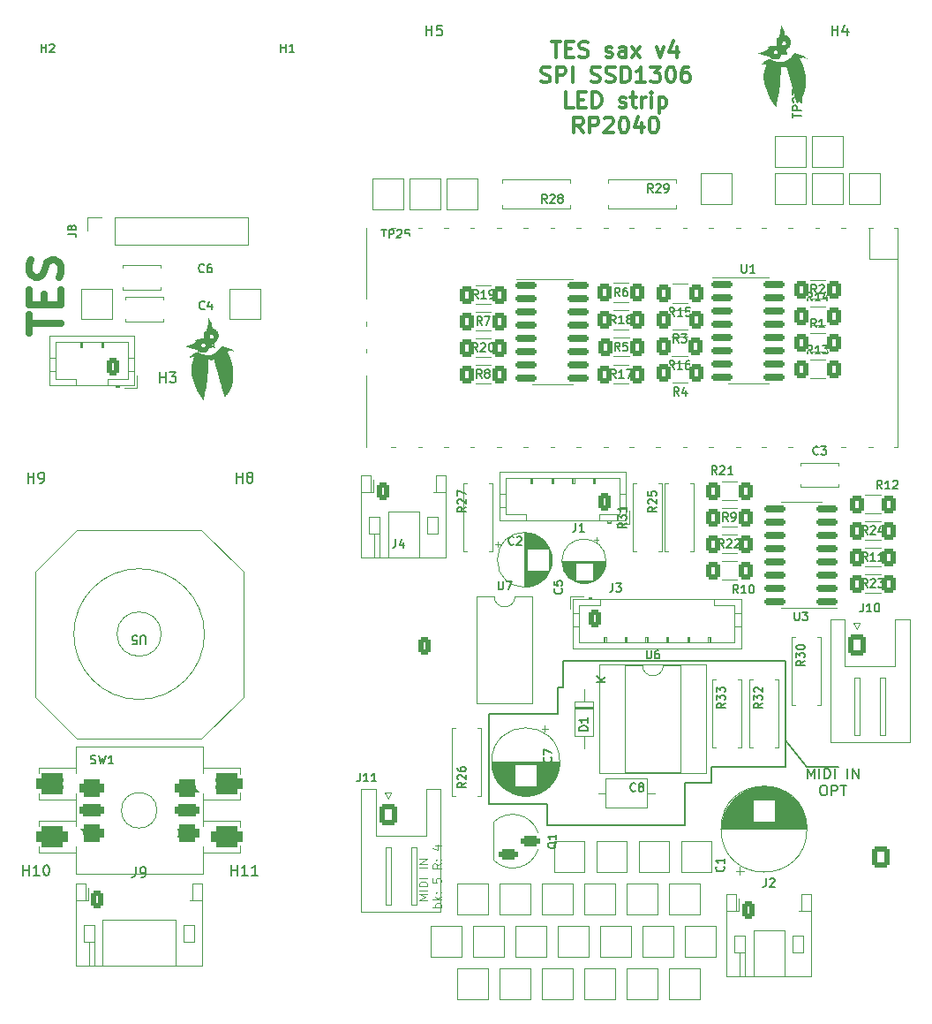
<source format=gto>
%TF.GenerationSoftware,KiCad,Pcbnew,6.0.11+dfsg-1~bpo11+1*%
%TF.CreationDate,2023-11-13T20:24:00+01:00*%
%TF.ProjectId,v4_pico,76345f70-6963-46f2-9e6b-696361645f70,rev?*%
%TF.SameCoordinates,Original*%
%TF.FileFunction,Legend,Top*%
%TF.FilePolarity,Positive*%
%FSLAX46Y46*%
G04 Gerber Fmt 4.6, Leading zero omitted, Abs format (unit mm)*
G04 Created by KiCad (PCBNEW 6.0.11+dfsg-1~bpo11+1) date 2023-11-13 20:24:00*
%MOMM*%
%LPD*%
G01*
G04 APERTURE LIST*
G04 Aperture macros list*
%AMRoundRect*
0 Rectangle with rounded corners*
0 $1 Rounding radius*
0 $2 $3 $4 $5 $6 $7 $8 $9 X,Y pos of 4 corners*
0 Add a 4 corners polygon primitive as box body*
4,1,4,$2,$3,$4,$5,$6,$7,$8,$9,$2,$3,0*
0 Add four circle primitives for the rounded corners*
1,1,$1+$1,$2,$3*
1,1,$1+$1,$4,$5*
1,1,$1+$1,$6,$7*
1,1,$1+$1,$8,$9*
0 Add four rect primitives between the rounded corners*
20,1,$1+$1,$2,$3,$4,$5,0*
20,1,$1+$1,$4,$5,$6,$7,0*
20,1,$1+$1,$6,$7,$8,$9,0*
20,1,$1+$1,$8,$9,$2,$3,0*%
G04 Aperture macros list end*
%ADD10C,0.150000*%
%ADD11C,0.300000*%
%ADD12C,0.120000*%
%ADD13C,0.700000*%
%ADD14R,1.600000X1.600000*%
%ADD15C,1.600000*%
%ADD16R,2.500000X2.500000*%
%ADD17RoundRect,0.150000X-0.825000X-0.150000X0.825000X-0.150000X0.825000X0.150000X-0.825000X0.150000X0*%
%ADD18RoundRect,0.150000X0.825000X0.150000X-0.825000X0.150000X-0.825000X-0.150000X0.825000X-0.150000X0*%
%ADD19RoundRect,0.250000X0.350000X0.625000X-0.350000X0.625000X-0.350000X-0.625000X0.350000X-0.625000X0*%
%ADD20O,1.200000X1.750000*%
%ADD21RoundRect,0.250000X-0.350000X-0.625000X0.350000X-0.625000X0.350000X0.625000X-0.350000X0.625000X0*%
%ADD22C,3.200000*%
%ADD23RoundRect,0.250000X-0.400000X-0.625000X0.400000X-0.625000X0.400000X0.625000X-0.400000X0.625000X0*%
%ADD24RoundRect,0.250000X0.400000X0.625000X-0.400000X0.625000X-0.400000X-0.625000X0.400000X-0.625000X0*%
%ADD25O,1.600000X1.600000*%
%ADD26O,1.700000X1.700000*%
%ADD27R,1.700000X1.700000*%
%ADD28RoundRect,0.250000X-0.600000X-0.750000X0.600000X-0.750000X0.600000X0.750000X-0.600000X0.750000X0*%
%ADD29O,1.700000X2.000000*%
%ADD30R,1.500000X1.500000*%
%ADD31O,1.500000X1.500000*%
%ADD32RoundRect,0.500000X-1.000000X-0.500000X1.000000X-0.500000X1.000000X0.500000X-1.000000X0.500000X0*%
%ADD33C,1.700000*%
%ADD34C,1.400000*%
%ADD35RoundRect,0.425000X-0.725000X-0.425000X0.725000X-0.425000X0.725000X0.425000X-0.725000X0.425000X0*%
%ADD36C,2.000000*%
%ADD37RoundRect,0.300000X-0.850000X-0.300000X0.850000X-0.300000X0.850000X0.300000X-0.850000X0.300000X0*%
%ADD38C,1.524000*%
%ADD39O,1.524000X2.000000*%
%ADD40O,2.000000X1.524000*%
%ADD41C,4.300000*%
%ADD42R,1.800000X1.100000*%
%ADD43RoundRect,0.275000X-0.625000X0.275000X-0.625000X-0.275000X0.625000X-0.275000X0.625000X0.275000X0*%
%ADD44R,1.200000X1.200000*%
%ADD45C,1.200000*%
%ADD46RoundRect,0.250000X0.600000X0.750000X-0.600000X0.750000X-0.600000X-0.750000X0.600000X-0.750000X0*%
G04 APERTURE END LIST*
D10*
X237109000Y-88138000D02*
X237109000Y-89662000D01*
X246253000Y-88138000D02*
X244221000Y-85598000D01*
X244221000Y-88138000D02*
X237109000Y-88138000D01*
X215773000Y-83058000D02*
X222377000Y-83058000D01*
X222885000Y-80518000D02*
X222885000Y-77978000D01*
X221361000Y-91694000D02*
X215773000Y-91694000D01*
X222885000Y-77978000D02*
X244221000Y-77978000D01*
X222377000Y-80518000D02*
X222885000Y-80518000D01*
X221361000Y-93726000D02*
X221361000Y-91694000D01*
X237109000Y-89662000D02*
X234569000Y-89662000D01*
X222377000Y-83058000D02*
X222377000Y-80518000D01*
X249301000Y-88138000D02*
X246253000Y-88138000D01*
X234569000Y-89662000D02*
X234569000Y-93726000D01*
X234569000Y-93726000D02*
X221361000Y-93726000D01*
X244221000Y-77978000D02*
X244221000Y-88138000D01*
X215773000Y-91694000D02*
X215773000Y-83058000D01*
D11*
X221822142Y-18670071D02*
X222679285Y-18670071D01*
X222250714Y-20170071D02*
X222250714Y-18670071D01*
X223179285Y-19384357D02*
X223679285Y-19384357D01*
X223893571Y-20170071D02*
X223179285Y-20170071D01*
X223179285Y-18670071D01*
X223893571Y-18670071D01*
X224465000Y-20098642D02*
X224679285Y-20170071D01*
X225036428Y-20170071D01*
X225179285Y-20098642D01*
X225250714Y-20027214D01*
X225322142Y-19884357D01*
X225322142Y-19741500D01*
X225250714Y-19598642D01*
X225179285Y-19527214D01*
X225036428Y-19455785D01*
X224750714Y-19384357D01*
X224607857Y-19312928D01*
X224536428Y-19241500D01*
X224465000Y-19098642D01*
X224465000Y-18955785D01*
X224536428Y-18812928D01*
X224607857Y-18741500D01*
X224750714Y-18670071D01*
X225107857Y-18670071D01*
X225322142Y-18741500D01*
X227036428Y-20098642D02*
X227179285Y-20170071D01*
X227465000Y-20170071D01*
X227607857Y-20098642D01*
X227679285Y-19955785D01*
X227679285Y-19884357D01*
X227607857Y-19741500D01*
X227465000Y-19670071D01*
X227250714Y-19670071D01*
X227107857Y-19598642D01*
X227036428Y-19455785D01*
X227036428Y-19384357D01*
X227107857Y-19241500D01*
X227250714Y-19170071D01*
X227465000Y-19170071D01*
X227607857Y-19241500D01*
X228965000Y-20170071D02*
X228965000Y-19384357D01*
X228893571Y-19241500D01*
X228750714Y-19170071D01*
X228465000Y-19170071D01*
X228322142Y-19241500D01*
X228965000Y-20098642D02*
X228822142Y-20170071D01*
X228465000Y-20170071D01*
X228322142Y-20098642D01*
X228250714Y-19955785D01*
X228250714Y-19812928D01*
X228322142Y-19670071D01*
X228465000Y-19598642D01*
X228822142Y-19598642D01*
X228965000Y-19527214D01*
X229536428Y-20170071D02*
X230322142Y-19170071D01*
X229536428Y-19170071D02*
X230322142Y-20170071D01*
X231893571Y-19170071D02*
X232250714Y-20170071D01*
X232607857Y-19170071D01*
X233822142Y-19170071D02*
X233822142Y-20170071D01*
X233465000Y-18598642D02*
X233107857Y-19670071D01*
X234036428Y-19670071D01*
X220822142Y-22513642D02*
X221036428Y-22585071D01*
X221393571Y-22585071D01*
X221536428Y-22513642D01*
X221607857Y-22442214D01*
X221679285Y-22299357D01*
X221679285Y-22156500D01*
X221607857Y-22013642D01*
X221536428Y-21942214D01*
X221393571Y-21870785D01*
X221107857Y-21799357D01*
X220965000Y-21727928D01*
X220893571Y-21656500D01*
X220822142Y-21513642D01*
X220822142Y-21370785D01*
X220893571Y-21227928D01*
X220965000Y-21156500D01*
X221107857Y-21085071D01*
X221465000Y-21085071D01*
X221679285Y-21156500D01*
X222322142Y-22585071D02*
X222322142Y-21085071D01*
X222893571Y-21085071D01*
X223036428Y-21156500D01*
X223107857Y-21227928D01*
X223179285Y-21370785D01*
X223179285Y-21585071D01*
X223107857Y-21727928D01*
X223036428Y-21799357D01*
X222893571Y-21870785D01*
X222322142Y-21870785D01*
X223822142Y-22585071D02*
X223822142Y-21085071D01*
X225607857Y-22513642D02*
X225822142Y-22585071D01*
X226179285Y-22585071D01*
X226322142Y-22513642D01*
X226393571Y-22442214D01*
X226465000Y-22299357D01*
X226465000Y-22156500D01*
X226393571Y-22013642D01*
X226322142Y-21942214D01*
X226179285Y-21870785D01*
X225893571Y-21799357D01*
X225750714Y-21727928D01*
X225679285Y-21656500D01*
X225607857Y-21513642D01*
X225607857Y-21370785D01*
X225679285Y-21227928D01*
X225750714Y-21156500D01*
X225893571Y-21085071D01*
X226250714Y-21085071D01*
X226465000Y-21156500D01*
X227036428Y-22513642D02*
X227250714Y-22585071D01*
X227607857Y-22585071D01*
X227750714Y-22513642D01*
X227822142Y-22442214D01*
X227893571Y-22299357D01*
X227893571Y-22156500D01*
X227822142Y-22013642D01*
X227750714Y-21942214D01*
X227607857Y-21870785D01*
X227322142Y-21799357D01*
X227179285Y-21727928D01*
X227107857Y-21656500D01*
X227036428Y-21513642D01*
X227036428Y-21370785D01*
X227107857Y-21227928D01*
X227179285Y-21156500D01*
X227322142Y-21085071D01*
X227679285Y-21085071D01*
X227893571Y-21156500D01*
X228536428Y-22585071D02*
X228536428Y-21085071D01*
X228893571Y-21085071D01*
X229107857Y-21156500D01*
X229250714Y-21299357D01*
X229322142Y-21442214D01*
X229393571Y-21727928D01*
X229393571Y-21942214D01*
X229322142Y-22227928D01*
X229250714Y-22370785D01*
X229107857Y-22513642D01*
X228893571Y-22585071D01*
X228536428Y-22585071D01*
X230822142Y-22585071D02*
X229965000Y-22585071D01*
X230393571Y-22585071D02*
X230393571Y-21085071D01*
X230250714Y-21299357D01*
X230107857Y-21442214D01*
X229965000Y-21513642D01*
X231322142Y-21085071D02*
X232250714Y-21085071D01*
X231750714Y-21656500D01*
X231965000Y-21656500D01*
X232107857Y-21727928D01*
X232179285Y-21799357D01*
X232250714Y-21942214D01*
X232250714Y-22299357D01*
X232179285Y-22442214D01*
X232107857Y-22513642D01*
X231965000Y-22585071D01*
X231536428Y-22585071D01*
X231393571Y-22513642D01*
X231322142Y-22442214D01*
X233179285Y-21085071D02*
X233322142Y-21085071D01*
X233465000Y-21156500D01*
X233536428Y-21227928D01*
X233607857Y-21370785D01*
X233679285Y-21656500D01*
X233679285Y-22013642D01*
X233607857Y-22299357D01*
X233536428Y-22442214D01*
X233465000Y-22513642D01*
X233322142Y-22585071D01*
X233179285Y-22585071D01*
X233036428Y-22513642D01*
X232965000Y-22442214D01*
X232893571Y-22299357D01*
X232822142Y-22013642D01*
X232822142Y-21656500D01*
X232893571Y-21370785D01*
X232965000Y-21227928D01*
X233036428Y-21156500D01*
X233179285Y-21085071D01*
X234965000Y-21085071D02*
X234679285Y-21085071D01*
X234536428Y-21156500D01*
X234465000Y-21227928D01*
X234322142Y-21442214D01*
X234250714Y-21727928D01*
X234250714Y-22299357D01*
X234322142Y-22442214D01*
X234393571Y-22513642D01*
X234536428Y-22585071D01*
X234822142Y-22585071D01*
X234965000Y-22513642D01*
X235036428Y-22442214D01*
X235107857Y-22299357D01*
X235107857Y-21942214D01*
X235036428Y-21799357D01*
X234965000Y-21727928D01*
X234822142Y-21656500D01*
X234536428Y-21656500D01*
X234393571Y-21727928D01*
X234322142Y-21799357D01*
X234250714Y-21942214D01*
X223893571Y-25000071D02*
X223179285Y-25000071D01*
X223179285Y-23500071D01*
X224393571Y-24214357D02*
X224893571Y-24214357D01*
X225107857Y-25000071D02*
X224393571Y-25000071D01*
X224393571Y-23500071D01*
X225107857Y-23500071D01*
X225750714Y-25000071D02*
X225750714Y-23500071D01*
X226107857Y-23500071D01*
X226322142Y-23571500D01*
X226465000Y-23714357D01*
X226536428Y-23857214D01*
X226607857Y-24142928D01*
X226607857Y-24357214D01*
X226536428Y-24642928D01*
X226465000Y-24785785D01*
X226322142Y-24928642D01*
X226107857Y-25000071D01*
X225750714Y-25000071D01*
X228322142Y-24928642D02*
X228465000Y-25000071D01*
X228750714Y-25000071D01*
X228893571Y-24928642D01*
X228965000Y-24785785D01*
X228965000Y-24714357D01*
X228893571Y-24571500D01*
X228750714Y-24500071D01*
X228536428Y-24500071D01*
X228393571Y-24428642D01*
X228322142Y-24285785D01*
X228322142Y-24214357D01*
X228393571Y-24071500D01*
X228536428Y-24000071D01*
X228750714Y-24000071D01*
X228893571Y-24071500D01*
X229393571Y-24000071D02*
X229965000Y-24000071D01*
X229607857Y-23500071D02*
X229607857Y-24785785D01*
X229679285Y-24928642D01*
X229822142Y-25000071D01*
X229965000Y-25000071D01*
X230465000Y-25000071D02*
X230465000Y-24000071D01*
X230465000Y-24285785D02*
X230536428Y-24142928D01*
X230607857Y-24071500D01*
X230750714Y-24000071D01*
X230893571Y-24000071D01*
X231393571Y-25000071D02*
X231393571Y-24000071D01*
X231393571Y-23500071D02*
X231322142Y-23571500D01*
X231393571Y-23642928D01*
X231465000Y-23571500D01*
X231393571Y-23500071D01*
X231393571Y-23642928D01*
X232107857Y-24000071D02*
X232107857Y-25500071D01*
X232107857Y-24071500D02*
X232250714Y-24000071D01*
X232536428Y-24000071D01*
X232679285Y-24071500D01*
X232750714Y-24142928D01*
X232822142Y-24285785D01*
X232822142Y-24714357D01*
X232750714Y-24857214D01*
X232679285Y-24928642D01*
X232536428Y-25000071D01*
X232250714Y-25000071D01*
X232107857Y-24928642D01*
X224822142Y-27415071D02*
X224322142Y-26700785D01*
X223965000Y-27415071D02*
X223965000Y-25915071D01*
X224536428Y-25915071D01*
X224679285Y-25986500D01*
X224750714Y-26057928D01*
X224822142Y-26200785D01*
X224822142Y-26415071D01*
X224750714Y-26557928D01*
X224679285Y-26629357D01*
X224536428Y-26700785D01*
X223965000Y-26700785D01*
X225465000Y-27415071D02*
X225465000Y-25915071D01*
X226036428Y-25915071D01*
X226179285Y-25986500D01*
X226250714Y-26057928D01*
X226322142Y-26200785D01*
X226322142Y-26415071D01*
X226250714Y-26557928D01*
X226179285Y-26629357D01*
X226036428Y-26700785D01*
X225465000Y-26700785D01*
X226893571Y-26057928D02*
X226965000Y-25986500D01*
X227107857Y-25915071D01*
X227465000Y-25915071D01*
X227607857Y-25986500D01*
X227679285Y-26057928D01*
X227750714Y-26200785D01*
X227750714Y-26343642D01*
X227679285Y-26557928D01*
X226822142Y-27415071D01*
X227750714Y-27415071D01*
X228679285Y-25915071D02*
X228822142Y-25915071D01*
X228965000Y-25986500D01*
X229036428Y-26057928D01*
X229107857Y-26200785D01*
X229179285Y-26486500D01*
X229179285Y-26843642D01*
X229107857Y-27129357D01*
X229036428Y-27272214D01*
X228965000Y-27343642D01*
X228822142Y-27415071D01*
X228679285Y-27415071D01*
X228536428Y-27343642D01*
X228465000Y-27272214D01*
X228393571Y-27129357D01*
X228322142Y-26843642D01*
X228322142Y-26486500D01*
X228393571Y-26200785D01*
X228465000Y-26057928D01*
X228536428Y-25986500D01*
X228679285Y-25915071D01*
X230465000Y-26415071D02*
X230465000Y-27415071D01*
X230107857Y-25843642D02*
X229750714Y-26915071D01*
X230679285Y-26915071D01*
X231536428Y-25915071D02*
X231679285Y-25915071D01*
X231822142Y-25986500D01*
X231893571Y-26057928D01*
X231965000Y-26200785D01*
X232036428Y-26486500D01*
X232036428Y-26843642D01*
X231965000Y-27129357D01*
X231893571Y-27272214D01*
X231822142Y-27343642D01*
X231679285Y-27415071D01*
X231536428Y-27415071D01*
X231393571Y-27343642D01*
X231322142Y-27272214D01*
X231250714Y-27129357D01*
X231179285Y-26843642D01*
X231179285Y-26486500D01*
X231250714Y-26200785D01*
X231322142Y-26057928D01*
X231393571Y-25986500D01*
X231536428Y-25915071D01*
D12*
X209902904Y-100926666D02*
X209102904Y-100926666D01*
X209674333Y-100660000D01*
X209102904Y-100393333D01*
X209902904Y-100393333D01*
X209902904Y-100012380D02*
X209102904Y-100012380D01*
X209902904Y-99631428D02*
X209102904Y-99631428D01*
X209102904Y-99440952D01*
X209141000Y-99326666D01*
X209217190Y-99250476D01*
X209293380Y-99212380D01*
X209445761Y-99174285D01*
X209560047Y-99174285D01*
X209712428Y-99212380D01*
X209788619Y-99250476D01*
X209864809Y-99326666D01*
X209902904Y-99440952D01*
X209902904Y-99631428D01*
X209902904Y-98831428D02*
X209102904Y-98831428D01*
X209902904Y-97840952D02*
X209102904Y-97840952D01*
X209902904Y-97460000D02*
X209102904Y-97460000D01*
X209902904Y-97002857D01*
X209102904Y-97002857D01*
X211190904Y-101612380D02*
X210390904Y-101612380D01*
X210695666Y-101612380D02*
X210657571Y-101536190D01*
X210657571Y-101383809D01*
X210695666Y-101307619D01*
X210733761Y-101269523D01*
X210809952Y-101231428D01*
X211038523Y-101231428D01*
X211114714Y-101269523D01*
X211152809Y-101307619D01*
X211190904Y-101383809D01*
X211190904Y-101536190D01*
X211152809Y-101612380D01*
X211190904Y-100888571D02*
X210390904Y-100888571D01*
X210886142Y-100812380D02*
X211190904Y-100583809D01*
X210657571Y-100583809D02*
X210962333Y-100888571D01*
X211114714Y-100240952D02*
X211152809Y-100202857D01*
X211190904Y-100240952D01*
X211152809Y-100279047D01*
X211114714Y-100240952D01*
X211190904Y-100240952D01*
X210695666Y-100240952D02*
X210733761Y-100202857D01*
X210771857Y-100240952D01*
X210733761Y-100279047D01*
X210695666Y-100240952D01*
X210771857Y-100240952D01*
X210390904Y-98869523D02*
X210390904Y-99250476D01*
X210771857Y-99288571D01*
X210733761Y-99250476D01*
X210695666Y-99174285D01*
X210695666Y-98983809D01*
X210733761Y-98907619D01*
X210771857Y-98869523D01*
X210848047Y-98831428D01*
X211038523Y-98831428D01*
X211114714Y-98869523D01*
X211152809Y-98907619D01*
X211190904Y-98983809D01*
X211190904Y-99174285D01*
X211152809Y-99250476D01*
X211114714Y-99288571D01*
X211190904Y-97421904D02*
X210809952Y-97688571D01*
X211190904Y-97879047D02*
X210390904Y-97879047D01*
X210390904Y-97574285D01*
X210429000Y-97498095D01*
X210467095Y-97460000D01*
X210543285Y-97421904D01*
X210657571Y-97421904D01*
X210733761Y-97460000D01*
X210771857Y-97498095D01*
X210809952Y-97574285D01*
X210809952Y-97879047D01*
X211114714Y-97079047D02*
X211152809Y-97040952D01*
X211190904Y-97079047D01*
X211152809Y-97117142D01*
X211114714Y-97079047D01*
X211190904Y-97079047D01*
X210695666Y-97079047D02*
X210733761Y-97040952D01*
X210771857Y-97079047D01*
X210733761Y-97117142D01*
X210695666Y-97079047D01*
X210771857Y-97079047D01*
X210657571Y-95745714D02*
X211190904Y-95745714D01*
X210352809Y-95936190D02*
X210924238Y-96126666D01*
X210924238Y-95631428D01*
D13*
X171712142Y-46568857D02*
X171712142Y-44854571D01*
X174712142Y-45711714D02*
X171712142Y-45711714D01*
X173140714Y-43854571D02*
X173140714Y-42854571D01*
X174712142Y-42426000D02*
X174712142Y-43854571D01*
X171712142Y-43854571D01*
X171712142Y-42426000D01*
X174569285Y-41283142D02*
X174712142Y-40854571D01*
X174712142Y-40140285D01*
X174569285Y-39854571D01*
X174426428Y-39711714D01*
X174140714Y-39568857D01*
X173855000Y-39568857D01*
X173569285Y-39711714D01*
X173426428Y-39854571D01*
X173283571Y-40140285D01*
X173140714Y-40711714D01*
X172997857Y-40997428D01*
X172855000Y-41140285D01*
X172569285Y-41283142D01*
X172283571Y-41283142D01*
X171997857Y-41140285D01*
X171855000Y-40997428D01*
X171712142Y-40711714D01*
X171712142Y-39997428D01*
X171855000Y-39568857D01*
D10*
X246340619Y-89309380D02*
X246340619Y-88309380D01*
X246673952Y-89023666D01*
X247007285Y-88309380D01*
X247007285Y-89309380D01*
X247483476Y-89309380D02*
X247483476Y-88309380D01*
X247959666Y-89309380D02*
X247959666Y-88309380D01*
X248197761Y-88309380D01*
X248340619Y-88357000D01*
X248435857Y-88452238D01*
X248483476Y-88547476D01*
X248531095Y-88737952D01*
X248531095Y-88880809D01*
X248483476Y-89071285D01*
X248435857Y-89166523D01*
X248340619Y-89261761D01*
X248197761Y-89309380D01*
X247959666Y-89309380D01*
X248959666Y-89309380D02*
X248959666Y-88309380D01*
X250197761Y-89309380D02*
X250197761Y-88309380D01*
X250673952Y-89309380D02*
X250673952Y-88309380D01*
X251245380Y-89309380D01*
X251245380Y-88309380D01*
X247816809Y-89919380D02*
X248007285Y-89919380D01*
X248102523Y-89967000D01*
X248197761Y-90062238D01*
X248245380Y-90252714D01*
X248245380Y-90586047D01*
X248197761Y-90776523D01*
X248102523Y-90871761D01*
X248007285Y-90919380D01*
X247816809Y-90919380D01*
X247721571Y-90871761D01*
X247626333Y-90776523D01*
X247578714Y-90586047D01*
X247578714Y-90252714D01*
X247626333Y-90062238D01*
X247721571Y-89967000D01*
X247816809Y-89919380D01*
X248673952Y-90919380D02*
X248673952Y-89919380D01*
X249054904Y-89919380D01*
X249150142Y-89967000D01*
X249197761Y-90014619D01*
X249245380Y-90109857D01*
X249245380Y-90252714D01*
X249197761Y-90347952D01*
X249150142Y-90395571D01*
X249054904Y-90443190D01*
X248673952Y-90443190D01*
X249531095Y-89919380D02*
X250102523Y-89919380D01*
X249816809Y-90919380D02*
X249816809Y-89919380D01*
X218179666Y-66811214D02*
X218141571Y-66849309D01*
X218027285Y-66887404D01*
X217951095Y-66887404D01*
X217836809Y-66849309D01*
X217760619Y-66773119D01*
X217722523Y-66696928D01*
X217684428Y-66544547D01*
X217684428Y-66430261D01*
X217722523Y-66277880D01*
X217760619Y-66201690D01*
X217836809Y-66125500D01*
X217951095Y-66087404D01*
X218027285Y-66087404D01*
X218141571Y-66125500D01*
X218179666Y-66163595D01*
X218484428Y-66163595D02*
X218522523Y-66125500D01*
X218598714Y-66087404D01*
X218789190Y-66087404D01*
X218865380Y-66125500D01*
X218903476Y-66163595D01*
X218941571Y-66239785D01*
X218941571Y-66315976D01*
X218903476Y-66430261D01*
X218446333Y-66887404D01*
X218941571Y-66887404D01*
X247409666Y-58183714D02*
X247371571Y-58221809D01*
X247257285Y-58259904D01*
X247181095Y-58259904D01*
X247066809Y-58221809D01*
X246990619Y-58145619D01*
X246952523Y-58069428D01*
X246914428Y-57917047D01*
X246914428Y-57802761D01*
X246952523Y-57650380D01*
X246990619Y-57574190D01*
X247066809Y-57498000D01*
X247181095Y-57459904D01*
X247257285Y-57459904D01*
X247371571Y-57498000D01*
X247409666Y-57536095D01*
X247676333Y-57459904D02*
X248171571Y-57459904D01*
X247904904Y-57764666D01*
X248019190Y-57764666D01*
X248095380Y-57802761D01*
X248133476Y-57840857D01*
X248171571Y-57917047D01*
X248171571Y-58107523D01*
X248133476Y-58183714D01*
X248095380Y-58221809D01*
X248019190Y-58259904D01*
X247790619Y-58259904D01*
X247714428Y-58221809D01*
X247676333Y-58183714D01*
X205492523Y-36696704D02*
X205949666Y-36696704D01*
X205721095Y-37496704D02*
X205721095Y-36696704D01*
X206216333Y-37496704D02*
X206216333Y-36696704D01*
X206521095Y-36696704D01*
X206597285Y-36734800D01*
X206635380Y-36772895D01*
X206673476Y-36849085D01*
X206673476Y-36963371D01*
X206635380Y-37039561D01*
X206597285Y-37077657D01*
X206521095Y-37115752D01*
X206216333Y-37115752D01*
X206978238Y-36772895D02*
X207016333Y-36734800D01*
X207092523Y-36696704D01*
X207283000Y-36696704D01*
X207359190Y-36734800D01*
X207397285Y-36772895D01*
X207435380Y-36849085D01*
X207435380Y-36925276D01*
X207397285Y-37039561D01*
X206940142Y-37496704D01*
X207435380Y-37496704D01*
X208159190Y-36696704D02*
X207778238Y-36696704D01*
X207740142Y-37077657D01*
X207778238Y-37039561D01*
X207854428Y-37001466D01*
X208044904Y-37001466D01*
X208121095Y-37039561D01*
X208159190Y-37077657D01*
X208197285Y-37153847D01*
X208197285Y-37344323D01*
X208159190Y-37420514D01*
X208121095Y-37458609D01*
X208044904Y-37496704D01*
X207854428Y-37496704D01*
X207778238Y-37458609D01*
X207740142Y-37420514D01*
X240055476Y-40016904D02*
X240055476Y-40664523D01*
X240093571Y-40740714D01*
X240131666Y-40778809D01*
X240207857Y-40816904D01*
X240360238Y-40816904D01*
X240436428Y-40778809D01*
X240474523Y-40740714D01*
X240512619Y-40664523D01*
X240512619Y-40016904D01*
X241312619Y-40816904D02*
X240855476Y-40816904D01*
X241084047Y-40816904D02*
X241084047Y-40016904D01*
X241007857Y-40131190D01*
X240931666Y-40207380D01*
X240855476Y-40245476D01*
X245135476Y-73333904D02*
X245135476Y-73981523D01*
X245173571Y-74057714D01*
X245211666Y-74095809D01*
X245287857Y-74133904D01*
X245440238Y-74133904D01*
X245516428Y-74095809D01*
X245554523Y-74057714D01*
X245592619Y-73981523D01*
X245592619Y-73333904D01*
X245897380Y-73333904D02*
X246392619Y-73333904D01*
X246125952Y-73638666D01*
X246240238Y-73638666D01*
X246316428Y-73676761D01*
X246354523Y-73714857D01*
X246392619Y-73791047D01*
X246392619Y-73981523D01*
X246354523Y-74057714D01*
X246316428Y-74095809D01*
X246240238Y-74133904D01*
X246011666Y-74133904D01*
X245935476Y-74095809D01*
X245897380Y-74057714D01*
X238293714Y-97711833D02*
X238331809Y-97749928D01*
X238369904Y-97864214D01*
X238369904Y-97940404D01*
X238331809Y-98054690D01*
X238255619Y-98130880D01*
X238179428Y-98168976D01*
X238027047Y-98207071D01*
X237912761Y-98207071D01*
X237760380Y-98168976D01*
X237684190Y-98130880D01*
X237608000Y-98054690D01*
X237569904Y-97940404D01*
X237569904Y-97864214D01*
X237608000Y-97749928D01*
X237646095Y-97711833D01*
X238369904Y-96949928D02*
X238369904Y-97407071D01*
X238369904Y-97178500D02*
X237569904Y-97178500D01*
X237684190Y-97254690D01*
X237760380Y-97330880D01*
X237798476Y-97407071D01*
X224142333Y-64839904D02*
X224142333Y-65411333D01*
X224104238Y-65525619D01*
X224028047Y-65601809D01*
X223913761Y-65639904D01*
X223837571Y-65639904D01*
X224942333Y-65639904D02*
X224485190Y-65639904D01*
X224713761Y-65639904D02*
X224713761Y-64839904D01*
X224637571Y-64954190D01*
X224561380Y-65030380D01*
X224485190Y-65068476D01*
X227698333Y-70575904D02*
X227698333Y-71147333D01*
X227660238Y-71261619D01*
X227584047Y-71337809D01*
X227469761Y-71375904D01*
X227393571Y-71375904D01*
X228003095Y-70575904D02*
X228498333Y-70575904D01*
X228231666Y-70880666D01*
X228345952Y-70880666D01*
X228422142Y-70918761D01*
X228460238Y-70956857D01*
X228498333Y-71033047D01*
X228498333Y-71223523D01*
X228460238Y-71299714D01*
X228422142Y-71337809D01*
X228345952Y-71375904D01*
X228117380Y-71375904D01*
X228041190Y-71337809D01*
X228003095Y-71299714D01*
X206870333Y-66363904D02*
X206870333Y-66935333D01*
X206832238Y-67049619D01*
X206756047Y-67125809D01*
X206641761Y-67163904D01*
X206565571Y-67163904D01*
X207594142Y-66630571D02*
X207594142Y-67163904D01*
X207403666Y-66325809D02*
X207213190Y-66897238D01*
X207708428Y-66897238D01*
X244951304Y-25977676D02*
X244951304Y-25520533D01*
X245751304Y-25749104D02*
X244951304Y-25749104D01*
X245751304Y-25253866D02*
X244951304Y-25253866D01*
X244951304Y-24949104D01*
X244989400Y-24872914D01*
X245027495Y-24834819D01*
X245103685Y-24796723D01*
X245217971Y-24796723D01*
X245294161Y-24834819D01*
X245332257Y-24872914D01*
X245370352Y-24949104D01*
X245370352Y-25253866D01*
X245027495Y-24491961D02*
X244989400Y-24453866D01*
X244951304Y-24377676D01*
X244951304Y-24187200D01*
X244989400Y-24111009D01*
X245027495Y-24072914D01*
X245103685Y-24034819D01*
X245179876Y-24034819D01*
X245294161Y-24072914D01*
X245751304Y-24530057D01*
X245751304Y-24034819D01*
X244951304Y-23768152D02*
X244951304Y-23234819D01*
X245751304Y-23577676D01*
X248710095Y-18101880D02*
X248710095Y-17101880D01*
X248710095Y-17578071D02*
X249281523Y-17578071D01*
X249281523Y-18101880D02*
X249281523Y-17101880D01*
X250186285Y-17435214D02*
X250186285Y-18101880D01*
X249948190Y-17054261D02*
X249710095Y-17768547D01*
X250329142Y-17768547D01*
X209772095Y-18101880D02*
X209772095Y-17101880D01*
X209772095Y-17578071D02*
X210343523Y-17578071D01*
X210343523Y-18101880D02*
X210343523Y-17101880D01*
X211295904Y-17101880D02*
X210819714Y-17101880D01*
X210772095Y-17578071D01*
X210819714Y-17530452D01*
X210914952Y-17482833D01*
X211153047Y-17482833D01*
X211248285Y-17530452D01*
X211295904Y-17578071D01*
X211343523Y-17673309D01*
X211343523Y-17911404D01*
X211295904Y-18006642D01*
X211248285Y-18054261D01*
X211153047Y-18101880D01*
X210914952Y-18101880D01*
X210819714Y-18054261D01*
X210772095Y-18006642D01*
X247200666Y-46039904D02*
X246934000Y-45658952D01*
X246743523Y-46039904D02*
X246743523Y-45239904D01*
X247048285Y-45239904D01*
X247124476Y-45278000D01*
X247162571Y-45316095D01*
X247200666Y-45392285D01*
X247200666Y-45506571D01*
X247162571Y-45582761D01*
X247124476Y-45620857D01*
X247048285Y-45658952D01*
X246743523Y-45658952D01*
X247962571Y-46039904D02*
X247505428Y-46039904D01*
X247734000Y-46039904D02*
X247734000Y-45239904D01*
X247657809Y-45354190D01*
X247581619Y-45430380D01*
X247505428Y-45468476D01*
X247200666Y-42779904D02*
X246934000Y-42398952D01*
X246743523Y-42779904D02*
X246743523Y-41979904D01*
X247048285Y-41979904D01*
X247124476Y-42018000D01*
X247162571Y-42056095D01*
X247200666Y-42132285D01*
X247200666Y-42246571D01*
X247162571Y-42322761D01*
X247124476Y-42360857D01*
X247048285Y-42398952D01*
X246743523Y-42398952D01*
X247505428Y-42056095D02*
X247543523Y-42018000D01*
X247619714Y-41979904D01*
X247810190Y-41979904D01*
X247886380Y-42018000D01*
X247924476Y-42056095D01*
X247962571Y-42132285D01*
X247962571Y-42208476D01*
X247924476Y-42322761D01*
X247467333Y-42779904D01*
X247962571Y-42779904D01*
X233992666Y-47520904D02*
X233726000Y-47139952D01*
X233535523Y-47520904D02*
X233535523Y-46720904D01*
X233840285Y-46720904D01*
X233916476Y-46759000D01*
X233954571Y-46797095D01*
X233992666Y-46873285D01*
X233992666Y-46987571D01*
X233954571Y-47063761D01*
X233916476Y-47101857D01*
X233840285Y-47139952D01*
X233535523Y-47139952D01*
X234259333Y-46720904D02*
X234754571Y-46720904D01*
X234487904Y-47025666D01*
X234602190Y-47025666D01*
X234678380Y-47063761D01*
X234716476Y-47101857D01*
X234754571Y-47178047D01*
X234754571Y-47368523D01*
X234716476Y-47444714D01*
X234678380Y-47482809D01*
X234602190Y-47520904D01*
X234373619Y-47520904D01*
X234297428Y-47482809D01*
X234259333Y-47444714D01*
X234018666Y-52600904D02*
X233752000Y-52219952D01*
X233561523Y-52600904D02*
X233561523Y-51800904D01*
X233866285Y-51800904D01*
X233942476Y-51839000D01*
X233980571Y-51877095D01*
X234018666Y-51953285D01*
X234018666Y-52067571D01*
X233980571Y-52143761D01*
X233942476Y-52181857D01*
X233866285Y-52219952D01*
X233561523Y-52219952D01*
X234704380Y-52067571D02*
X234704380Y-52600904D01*
X234513904Y-51762809D02*
X234323428Y-52334238D01*
X234818666Y-52334238D01*
X228365666Y-48295904D02*
X228099000Y-47914952D01*
X227908523Y-48295904D02*
X227908523Y-47495904D01*
X228213285Y-47495904D01*
X228289476Y-47534000D01*
X228327571Y-47572095D01*
X228365666Y-47648285D01*
X228365666Y-47762571D01*
X228327571Y-47838761D01*
X228289476Y-47876857D01*
X228213285Y-47914952D01*
X227908523Y-47914952D01*
X229089476Y-47495904D02*
X228708523Y-47495904D01*
X228670428Y-47876857D01*
X228708523Y-47838761D01*
X228784714Y-47800666D01*
X228975190Y-47800666D01*
X229051380Y-47838761D01*
X229089476Y-47876857D01*
X229127571Y-47953047D01*
X229127571Y-48143523D01*
X229089476Y-48219714D01*
X229051380Y-48257809D01*
X228975190Y-48295904D01*
X228784714Y-48295904D01*
X228708523Y-48257809D01*
X228670428Y-48219714D01*
X228339666Y-43071904D02*
X228073000Y-42690952D01*
X227882523Y-43071904D02*
X227882523Y-42271904D01*
X228187285Y-42271904D01*
X228263476Y-42310000D01*
X228301571Y-42348095D01*
X228339666Y-42424285D01*
X228339666Y-42538571D01*
X228301571Y-42614761D01*
X228263476Y-42652857D01*
X228187285Y-42690952D01*
X227882523Y-42690952D01*
X229025380Y-42271904D02*
X228873000Y-42271904D01*
X228796809Y-42310000D01*
X228758714Y-42348095D01*
X228682523Y-42462380D01*
X228644428Y-42614761D01*
X228644428Y-42919523D01*
X228682523Y-42995714D01*
X228720619Y-43033809D01*
X228796809Y-43071904D01*
X228949190Y-43071904D01*
X229025380Y-43033809D01*
X229063476Y-42995714D01*
X229101571Y-42919523D01*
X229101571Y-42729047D01*
X229063476Y-42652857D01*
X229025380Y-42614761D01*
X228949190Y-42576666D01*
X228796809Y-42576666D01*
X228720619Y-42614761D01*
X228682523Y-42652857D01*
X228644428Y-42729047D01*
X215131666Y-45827904D02*
X214865000Y-45446952D01*
X214674523Y-45827904D02*
X214674523Y-45027904D01*
X214979285Y-45027904D01*
X215055476Y-45066000D01*
X215093571Y-45104095D01*
X215131666Y-45180285D01*
X215131666Y-45294571D01*
X215093571Y-45370761D01*
X215055476Y-45408857D01*
X214979285Y-45446952D01*
X214674523Y-45446952D01*
X215398333Y-45027904D02*
X215931666Y-45027904D01*
X215588809Y-45827904D01*
X215105666Y-50907904D02*
X214839000Y-50526952D01*
X214648523Y-50907904D02*
X214648523Y-50107904D01*
X214953285Y-50107904D01*
X215029476Y-50146000D01*
X215067571Y-50184095D01*
X215105666Y-50260285D01*
X215105666Y-50374571D01*
X215067571Y-50450761D01*
X215029476Y-50488857D01*
X214953285Y-50526952D01*
X214648523Y-50526952D01*
X215562809Y-50450761D02*
X215486619Y-50412666D01*
X215448523Y-50374571D01*
X215410428Y-50298380D01*
X215410428Y-50260285D01*
X215448523Y-50184095D01*
X215486619Y-50146000D01*
X215562809Y-50107904D01*
X215715190Y-50107904D01*
X215791380Y-50146000D01*
X215829476Y-50184095D01*
X215867571Y-50260285D01*
X215867571Y-50298380D01*
X215829476Y-50374571D01*
X215791380Y-50412666D01*
X215715190Y-50450761D01*
X215562809Y-50450761D01*
X215486619Y-50488857D01*
X215448523Y-50526952D01*
X215410428Y-50603142D01*
X215410428Y-50755523D01*
X215448523Y-50831714D01*
X215486619Y-50869809D01*
X215562809Y-50907904D01*
X215715190Y-50907904D01*
X215791380Y-50869809D01*
X215829476Y-50831714D01*
X215867571Y-50755523D01*
X215867571Y-50603142D01*
X215829476Y-50526952D01*
X215791380Y-50488857D01*
X215715190Y-50450761D01*
X238727666Y-64623904D02*
X238461000Y-64242952D01*
X238270523Y-64623904D02*
X238270523Y-63823904D01*
X238575285Y-63823904D01*
X238651476Y-63862000D01*
X238689571Y-63900095D01*
X238727666Y-63976285D01*
X238727666Y-64090571D01*
X238689571Y-64166761D01*
X238651476Y-64204857D01*
X238575285Y-64242952D01*
X238270523Y-64242952D01*
X239108619Y-64623904D02*
X239261000Y-64623904D01*
X239337190Y-64585809D01*
X239375285Y-64547714D01*
X239451476Y-64433428D01*
X239489571Y-64281047D01*
X239489571Y-63976285D01*
X239451476Y-63900095D01*
X239413380Y-63862000D01*
X239337190Y-63823904D01*
X239184809Y-63823904D01*
X239108619Y-63862000D01*
X239070523Y-63900095D01*
X239032428Y-63976285D01*
X239032428Y-64166761D01*
X239070523Y-64242952D01*
X239108619Y-64281047D01*
X239184809Y-64319142D01*
X239337190Y-64319142D01*
X239413380Y-64281047D01*
X239451476Y-64242952D01*
X239489571Y-64166761D01*
X239706714Y-71523904D02*
X239440047Y-71142952D01*
X239249571Y-71523904D02*
X239249571Y-70723904D01*
X239554333Y-70723904D01*
X239630523Y-70762000D01*
X239668619Y-70800095D01*
X239706714Y-70876285D01*
X239706714Y-70990571D01*
X239668619Y-71066761D01*
X239630523Y-71104857D01*
X239554333Y-71142952D01*
X239249571Y-71142952D01*
X240468619Y-71523904D02*
X240011476Y-71523904D01*
X240240047Y-71523904D02*
X240240047Y-70723904D01*
X240163857Y-70838190D01*
X240087666Y-70914380D01*
X240011476Y-70952476D01*
X240963857Y-70723904D02*
X241040047Y-70723904D01*
X241116238Y-70762000D01*
X241154333Y-70800095D01*
X241192428Y-70876285D01*
X241230523Y-71028666D01*
X241230523Y-71219142D01*
X241192428Y-71371523D01*
X241154333Y-71447714D01*
X241116238Y-71485809D01*
X241040047Y-71523904D01*
X240963857Y-71523904D01*
X240887666Y-71485809D01*
X240849571Y-71447714D01*
X240811476Y-71371523D01*
X240773380Y-71219142D01*
X240773380Y-71028666D01*
X240811476Y-70876285D01*
X240849571Y-70800095D01*
X240887666Y-70762000D01*
X240963857Y-70723904D01*
X252114714Y-68433904D02*
X251848047Y-68052952D01*
X251657571Y-68433904D02*
X251657571Y-67633904D01*
X251962333Y-67633904D01*
X252038523Y-67672000D01*
X252076619Y-67710095D01*
X252114714Y-67786285D01*
X252114714Y-67900571D01*
X252076619Y-67976761D01*
X252038523Y-68014857D01*
X251962333Y-68052952D01*
X251657571Y-68052952D01*
X252876619Y-68433904D02*
X252419476Y-68433904D01*
X252648047Y-68433904D02*
X252648047Y-67633904D01*
X252571857Y-67748190D01*
X252495666Y-67824380D01*
X252419476Y-67862476D01*
X253638523Y-68433904D02*
X253181380Y-68433904D01*
X253409952Y-68433904D02*
X253409952Y-67633904D01*
X253333761Y-67748190D01*
X253257571Y-67824380D01*
X253181380Y-67862476D01*
X253498714Y-61533904D02*
X253232047Y-61152952D01*
X253041571Y-61533904D02*
X253041571Y-60733904D01*
X253346333Y-60733904D01*
X253422523Y-60772000D01*
X253460619Y-60810095D01*
X253498714Y-60886285D01*
X253498714Y-61000571D01*
X253460619Y-61076761D01*
X253422523Y-61114857D01*
X253346333Y-61152952D01*
X253041571Y-61152952D01*
X254260619Y-61533904D02*
X253803476Y-61533904D01*
X254032047Y-61533904D02*
X254032047Y-60733904D01*
X253955857Y-60848190D01*
X253879666Y-60924380D01*
X253803476Y-60962476D01*
X254565380Y-60810095D02*
X254603476Y-60772000D01*
X254679666Y-60733904D01*
X254870142Y-60733904D01*
X254946333Y-60772000D01*
X254984428Y-60810095D01*
X255022523Y-60886285D01*
X255022523Y-60962476D01*
X254984428Y-61076761D01*
X254527285Y-61533904D01*
X255022523Y-61533904D01*
X246819714Y-48579904D02*
X246553047Y-48198952D01*
X246362571Y-48579904D02*
X246362571Y-47779904D01*
X246667333Y-47779904D01*
X246743523Y-47818000D01*
X246781619Y-47856095D01*
X246819714Y-47932285D01*
X246819714Y-48046571D01*
X246781619Y-48122761D01*
X246743523Y-48160857D01*
X246667333Y-48198952D01*
X246362571Y-48198952D01*
X247581619Y-48579904D02*
X247124476Y-48579904D01*
X247353047Y-48579904D02*
X247353047Y-47779904D01*
X247276857Y-47894190D01*
X247200666Y-47970380D01*
X247124476Y-48008476D01*
X247848285Y-47779904D02*
X248343523Y-47779904D01*
X248076857Y-48084666D01*
X248191142Y-48084666D01*
X248267333Y-48122761D01*
X248305428Y-48160857D01*
X248343523Y-48237047D01*
X248343523Y-48427523D01*
X248305428Y-48503714D01*
X248267333Y-48541809D01*
X248191142Y-48579904D01*
X247962571Y-48579904D01*
X247886380Y-48541809D01*
X247848285Y-48503714D01*
X246819714Y-43499904D02*
X246553047Y-43118952D01*
X246362571Y-43499904D02*
X246362571Y-42699904D01*
X246667333Y-42699904D01*
X246743523Y-42738000D01*
X246781619Y-42776095D01*
X246819714Y-42852285D01*
X246819714Y-42966571D01*
X246781619Y-43042761D01*
X246743523Y-43080857D01*
X246667333Y-43118952D01*
X246362571Y-43118952D01*
X247581619Y-43499904D02*
X247124476Y-43499904D01*
X247353047Y-43499904D02*
X247353047Y-42699904D01*
X247276857Y-42814190D01*
X247200666Y-42890380D01*
X247124476Y-42928476D01*
X248267333Y-42966571D02*
X248267333Y-43499904D01*
X248076857Y-42661809D02*
X247886380Y-43233238D01*
X248381619Y-43233238D01*
X233611714Y-44980904D02*
X233345047Y-44599952D01*
X233154571Y-44980904D02*
X233154571Y-44180904D01*
X233459333Y-44180904D01*
X233535523Y-44219000D01*
X233573619Y-44257095D01*
X233611714Y-44333285D01*
X233611714Y-44447571D01*
X233573619Y-44523761D01*
X233535523Y-44561857D01*
X233459333Y-44599952D01*
X233154571Y-44599952D01*
X234373619Y-44980904D02*
X233916476Y-44980904D01*
X234145047Y-44980904D02*
X234145047Y-44180904D01*
X234068857Y-44295190D01*
X233992666Y-44371380D01*
X233916476Y-44409476D01*
X235097428Y-44180904D02*
X234716476Y-44180904D01*
X234678380Y-44561857D01*
X234716476Y-44523761D01*
X234792666Y-44485666D01*
X234983142Y-44485666D01*
X235059333Y-44523761D01*
X235097428Y-44561857D01*
X235135523Y-44638047D01*
X235135523Y-44828523D01*
X235097428Y-44904714D01*
X235059333Y-44942809D01*
X234983142Y-44980904D01*
X234792666Y-44980904D01*
X234716476Y-44942809D01*
X234678380Y-44904714D01*
X233585714Y-50060904D02*
X233319047Y-49679952D01*
X233128571Y-50060904D02*
X233128571Y-49260904D01*
X233433333Y-49260904D01*
X233509523Y-49299000D01*
X233547619Y-49337095D01*
X233585714Y-49413285D01*
X233585714Y-49527571D01*
X233547619Y-49603761D01*
X233509523Y-49641857D01*
X233433333Y-49679952D01*
X233128571Y-49679952D01*
X234347619Y-50060904D02*
X233890476Y-50060904D01*
X234119047Y-50060904D02*
X234119047Y-49260904D01*
X234042857Y-49375190D01*
X233966666Y-49451380D01*
X233890476Y-49489476D01*
X235033333Y-49260904D02*
X234880952Y-49260904D01*
X234804761Y-49299000D01*
X234766666Y-49337095D01*
X234690476Y-49451380D01*
X234652380Y-49603761D01*
X234652380Y-49908523D01*
X234690476Y-49984714D01*
X234728571Y-50022809D01*
X234804761Y-50060904D01*
X234957142Y-50060904D01*
X235033333Y-50022809D01*
X235071428Y-49984714D01*
X235109523Y-49908523D01*
X235109523Y-49718047D01*
X235071428Y-49641857D01*
X235033333Y-49603761D01*
X234957142Y-49565666D01*
X234804761Y-49565666D01*
X234728571Y-49603761D01*
X234690476Y-49641857D01*
X234652380Y-49718047D01*
X227958714Y-50907904D02*
X227692047Y-50526952D01*
X227501571Y-50907904D02*
X227501571Y-50107904D01*
X227806333Y-50107904D01*
X227882523Y-50146000D01*
X227920619Y-50184095D01*
X227958714Y-50260285D01*
X227958714Y-50374571D01*
X227920619Y-50450761D01*
X227882523Y-50488857D01*
X227806333Y-50526952D01*
X227501571Y-50526952D01*
X228720619Y-50907904D02*
X228263476Y-50907904D01*
X228492047Y-50907904D02*
X228492047Y-50107904D01*
X228415857Y-50222190D01*
X228339666Y-50298380D01*
X228263476Y-50336476D01*
X228987285Y-50107904D02*
X229520619Y-50107904D01*
X229177761Y-50907904D01*
X227958714Y-45683904D02*
X227692047Y-45302952D01*
X227501571Y-45683904D02*
X227501571Y-44883904D01*
X227806333Y-44883904D01*
X227882523Y-44922000D01*
X227920619Y-44960095D01*
X227958714Y-45036285D01*
X227958714Y-45150571D01*
X227920619Y-45226761D01*
X227882523Y-45264857D01*
X227806333Y-45302952D01*
X227501571Y-45302952D01*
X228720619Y-45683904D02*
X228263476Y-45683904D01*
X228492047Y-45683904D02*
X228492047Y-44883904D01*
X228415857Y-44998190D01*
X228339666Y-45074380D01*
X228263476Y-45112476D01*
X229177761Y-45226761D02*
X229101571Y-45188666D01*
X229063476Y-45150571D01*
X229025380Y-45074380D01*
X229025380Y-45036285D01*
X229063476Y-44960095D01*
X229101571Y-44922000D01*
X229177761Y-44883904D01*
X229330142Y-44883904D01*
X229406333Y-44922000D01*
X229444428Y-44960095D01*
X229482523Y-45036285D01*
X229482523Y-45074380D01*
X229444428Y-45150571D01*
X229406333Y-45188666D01*
X229330142Y-45226761D01*
X229177761Y-45226761D01*
X229101571Y-45264857D01*
X229063476Y-45302952D01*
X229025380Y-45379142D01*
X229025380Y-45531523D01*
X229063476Y-45607714D01*
X229101571Y-45645809D01*
X229177761Y-45683904D01*
X229330142Y-45683904D01*
X229406333Y-45645809D01*
X229444428Y-45607714D01*
X229482523Y-45531523D01*
X229482523Y-45379142D01*
X229444428Y-45302952D01*
X229406333Y-45264857D01*
X229330142Y-45226761D01*
X214750714Y-43287904D02*
X214484047Y-42906952D01*
X214293571Y-43287904D02*
X214293571Y-42487904D01*
X214598333Y-42487904D01*
X214674523Y-42526000D01*
X214712619Y-42564095D01*
X214750714Y-42640285D01*
X214750714Y-42754571D01*
X214712619Y-42830761D01*
X214674523Y-42868857D01*
X214598333Y-42906952D01*
X214293571Y-42906952D01*
X215512619Y-43287904D02*
X215055476Y-43287904D01*
X215284047Y-43287904D02*
X215284047Y-42487904D01*
X215207857Y-42602190D01*
X215131666Y-42678380D01*
X215055476Y-42716476D01*
X215893571Y-43287904D02*
X216045952Y-43287904D01*
X216122142Y-43249809D01*
X216160238Y-43211714D01*
X216236428Y-43097428D01*
X216274523Y-42945047D01*
X216274523Y-42640285D01*
X216236428Y-42564095D01*
X216198333Y-42526000D01*
X216122142Y-42487904D01*
X215969761Y-42487904D01*
X215893571Y-42526000D01*
X215855476Y-42564095D01*
X215817380Y-42640285D01*
X215817380Y-42830761D01*
X215855476Y-42906952D01*
X215893571Y-42945047D01*
X215969761Y-42983142D01*
X216122142Y-42983142D01*
X216198333Y-42945047D01*
X216236428Y-42906952D01*
X216274523Y-42830761D01*
X214724714Y-48367904D02*
X214458047Y-47986952D01*
X214267571Y-48367904D02*
X214267571Y-47567904D01*
X214572333Y-47567904D01*
X214648523Y-47606000D01*
X214686619Y-47644095D01*
X214724714Y-47720285D01*
X214724714Y-47834571D01*
X214686619Y-47910761D01*
X214648523Y-47948857D01*
X214572333Y-47986952D01*
X214267571Y-47986952D01*
X215029476Y-47644095D02*
X215067571Y-47606000D01*
X215143761Y-47567904D01*
X215334238Y-47567904D01*
X215410428Y-47606000D01*
X215448523Y-47644095D01*
X215486619Y-47720285D01*
X215486619Y-47796476D01*
X215448523Y-47910761D01*
X214991380Y-48367904D01*
X215486619Y-48367904D01*
X215981857Y-47567904D02*
X216058047Y-47567904D01*
X216134238Y-47606000D01*
X216172333Y-47644095D01*
X216210428Y-47720285D01*
X216248523Y-47872666D01*
X216248523Y-48063142D01*
X216210428Y-48215523D01*
X216172333Y-48291714D01*
X216134238Y-48329809D01*
X216058047Y-48367904D01*
X215981857Y-48367904D01*
X215905666Y-48329809D01*
X215867571Y-48291714D01*
X215829476Y-48215523D01*
X215791380Y-48063142D01*
X215791380Y-47872666D01*
X215829476Y-47720285D01*
X215867571Y-47644095D01*
X215905666Y-47606000D01*
X215981857Y-47567904D01*
X237674714Y-60135904D02*
X237408047Y-59754952D01*
X237217571Y-60135904D02*
X237217571Y-59335904D01*
X237522333Y-59335904D01*
X237598523Y-59374000D01*
X237636619Y-59412095D01*
X237674714Y-59488285D01*
X237674714Y-59602571D01*
X237636619Y-59678761D01*
X237598523Y-59716857D01*
X237522333Y-59754952D01*
X237217571Y-59754952D01*
X237979476Y-59412095D02*
X238017571Y-59374000D01*
X238093761Y-59335904D01*
X238284238Y-59335904D01*
X238360428Y-59374000D01*
X238398523Y-59412095D01*
X238436619Y-59488285D01*
X238436619Y-59564476D01*
X238398523Y-59678761D01*
X237941380Y-60135904D01*
X238436619Y-60135904D01*
X239198523Y-60135904D02*
X238741380Y-60135904D01*
X238969952Y-60135904D02*
X238969952Y-59335904D01*
X238893761Y-59450190D01*
X238817571Y-59526380D01*
X238741380Y-59564476D01*
X238346714Y-67163904D02*
X238080047Y-66782952D01*
X237889571Y-67163904D02*
X237889571Y-66363904D01*
X238194333Y-66363904D01*
X238270523Y-66402000D01*
X238308619Y-66440095D01*
X238346714Y-66516285D01*
X238346714Y-66630571D01*
X238308619Y-66706761D01*
X238270523Y-66744857D01*
X238194333Y-66782952D01*
X237889571Y-66782952D01*
X238651476Y-66440095D02*
X238689571Y-66402000D01*
X238765761Y-66363904D01*
X238956238Y-66363904D01*
X239032428Y-66402000D01*
X239070523Y-66440095D01*
X239108619Y-66516285D01*
X239108619Y-66592476D01*
X239070523Y-66706761D01*
X238613380Y-67163904D01*
X239108619Y-67163904D01*
X239413380Y-66440095D02*
X239451476Y-66402000D01*
X239527666Y-66363904D01*
X239718142Y-66363904D01*
X239794333Y-66402000D01*
X239832428Y-66440095D01*
X239870523Y-66516285D01*
X239870523Y-66592476D01*
X239832428Y-66706761D01*
X239375285Y-67163904D01*
X239870523Y-67163904D01*
X252114714Y-70973904D02*
X251848047Y-70592952D01*
X251657571Y-70973904D02*
X251657571Y-70173904D01*
X251962333Y-70173904D01*
X252038523Y-70212000D01*
X252076619Y-70250095D01*
X252114714Y-70326285D01*
X252114714Y-70440571D01*
X252076619Y-70516761D01*
X252038523Y-70554857D01*
X251962333Y-70592952D01*
X251657571Y-70592952D01*
X252419476Y-70250095D02*
X252457571Y-70212000D01*
X252533761Y-70173904D01*
X252724238Y-70173904D01*
X252800428Y-70212000D01*
X252838523Y-70250095D01*
X252876619Y-70326285D01*
X252876619Y-70402476D01*
X252838523Y-70516761D01*
X252381380Y-70973904D01*
X252876619Y-70973904D01*
X253143285Y-70173904D02*
X253638523Y-70173904D01*
X253371857Y-70478666D01*
X253486142Y-70478666D01*
X253562333Y-70516761D01*
X253600428Y-70554857D01*
X253638523Y-70631047D01*
X253638523Y-70821523D01*
X253600428Y-70897714D01*
X253562333Y-70935809D01*
X253486142Y-70973904D01*
X253257571Y-70973904D01*
X253181380Y-70935809D01*
X253143285Y-70897714D01*
X252114714Y-65893904D02*
X251848047Y-65512952D01*
X251657571Y-65893904D02*
X251657571Y-65093904D01*
X251962333Y-65093904D01*
X252038523Y-65132000D01*
X252076619Y-65170095D01*
X252114714Y-65246285D01*
X252114714Y-65360571D01*
X252076619Y-65436761D01*
X252038523Y-65474857D01*
X251962333Y-65512952D01*
X251657571Y-65512952D01*
X252419476Y-65170095D02*
X252457571Y-65132000D01*
X252533761Y-65093904D01*
X252724238Y-65093904D01*
X252800428Y-65132000D01*
X252838523Y-65170095D01*
X252876619Y-65246285D01*
X252876619Y-65322476D01*
X252838523Y-65436761D01*
X252381380Y-65893904D01*
X252876619Y-65893904D01*
X253562333Y-65360571D02*
X253562333Y-65893904D01*
X253371857Y-65055809D02*
X253181380Y-65627238D01*
X253676619Y-65627238D01*
X231882904Y-63252285D02*
X231501952Y-63518952D01*
X231882904Y-63709428D02*
X231082904Y-63709428D01*
X231082904Y-63404666D01*
X231121000Y-63328476D01*
X231159095Y-63290380D01*
X231235285Y-63252285D01*
X231349571Y-63252285D01*
X231425761Y-63290380D01*
X231463857Y-63328476D01*
X231501952Y-63404666D01*
X231501952Y-63709428D01*
X231159095Y-62947523D02*
X231121000Y-62909428D01*
X231082904Y-62833238D01*
X231082904Y-62642761D01*
X231121000Y-62566571D01*
X231159095Y-62528476D01*
X231235285Y-62490380D01*
X231311476Y-62490380D01*
X231425761Y-62528476D01*
X231882904Y-62985619D01*
X231882904Y-62490380D01*
X231082904Y-61766571D02*
X231082904Y-62147523D01*
X231463857Y-62185619D01*
X231425761Y-62147523D01*
X231387666Y-62071333D01*
X231387666Y-61880857D01*
X231425761Y-61804666D01*
X231463857Y-61766571D01*
X231540047Y-61728476D01*
X231730523Y-61728476D01*
X231806714Y-61766571D01*
X231844809Y-61804666D01*
X231882904Y-61880857D01*
X231882904Y-62071333D01*
X231844809Y-62147523D01*
X231806714Y-62185619D01*
X213594904Y-89668285D02*
X213213952Y-89934952D01*
X213594904Y-90125428D02*
X212794904Y-90125428D01*
X212794904Y-89820666D01*
X212833000Y-89744476D01*
X212871095Y-89706380D01*
X212947285Y-89668285D01*
X213061571Y-89668285D01*
X213137761Y-89706380D01*
X213175857Y-89744476D01*
X213213952Y-89820666D01*
X213213952Y-90125428D01*
X212871095Y-89363523D02*
X212833000Y-89325428D01*
X212794904Y-89249238D01*
X212794904Y-89058761D01*
X212833000Y-88982571D01*
X212871095Y-88944476D01*
X212947285Y-88906380D01*
X213023476Y-88906380D01*
X213137761Y-88944476D01*
X213594904Y-89401619D01*
X213594904Y-88906380D01*
X212794904Y-88220666D02*
X212794904Y-88373047D01*
X212833000Y-88449238D01*
X212871095Y-88487333D01*
X212985380Y-88563523D01*
X213137761Y-88601619D01*
X213442523Y-88601619D01*
X213518714Y-88563523D01*
X213556809Y-88525428D01*
X213594904Y-88449238D01*
X213594904Y-88296857D01*
X213556809Y-88220666D01*
X213518714Y-88182571D01*
X213442523Y-88144476D01*
X213252047Y-88144476D01*
X213175857Y-88182571D01*
X213137761Y-88220666D01*
X213099666Y-88296857D01*
X213099666Y-88449238D01*
X213137761Y-88525428D01*
X213175857Y-88563523D01*
X213252047Y-88601619D01*
X213594904Y-63252285D02*
X213213952Y-63518952D01*
X213594904Y-63709428D02*
X212794904Y-63709428D01*
X212794904Y-63404666D01*
X212833000Y-63328476D01*
X212871095Y-63290380D01*
X212947285Y-63252285D01*
X213061571Y-63252285D01*
X213137761Y-63290380D01*
X213175857Y-63328476D01*
X213213952Y-63404666D01*
X213213952Y-63709428D01*
X212871095Y-62947523D02*
X212833000Y-62909428D01*
X212794904Y-62833238D01*
X212794904Y-62642761D01*
X212833000Y-62566571D01*
X212871095Y-62528476D01*
X212947285Y-62490380D01*
X213023476Y-62490380D01*
X213137761Y-62528476D01*
X213594904Y-62985619D01*
X213594904Y-62490380D01*
X212794904Y-62223714D02*
X212794904Y-61690380D01*
X213594904Y-62033238D01*
X221354714Y-34143904D02*
X221088047Y-33762952D01*
X220897571Y-34143904D02*
X220897571Y-33343904D01*
X221202333Y-33343904D01*
X221278523Y-33382000D01*
X221316619Y-33420095D01*
X221354714Y-33496285D01*
X221354714Y-33610571D01*
X221316619Y-33686761D01*
X221278523Y-33724857D01*
X221202333Y-33762952D01*
X220897571Y-33762952D01*
X221659476Y-33420095D02*
X221697571Y-33382000D01*
X221773761Y-33343904D01*
X221964238Y-33343904D01*
X222040428Y-33382000D01*
X222078523Y-33420095D01*
X222116619Y-33496285D01*
X222116619Y-33572476D01*
X222078523Y-33686761D01*
X221621380Y-34143904D01*
X222116619Y-34143904D01*
X222573761Y-33686761D02*
X222497571Y-33648666D01*
X222459476Y-33610571D01*
X222421380Y-33534380D01*
X222421380Y-33496285D01*
X222459476Y-33420095D01*
X222497571Y-33382000D01*
X222573761Y-33343904D01*
X222726142Y-33343904D01*
X222802333Y-33382000D01*
X222840428Y-33420095D01*
X222878523Y-33496285D01*
X222878523Y-33534380D01*
X222840428Y-33610571D01*
X222802333Y-33648666D01*
X222726142Y-33686761D01*
X222573761Y-33686761D01*
X222497571Y-33724857D01*
X222459476Y-33762952D01*
X222421380Y-33839142D01*
X222421380Y-33991523D01*
X222459476Y-34067714D01*
X222497571Y-34105809D01*
X222573761Y-34143904D01*
X222726142Y-34143904D01*
X222802333Y-34105809D01*
X222840428Y-34067714D01*
X222878523Y-33991523D01*
X222878523Y-33839142D01*
X222840428Y-33762952D01*
X222802333Y-33724857D01*
X222726142Y-33686761D01*
X231514714Y-33127904D02*
X231248047Y-32746952D01*
X231057571Y-33127904D02*
X231057571Y-32327904D01*
X231362333Y-32327904D01*
X231438523Y-32366000D01*
X231476619Y-32404095D01*
X231514714Y-32480285D01*
X231514714Y-32594571D01*
X231476619Y-32670761D01*
X231438523Y-32708857D01*
X231362333Y-32746952D01*
X231057571Y-32746952D01*
X231819476Y-32404095D02*
X231857571Y-32366000D01*
X231933761Y-32327904D01*
X232124238Y-32327904D01*
X232200428Y-32366000D01*
X232238523Y-32404095D01*
X232276619Y-32480285D01*
X232276619Y-32556476D01*
X232238523Y-32670761D01*
X231781380Y-33127904D01*
X232276619Y-33127904D01*
X232657571Y-33127904D02*
X232809952Y-33127904D01*
X232886142Y-33089809D01*
X232924238Y-33051714D01*
X233000428Y-32937428D01*
X233038523Y-32785047D01*
X233038523Y-32480285D01*
X233000428Y-32404095D01*
X232962333Y-32366000D01*
X232886142Y-32327904D01*
X232733761Y-32327904D01*
X232657571Y-32366000D01*
X232619476Y-32404095D01*
X232581380Y-32480285D01*
X232581380Y-32670761D01*
X232619476Y-32746952D01*
X232657571Y-32785047D01*
X232733761Y-32823142D01*
X232886142Y-32823142D01*
X232962333Y-32785047D01*
X233000428Y-32746952D01*
X233038523Y-32670761D01*
X171104904Y-98580380D02*
X171104904Y-97580380D01*
X171104904Y-98056571D02*
X171676333Y-98056571D01*
X171676333Y-98580380D02*
X171676333Y-97580380D01*
X172676333Y-98580380D02*
X172104904Y-98580380D01*
X172390619Y-98580380D02*
X172390619Y-97580380D01*
X172295380Y-97723238D01*
X172200142Y-97818476D01*
X172104904Y-97866095D01*
X173295380Y-97580380D02*
X173390619Y-97580380D01*
X173485857Y-97628000D01*
X173533476Y-97675619D01*
X173581095Y-97770857D01*
X173628714Y-97961333D01*
X173628714Y-98199428D01*
X173581095Y-98389904D01*
X173533476Y-98485142D01*
X173485857Y-98532761D01*
X173390619Y-98580380D01*
X173295380Y-98580380D01*
X173200142Y-98532761D01*
X173152523Y-98485142D01*
X173104904Y-98389904D01*
X173057285Y-98199428D01*
X173057285Y-97961333D01*
X173104904Y-97770857D01*
X173152523Y-97675619D01*
X173200142Y-97628000D01*
X173295380Y-97580380D01*
X216697476Y-70393904D02*
X216697476Y-71041523D01*
X216735571Y-71117714D01*
X216773666Y-71155809D01*
X216849857Y-71193904D01*
X217002238Y-71193904D01*
X217078428Y-71155809D01*
X217116523Y-71117714D01*
X217154619Y-71041523D01*
X217154619Y-70393904D01*
X217459380Y-70393904D02*
X217992714Y-70393904D01*
X217649857Y-71193904D01*
X203441380Y-88771904D02*
X203441380Y-89343333D01*
X203403285Y-89457619D01*
X203327095Y-89533809D01*
X203212809Y-89571904D01*
X203136619Y-89571904D01*
X204241380Y-89571904D02*
X203784238Y-89571904D01*
X204012809Y-89571904D02*
X204012809Y-88771904D01*
X203936619Y-88886190D01*
X203860428Y-88962380D01*
X203784238Y-89000476D01*
X205003285Y-89571904D02*
X204546142Y-89571904D01*
X204774714Y-89571904D02*
X204774714Y-88771904D01*
X204698523Y-88886190D01*
X204622333Y-88962380D01*
X204546142Y-89000476D01*
X188505466Y-44276914D02*
X188467371Y-44315009D01*
X188353085Y-44353104D01*
X188276895Y-44353104D01*
X188162609Y-44315009D01*
X188086419Y-44238819D01*
X188048323Y-44162628D01*
X188010228Y-44010247D01*
X188010228Y-43895961D01*
X188048323Y-43743580D01*
X188086419Y-43667390D01*
X188162609Y-43591200D01*
X188276895Y-43553104D01*
X188353085Y-43553104D01*
X188467371Y-43591200D01*
X188505466Y-43629295D01*
X189191180Y-43819771D02*
X189191180Y-44353104D01*
X189000704Y-43515009D02*
X188810228Y-44086438D01*
X189305466Y-44086438D01*
X238486904Y-82048285D02*
X238105952Y-82314952D01*
X238486904Y-82505428D02*
X237686904Y-82505428D01*
X237686904Y-82200666D01*
X237725000Y-82124476D01*
X237763095Y-82086380D01*
X237839285Y-82048285D01*
X237953571Y-82048285D01*
X238029761Y-82086380D01*
X238067857Y-82124476D01*
X238105952Y-82200666D01*
X238105952Y-82505428D01*
X237686904Y-81781619D02*
X237686904Y-81286380D01*
X237991666Y-81553047D01*
X237991666Y-81438761D01*
X238029761Y-81362571D01*
X238067857Y-81324476D01*
X238144047Y-81286380D01*
X238334523Y-81286380D01*
X238410714Y-81324476D01*
X238448809Y-81362571D01*
X238486904Y-81438761D01*
X238486904Y-81667333D01*
X238448809Y-81743523D01*
X238410714Y-81781619D01*
X237686904Y-81019714D02*
X237686904Y-80524476D01*
X237991666Y-80791142D01*
X237991666Y-80676857D01*
X238029761Y-80600666D01*
X238067857Y-80562571D01*
X238144047Y-80524476D01*
X238334523Y-80524476D01*
X238410714Y-80562571D01*
X238448809Y-80600666D01*
X238486904Y-80676857D01*
X238486904Y-80905428D01*
X238448809Y-80981619D01*
X238410714Y-81019714D01*
X221745714Y-87255333D02*
X221783809Y-87293428D01*
X221821904Y-87407714D01*
X221821904Y-87483904D01*
X221783809Y-87598190D01*
X221707619Y-87674380D01*
X221631428Y-87712476D01*
X221479047Y-87750571D01*
X221364761Y-87750571D01*
X221212380Y-87712476D01*
X221136190Y-87674380D01*
X221060000Y-87598190D01*
X221021904Y-87483904D01*
X221021904Y-87407714D01*
X221060000Y-87293428D01*
X221098095Y-87255333D01*
X221021904Y-86988666D02*
X221021904Y-86455333D01*
X221821904Y-86798190D01*
X242398333Y-98865904D02*
X242398333Y-99437333D01*
X242360238Y-99551619D01*
X242284047Y-99627809D01*
X242169761Y-99665904D01*
X242093571Y-99665904D01*
X242741190Y-98942095D02*
X242779285Y-98904000D01*
X242855476Y-98865904D01*
X243045952Y-98865904D01*
X243122142Y-98904000D01*
X243160238Y-98942095D01*
X243198333Y-99018285D01*
X243198333Y-99094476D01*
X243160238Y-99208761D01*
X242703095Y-99665904D01*
X243198333Y-99665904D01*
X230921476Y-76997904D02*
X230921476Y-77645523D01*
X230959571Y-77721714D01*
X230997666Y-77759809D01*
X231073857Y-77797904D01*
X231226238Y-77797904D01*
X231302428Y-77759809D01*
X231340523Y-77721714D01*
X231378619Y-77645523D01*
X231378619Y-76997904D01*
X232102428Y-76997904D02*
X231950047Y-76997904D01*
X231873857Y-77036000D01*
X231835761Y-77074095D01*
X231759571Y-77188380D01*
X231721476Y-77340761D01*
X231721476Y-77645523D01*
X231759571Y-77721714D01*
X231797666Y-77759809D01*
X231873857Y-77797904D01*
X232026238Y-77797904D01*
X232102428Y-77759809D01*
X232140523Y-77721714D01*
X232178619Y-77645523D01*
X232178619Y-77455047D01*
X232140523Y-77378857D01*
X232102428Y-77340761D01*
X232026238Y-77302666D01*
X231873857Y-77302666D01*
X231797666Y-77340761D01*
X231759571Y-77378857D01*
X231721476Y-77455047D01*
X184207095Y-51340380D02*
X184207095Y-50340380D01*
X184207095Y-50816571D02*
X184778523Y-50816571D01*
X184778523Y-51340380D02*
X184778523Y-50340380D01*
X185159476Y-50340380D02*
X185778523Y-50340380D01*
X185445190Y-50721333D01*
X185588047Y-50721333D01*
X185683285Y-50768952D01*
X185730904Y-50816571D01*
X185778523Y-50911809D01*
X185778523Y-51149904D01*
X185730904Y-51245142D01*
X185683285Y-51292761D01*
X185588047Y-51340380D01*
X185302333Y-51340380D01*
X185207095Y-51292761D01*
X185159476Y-51245142D01*
X225278904Y-84664476D02*
X224478904Y-84664476D01*
X224478904Y-84474000D01*
X224517000Y-84359714D01*
X224593190Y-84283523D01*
X224669380Y-84245428D01*
X224821761Y-84207333D01*
X224936047Y-84207333D01*
X225088428Y-84245428D01*
X225164619Y-84283523D01*
X225240809Y-84359714D01*
X225278904Y-84474000D01*
X225278904Y-84664476D01*
X225278904Y-83445428D02*
X225278904Y-83902571D01*
X225278904Y-83674000D02*
X224478904Y-83674000D01*
X224593190Y-83750190D01*
X224669380Y-83826380D01*
X224707476Y-83902571D01*
X227119380Y-80012904D02*
X226119380Y-80012904D01*
X227119380Y-79441476D02*
X226547952Y-79870047D01*
X226119380Y-79441476D02*
X226690809Y-80012904D01*
X181911666Y-97740380D02*
X181911666Y-98454666D01*
X181864047Y-98597523D01*
X181768809Y-98692761D01*
X181625952Y-98740380D01*
X181530714Y-98740380D01*
X182435476Y-98740380D02*
X182625952Y-98740380D01*
X182721190Y-98692761D01*
X182768809Y-98645142D01*
X182864047Y-98502285D01*
X182911666Y-98311809D01*
X182911666Y-97930857D01*
X182864047Y-97835619D01*
X182816428Y-97788000D01*
X182721190Y-97740380D01*
X182530714Y-97740380D01*
X182435476Y-97788000D01*
X182387857Y-97835619D01*
X182340238Y-97930857D01*
X182340238Y-98168952D01*
X182387857Y-98264190D01*
X182435476Y-98311809D01*
X182530714Y-98359428D01*
X182721190Y-98359428D01*
X182816428Y-98311809D01*
X182864047Y-98264190D01*
X182911666Y-98168952D01*
X177622333Y-87833809D02*
X177736619Y-87871904D01*
X177927095Y-87871904D01*
X178003285Y-87833809D01*
X178041380Y-87795714D01*
X178079476Y-87719523D01*
X178079476Y-87643333D01*
X178041380Y-87567142D01*
X178003285Y-87529047D01*
X177927095Y-87490952D01*
X177774714Y-87452857D01*
X177698523Y-87414761D01*
X177660428Y-87376666D01*
X177622333Y-87300476D01*
X177622333Y-87224285D01*
X177660428Y-87148095D01*
X177698523Y-87110000D01*
X177774714Y-87071904D01*
X177965190Y-87071904D01*
X178079476Y-87110000D01*
X178346142Y-87071904D02*
X178536619Y-87871904D01*
X178689000Y-87300476D01*
X178841380Y-87871904D01*
X179031857Y-87071904D01*
X179755666Y-87871904D02*
X179298523Y-87871904D01*
X179527095Y-87871904D02*
X179527095Y-87071904D01*
X179450904Y-87186190D01*
X179374714Y-87262380D01*
X179298523Y-87300476D01*
X246106904Y-77984285D02*
X245725952Y-78250952D01*
X246106904Y-78441428D02*
X245306904Y-78441428D01*
X245306904Y-78136666D01*
X245345000Y-78060476D01*
X245383095Y-78022380D01*
X245459285Y-77984285D01*
X245573571Y-77984285D01*
X245649761Y-78022380D01*
X245687857Y-78060476D01*
X245725952Y-78136666D01*
X245725952Y-78441428D01*
X245306904Y-77717619D02*
X245306904Y-77222380D01*
X245611666Y-77489047D01*
X245611666Y-77374761D01*
X245649761Y-77298571D01*
X245687857Y-77260476D01*
X245764047Y-77222380D01*
X245954523Y-77222380D01*
X246030714Y-77260476D01*
X246068809Y-77298571D01*
X246106904Y-77374761D01*
X246106904Y-77603333D01*
X246068809Y-77679523D01*
X246030714Y-77717619D01*
X245306904Y-76727142D02*
X245306904Y-76650952D01*
X245345000Y-76574761D01*
X245383095Y-76536666D01*
X245459285Y-76498571D01*
X245611666Y-76460476D01*
X245802142Y-76460476D01*
X245954523Y-76498571D01*
X246030714Y-76536666D01*
X246068809Y-76574761D01*
X246106904Y-76650952D01*
X246106904Y-76727142D01*
X246068809Y-76803333D01*
X246030714Y-76841428D01*
X245954523Y-76879523D01*
X245802142Y-76917619D01*
X245611666Y-76917619D01*
X245459285Y-76879523D01*
X245383095Y-76841428D01*
X245345000Y-76803333D01*
X245306904Y-76727142D01*
X182854523Y-76384095D02*
X182854523Y-75736476D01*
X182816428Y-75660285D01*
X182778333Y-75622190D01*
X182702142Y-75584095D01*
X182549761Y-75584095D01*
X182473571Y-75622190D01*
X182435476Y-75660285D01*
X182397380Y-75736476D01*
X182397380Y-76384095D01*
X181635476Y-76384095D02*
X182016428Y-76384095D01*
X182054523Y-76003142D01*
X182016428Y-76041238D01*
X181940238Y-76079333D01*
X181749761Y-76079333D01*
X181673571Y-76041238D01*
X181635476Y-76003142D01*
X181597380Y-75926952D01*
X181597380Y-75736476D01*
X181635476Y-75660285D01*
X181673571Y-75622190D01*
X181749761Y-75584095D01*
X181940238Y-75584095D01*
X182016428Y-75622190D01*
X182054523Y-75660285D01*
X195859476Y-19699904D02*
X195859476Y-18899904D01*
X195859476Y-19280857D02*
X196316619Y-19280857D01*
X196316619Y-19699904D02*
X196316619Y-18899904D01*
X197116619Y-19699904D02*
X196659476Y-19699904D01*
X196888047Y-19699904D02*
X196888047Y-18899904D01*
X196811857Y-19014190D01*
X196735666Y-19090380D01*
X196659476Y-19128476D01*
X229863666Y-90455714D02*
X229825571Y-90493809D01*
X229711285Y-90531904D01*
X229635095Y-90531904D01*
X229520809Y-90493809D01*
X229444619Y-90417619D01*
X229406523Y-90341428D01*
X229368428Y-90189047D01*
X229368428Y-90074761D01*
X229406523Y-89922380D01*
X229444619Y-89846190D01*
X229520809Y-89770000D01*
X229635095Y-89731904D01*
X229711285Y-89731904D01*
X229825571Y-89770000D01*
X229863666Y-89808095D01*
X230320809Y-90074761D02*
X230244619Y-90036666D01*
X230206523Y-89998571D01*
X230168428Y-89922380D01*
X230168428Y-89884285D01*
X230206523Y-89808095D01*
X230244619Y-89770000D01*
X230320809Y-89731904D01*
X230473190Y-89731904D01*
X230549380Y-89770000D01*
X230587476Y-89808095D01*
X230625571Y-89884285D01*
X230625571Y-89922380D01*
X230587476Y-89998571D01*
X230549380Y-90036666D01*
X230473190Y-90074761D01*
X230320809Y-90074761D01*
X230244619Y-90112857D01*
X230206523Y-90150952D01*
X230168428Y-90227142D01*
X230168428Y-90379523D01*
X230206523Y-90455714D01*
X230244619Y-90493809D01*
X230320809Y-90531904D01*
X230473190Y-90531904D01*
X230549380Y-90493809D01*
X230587476Y-90455714D01*
X230625571Y-90379523D01*
X230625571Y-90227142D01*
X230587476Y-90150952D01*
X230549380Y-90112857D01*
X230473190Y-90074761D01*
X191104904Y-98580380D02*
X191104904Y-97580380D01*
X191104904Y-98056571D02*
X191676333Y-98056571D01*
X191676333Y-98580380D02*
X191676333Y-97580380D01*
X192676333Y-98580380D02*
X192104904Y-98580380D01*
X192390619Y-98580380D02*
X192390619Y-97580380D01*
X192295380Y-97723238D01*
X192200142Y-97818476D01*
X192104904Y-97866095D01*
X193628714Y-98580380D02*
X193057285Y-98580380D01*
X193343000Y-98580380D02*
X193343000Y-97580380D01*
X193247761Y-97723238D01*
X193152523Y-97818476D01*
X193057285Y-97866095D01*
X242042904Y-82048285D02*
X241661952Y-82314952D01*
X242042904Y-82505428D02*
X241242904Y-82505428D01*
X241242904Y-82200666D01*
X241281000Y-82124476D01*
X241319095Y-82086380D01*
X241395285Y-82048285D01*
X241509571Y-82048285D01*
X241585761Y-82086380D01*
X241623857Y-82124476D01*
X241661952Y-82200666D01*
X241661952Y-82505428D01*
X241242904Y-81781619D02*
X241242904Y-81286380D01*
X241547666Y-81553047D01*
X241547666Y-81438761D01*
X241585761Y-81362571D01*
X241623857Y-81324476D01*
X241700047Y-81286380D01*
X241890523Y-81286380D01*
X241966714Y-81324476D01*
X242004809Y-81362571D01*
X242042904Y-81438761D01*
X242042904Y-81667333D01*
X242004809Y-81743523D01*
X241966714Y-81781619D01*
X241319095Y-80981619D02*
X241281000Y-80943523D01*
X241242904Y-80867333D01*
X241242904Y-80676857D01*
X241281000Y-80600666D01*
X241319095Y-80562571D01*
X241395285Y-80524476D01*
X241471476Y-80524476D01*
X241585761Y-80562571D01*
X242042904Y-81019714D01*
X242042904Y-80524476D01*
X175410904Y-37082666D02*
X175982333Y-37082666D01*
X176096619Y-37120761D01*
X176172809Y-37196952D01*
X176210904Y-37311238D01*
X176210904Y-37387428D01*
X175753761Y-36587428D02*
X175715666Y-36663619D01*
X175677571Y-36701714D01*
X175601380Y-36739809D01*
X175563285Y-36739809D01*
X175487095Y-36701714D01*
X175449000Y-36663619D01*
X175410904Y-36587428D01*
X175410904Y-36435047D01*
X175449000Y-36358857D01*
X175487095Y-36320761D01*
X175563285Y-36282666D01*
X175601380Y-36282666D01*
X175677571Y-36320761D01*
X175715666Y-36358857D01*
X175753761Y-36435047D01*
X175753761Y-36587428D01*
X175791857Y-36663619D01*
X175829952Y-36701714D01*
X175906142Y-36739809D01*
X176058523Y-36739809D01*
X176134714Y-36701714D01*
X176172809Y-36663619D01*
X176210904Y-36587428D01*
X176210904Y-36435047D01*
X176172809Y-36358857D01*
X176134714Y-36320761D01*
X176058523Y-36282666D01*
X175906142Y-36282666D01*
X175829952Y-36320761D01*
X175791857Y-36358857D01*
X175753761Y-36435047D01*
X188454666Y-40720914D02*
X188416571Y-40759009D01*
X188302285Y-40797104D01*
X188226095Y-40797104D01*
X188111809Y-40759009D01*
X188035619Y-40682819D01*
X187997523Y-40606628D01*
X187959428Y-40454247D01*
X187959428Y-40339961D01*
X187997523Y-40187580D01*
X188035619Y-40111390D01*
X188111809Y-40035200D01*
X188226095Y-39997104D01*
X188302285Y-39997104D01*
X188416571Y-40035200D01*
X188454666Y-40073295D01*
X189140380Y-39997104D02*
X188988000Y-39997104D01*
X188911809Y-40035200D01*
X188873714Y-40073295D01*
X188797523Y-40187580D01*
X188759428Y-40339961D01*
X188759428Y-40644723D01*
X188797523Y-40720914D01*
X188835619Y-40759009D01*
X188911809Y-40797104D01*
X189064190Y-40797104D01*
X189140380Y-40759009D01*
X189178476Y-40720914D01*
X189216571Y-40644723D01*
X189216571Y-40454247D01*
X189178476Y-40378057D01*
X189140380Y-40339961D01*
X189064190Y-40301866D01*
X188911809Y-40301866D01*
X188835619Y-40339961D01*
X188797523Y-40378057D01*
X188759428Y-40454247D01*
X191581095Y-60964380D02*
X191581095Y-59964380D01*
X191581095Y-60440571D02*
X192152523Y-60440571D01*
X192152523Y-60964380D02*
X192152523Y-59964380D01*
X192771571Y-60392952D02*
X192676333Y-60345333D01*
X192628714Y-60297714D01*
X192581095Y-60202476D01*
X192581095Y-60154857D01*
X192628714Y-60059619D01*
X192676333Y-60012000D01*
X192771571Y-59964380D01*
X192962047Y-59964380D01*
X193057285Y-60012000D01*
X193104904Y-60059619D01*
X193152523Y-60154857D01*
X193152523Y-60202476D01*
X193104904Y-60297714D01*
X193057285Y-60345333D01*
X192962047Y-60392952D01*
X192771571Y-60392952D01*
X192676333Y-60440571D01*
X192628714Y-60488190D01*
X192581095Y-60583428D01*
X192581095Y-60773904D01*
X192628714Y-60869142D01*
X192676333Y-60916761D01*
X192771571Y-60964380D01*
X192962047Y-60964380D01*
X193057285Y-60916761D01*
X193104904Y-60869142D01*
X193152523Y-60773904D01*
X193152523Y-60583428D01*
X193104904Y-60488190D01*
X193057285Y-60440571D01*
X192962047Y-60392952D01*
X229004904Y-64776285D02*
X228623952Y-65042952D01*
X229004904Y-65233428D02*
X228204904Y-65233428D01*
X228204904Y-64928666D01*
X228243000Y-64852476D01*
X228281095Y-64814380D01*
X228357285Y-64776285D01*
X228471571Y-64776285D01*
X228547761Y-64814380D01*
X228585857Y-64852476D01*
X228623952Y-64928666D01*
X228623952Y-65233428D01*
X228204904Y-64509619D02*
X228204904Y-64014380D01*
X228509666Y-64281047D01*
X228509666Y-64166761D01*
X228547761Y-64090571D01*
X228585857Y-64052476D01*
X228662047Y-64014380D01*
X228852523Y-64014380D01*
X228928714Y-64052476D01*
X228966809Y-64090571D01*
X229004904Y-64166761D01*
X229004904Y-64395333D01*
X228966809Y-64471523D01*
X228928714Y-64509619D01*
X229004904Y-63252476D02*
X229004904Y-63709619D01*
X229004904Y-63481047D02*
X228204904Y-63481047D01*
X228319190Y-63557238D01*
X228395380Y-63633428D01*
X228433476Y-63709619D01*
X222313095Y-95378190D02*
X222275000Y-95454380D01*
X222198809Y-95530571D01*
X222084523Y-95644857D01*
X222046428Y-95721047D01*
X222046428Y-95797238D01*
X222236904Y-95759142D02*
X222198809Y-95835333D01*
X222122619Y-95911523D01*
X221970238Y-95949619D01*
X221703571Y-95949619D01*
X221551190Y-95911523D01*
X221475000Y-95835333D01*
X221436904Y-95759142D01*
X221436904Y-95606761D01*
X221475000Y-95530571D01*
X221551190Y-95454380D01*
X221703571Y-95416285D01*
X221970238Y-95416285D01*
X222122619Y-95454380D01*
X222198809Y-95530571D01*
X222236904Y-95606761D01*
X222236904Y-95759142D01*
X222236904Y-94654380D02*
X222236904Y-95111523D01*
X222236904Y-94882952D02*
X221436904Y-94882952D01*
X221551190Y-94959142D01*
X221627380Y-95035333D01*
X221665476Y-95111523D01*
X171581095Y-60964380D02*
X171581095Y-59964380D01*
X171581095Y-60440571D02*
X172152523Y-60440571D01*
X172152523Y-60964380D02*
X172152523Y-59964380D01*
X172676333Y-60964380D02*
X172866809Y-60964380D01*
X172962047Y-60916761D01*
X173009666Y-60869142D01*
X173104904Y-60726285D01*
X173152523Y-60535809D01*
X173152523Y-60154857D01*
X173104904Y-60059619D01*
X173057285Y-60012000D01*
X172962047Y-59964380D01*
X172771571Y-59964380D01*
X172676333Y-60012000D01*
X172628714Y-60059619D01*
X172581095Y-60154857D01*
X172581095Y-60392952D01*
X172628714Y-60488190D01*
X172676333Y-60535809D01*
X172771571Y-60583428D01*
X172962047Y-60583428D01*
X173057285Y-60535809D01*
X173104904Y-60488190D01*
X173152523Y-60392952D01*
X251701380Y-72515904D02*
X251701380Y-73087333D01*
X251663285Y-73201619D01*
X251587095Y-73277809D01*
X251472809Y-73315904D01*
X251396619Y-73315904D01*
X252501380Y-73315904D02*
X252044238Y-73315904D01*
X252272809Y-73315904D02*
X252272809Y-72515904D01*
X252196619Y-72630190D01*
X252120428Y-72706380D01*
X252044238Y-72744476D01*
X252996619Y-72515904D02*
X253072809Y-72515904D01*
X253149000Y-72554000D01*
X253187095Y-72592095D01*
X253225190Y-72668285D01*
X253263285Y-72820666D01*
X253263285Y-73011142D01*
X253225190Y-73163523D01*
X253187095Y-73239714D01*
X253149000Y-73277809D01*
X253072809Y-73315904D01*
X252996619Y-73315904D01*
X252920428Y-73277809D01*
X252882333Y-73239714D01*
X252844238Y-73163523D01*
X252806142Y-73011142D01*
X252806142Y-72820666D01*
X252844238Y-72668285D01*
X252882333Y-72592095D01*
X252920428Y-72554000D01*
X252996619Y-72515904D01*
X172859476Y-19699904D02*
X172859476Y-18899904D01*
X172859476Y-19280857D02*
X173316619Y-19280857D01*
X173316619Y-19699904D02*
X173316619Y-18899904D01*
X173659476Y-18976095D02*
X173697571Y-18938000D01*
X173773761Y-18899904D01*
X173964238Y-18899904D01*
X174040428Y-18938000D01*
X174078523Y-18976095D01*
X174116619Y-19052285D01*
X174116619Y-19128476D01*
X174078523Y-19242761D01*
X173621380Y-19699904D01*
X174116619Y-19699904D01*
X222764314Y-71083533D02*
X222802409Y-71121628D01*
X222840504Y-71235914D01*
X222840504Y-71312104D01*
X222802409Y-71426390D01*
X222726219Y-71502580D01*
X222650028Y-71540676D01*
X222497647Y-71578771D01*
X222383361Y-71578771D01*
X222230980Y-71540676D01*
X222154790Y-71502580D01*
X222078600Y-71426390D01*
X222040504Y-71312104D01*
X222040504Y-71235914D01*
X222078600Y-71121628D01*
X222116695Y-71083533D01*
X222040504Y-70359723D02*
X222040504Y-70740676D01*
X222421457Y-70778771D01*
X222383361Y-70740676D01*
X222345266Y-70664485D01*
X222345266Y-70474009D01*
X222383361Y-70397819D01*
X222421457Y-70359723D01*
X222497647Y-70321628D01*
X222688123Y-70321628D01*
X222764314Y-70359723D01*
X222802409Y-70397819D01*
X222840504Y-70474009D01*
X222840504Y-70664485D01*
X222802409Y-70740676D01*
X222764314Y-70778771D01*
D12*
X219585000Y-65770000D02*
X219585000Y-67286000D01*
X220066000Y-65884000D02*
X220066000Y-67286000D01*
X219585000Y-69366000D02*
X219585000Y-70882000D01*
X220546000Y-66102000D02*
X220546000Y-67286000D01*
X221146000Y-69366000D02*
X221146000Y-70069000D01*
X219665000Y-65783000D02*
X219665000Y-67286000D01*
X220346000Y-65997000D02*
X220346000Y-67286000D01*
X221066000Y-66500000D02*
X221066000Y-67286000D01*
X220546000Y-69366000D02*
X220546000Y-70550000D01*
X221386000Y-66883000D02*
X221386000Y-67286000D01*
X221706000Y-67521000D02*
X221706000Y-69131000D01*
X220946000Y-69366000D02*
X220946000Y-70263000D01*
X221066000Y-69366000D02*
X221066000Y-70152000D01*
X221466000Y-69366000D02*
X221466000Y-69645000D01*
X219745000Y-65798000D02*
X219745000Y-67286000D01*
X220106000Y-69366000D02*
X220106000Y-70754000D01*
X221746000Y-67649000D02*
X221746000Y-69003000D01*
X221506000Y-67075000D02*
X221506000Y-67286000D01*
X220946000Y-66389000D02*
X220946000Y-67286000D01*
X221306000Y-66772000D02*
X221306000Y-67286000D01*
X220146000Y-65912000D02*
X220146000Y-67286000D01*
X219545000Y-69366000D02*
X219545000Y-70887000D01*
X220826000Y-66291000D02*
X220826000Y-67286000D01*
X220426000Y-66036000D02*
X220426000Y-67286000D01*
X219785000Y-69366000D02*
X219785000Y-70846000D01*
X221466000Y-67007000D02*
X221466000Y-67286000D01*
X220506000Y-66079000D02*
X220506000Y-67286000D01*
X220666000Y-66177000D02*
X220666000Y-67286000D01*
X220626000Y-66151000D02*
X220626000Y-67286000D01*
X220026000Y-65871000D02*
X220026000Y-67286000D01*
X220106000Y-65898000D02*
X220106000Y-67286000D01*
X221106000Y-66541000D02*
X221106000Y-67286000D01*
X219665000Y-69366000D02*
X219665000Y-70869000D01*
X219345000Y-65748000D02*
X219345000Y-70904000D01*
X219265000Y-65746000D02*
X219265000Y-70906000D01*
X221346000Y-66826000D02*
X221346000Y-67286000D01*
X220906000Y-69366000D02*
X220906000Y-70297000D01*
X219505000Y-69366000D02*
X219505000Y-70891000D01*
X219385000Y-65750000D02*
X219385000Y-70902000D01*
X220146000Y-69366000D02*
X220146000Y-70740000D01*
X221786000Y-67808000D02*
X221786000Y-68844000D01*
X219505000Y-65761000D02*
X219505000Y-67286000D01*
X219946000Y-69366000D02*
X219946000Y-70806000D01*
X219905000Y-69366000D02*
X219905000Y-70817000D01*
X221346000Y-69366000D02*
X221346000Y-69826000D01*
X220266000Y-65961000D02*
X220266000Y-67286000D01*
X220226000Y-69366000D02*
X220226000Y-70708000D01*
X220386000Y-66016000D02*
X220386000Y-67286000D01*
X221266000Y-69366000D02*
X221266000Y-69931000D01*
X220026000Y-69366000D02*
X220026000Y-70781000D01*
X220306000Y-69366000D02*
X220306000Y-70674000D01*
X219745000Y-69366000D02*
X219745000Y-70854000D01*
X220866000Y-66322000D02*
X220866000Y-67286000D01*
X219705000Y-69366000D02*
X219705000Y-70862000D01*
X221226000Y-69366000D02*
X221226000Y-69979000D01*
X221546000Y-67148000D02*
X221546000Y-69504000D01*
X221026000Y-66462000D02*
X221026000Y-67286000D01*
X220586000Y-69366000D02*
X220586000Y-70526000D01*
X220706000Y-69366000D02*
X220706000Y-70448000D01*
X220746000Y-69366000D02*
X220746000Y-70421000D01*
X221426000Y-69366000D02*
X221426000Y-69709000D01*
X220186000Y-65928000D02*
X220186000Y-67286000D01*
X219705000Y-65790000D02*
X219705000Y-67286000D01*
X220186000Y-69366000D02*
X220186000Y-70724000D01*
X219425000Y-65753000D02*
X219425000Y-70899000D01*
X221666000Y-67411000D02*
X221666000Y-69241000D01*
X220306000Y-65978000D02*
X220306000Y-67286000D01*
X219825000Y-65815000D02*
X219825000Y-67286000D01*
X220826000Y-69366000D02*
X220826000Y-70361000D01*
X221826000Y-68042000D02*
X221826000Y-68610000D01*
X220706000Y-66204000D02*
X220706000Y-67286000D01*
X219465000Y-65757000D02*
X219465000Y-67286000D01*
X220426000Y-69366000D02*
X220426000Y-70616000D01*
X219865000Y-65825000D02*
X219865000Y-67286000D01*
X219305000Y-65747000D02*
X219305000Y-70905000D01*
X221266000Y-66721000D02*
X221266000Y-67286000D01*
X220906000Y-66355000D02*
X220906000Y-67286000D01*
X219545000Y-65765000D02*
X219545000Y-67286000D01*
X219865000Y-69366000D02*
X219865000Y-70827000D01*
X221186000Y-66627000D02*
X221186000Y-67286000D01*
X221106000Y-69366000D02*
X221106000Y-70111000D01*
X220626000Y-69366000D02*
X220626000Y-70501000D01*
X219625000Y-65776000D02*
X219625000Y-67286000D01*
X221146000Y-66583000D02*
X221146000Y-67286000D01*
X219986000Y-69366000D02*
X219986000Y-70794000D01*
X220466000Y-69366000D02*
X220466000Y-70594000D01*
X221226000Y-66673000D02*
X221226000Y-67286000D01*
X220466000Y-66058000D02*
X220466000Y-67286000D01*
X219625000Y-69366000D02*
X219625000Y-70876000D01*
X220866000Y-69366000D02*
X220866000Y-70330000D01*
X219225000Y-65746000D02*
X219225000Y-70906000D01*
X220786000Y-66261000D02*
X220786000Y-67286000D01*
X220986000Y-66425000D02*
X220986000Y-67286000D01*
X220226000Y-65944000D02*
X220226000Y-67286000D01*
X219905000Y-65835000D02*
X219905000Y-67286000D01*
X220506000Y-69366000D02*
X220506000Y-70573000D01*
X221026000Y-69366000D02*
X221026000Y-70190000D01*
X220746000Y-66231000D02*
X220746000Y-67286000D01*
X220586000Y-66126000D02*
X220586000Y-67286000D01*
X216670225Y-66601000D02*
X216670225Y-67101000D01*
X221626000Y-67315000D02*
X221626000Y-69337000D01*
X221586000Y-67228000D02*
X221586000Y-69424000D01*
X221306000Y-69366000D02*
X221306000Y-69880000D01*
X219946000Y-65846000D02*
X219946000Y-67286000D01*
X221506000Y-69366000D02*
X221506000Y-69577000D01*
X219465000Y-69366000D02*
X219465000Y-70895000D01*
X220986000Y-69366000D02*
X220986000Y-70227000D01*
X219825000Y-69366000D02*
X219825000Y-70837000D01*
X220266000Y-69366000D02*
X220266000Y-70691000D01*
X221426000Y-66943000D02*
X221426000Y-67286000D01*
X220346000Y-69366000D02*
X220346000Y-70655000D01*
X221386000Y-69366000D02*
X221386000Y-69769000D01*
X221186000Y-69366000D02*
X221186000Y-70025000D01*
X220386000Y-69366000D02*
X220386000Y-70636000D01*
X220666000Y-69366000D02*
X220666000Y-70475000D01*
X216420225Y-66851000D02*
X216920225Y-66851000D01*
X219986000Y-65858000D02*
X219986000Y-67286000D01*
X220066000Y-69366000D02*
X220066000Y-70768000D01*
X219785000Y-65806000D02*
X219785000Y-67286000D01*
X220786000Y-69366000D02*
X220786000Y-70391000D01*
X221845000Y-68326000D02*
G75*
G03*
X221845000Y-68326000I-2620000J0D01*
G01*
X245723000Y-59028000D02*
X245723000Y-59273000D01*
X245723000Y-61123000D02*
X245723000Y-61368000D01*
X249363000Y-61123000D02*
X249363000Y-61368000D01*
X249363000Y-59028000D02*
X249363000Y-59273000D01*
X245723000Y-59028000D02*
X249363000Y-59028000D01*
X245723000Y-61368000D02*
X249363000Y-61368000D01*
X220927000Y-102288000D02*
X220927000Y-99388000D01*
X220927000Y-99388000D02*
X223827000Y-99388000D01*
X223827000Y-99388000D02*
X223827000Y-102288000D01*
X223827000Y-102288000D02*
X220927000Y-102288000D01*
X226155000Y-95324000D02*
X229055000Y-95324000D01*
X226155000Y-98224000D02*
X226155000Y-95324000D01*
X229055000Y-98224000D02*
X226155000Y-98224000D01*
X229055000Y-95324000D02*
X229055000Y-98224000D01*
X236019000Y-99388000D02*
X236019000Y-102288000D01*
X233119000Y-102288000D02*
X233119000Y-99388000D01*
X236019000Y-102288000D02*
X233119000Y-102288000D01*
X233119000Y-99388000D02*
X236019000Y-99388000D01*
X236019000Y-110416000D02*
X233119000Y-110416000D01*
X233119000Y-110416000D02*
X233119000Y-107516000D01*
X236019000Y-107516000D02*
X236019000Y-110416000D01*
X233119000Y-107516000D02*
X236019000Y-107516000D01*
X220927000Y-107516000D02*
X223827000Y-107516000D01*
X223827000Y-110416000D02*
X220927000Y-110416000D01*
X220927000Y-110416000D02*
X220927000Y-107516000D01*
X223827000Y-107516000D02*
X223827000Y-110416000D01*
X225351000Y-103452000D02*
X225351000Y-106352000D01*
X222451000Y-106352000D02*
X222451000Y-103452000D01*
X225351000Y-106352000D02*
X222451000Y-106352000D01*
X222451000Y-103452000D02*
X225351000Y-103452000D01*
X222091000Y-98224000D02*
X222091000Y-95324000D01*
X222091000Y-95324000D02*
X224991000Y-95324000D01*
X224991000Y-98224000D02*
X222091000Y-98224000D01*
X224991000Y-95324000D02*
X224991000Y-98224000D01*
X229055000Y-102288000D02*
X229055000Y-99388000D01*
X231955000Y-99388000D02*
X231955000Y-102288000D01*
X229055000Y-99388000D02*
X231955000Y-99388000D01*
X231955000Y-102288000D02*
X229055000Y-102288000D01*
X212799000Y-110416000D02*
X212799000Y-107516000D01*
X215699000Y-110416000D02*
X212799000Y-110416000D01*
X215699000Y-107516000D02*
X215699000Y-110416000D01*
X212799000Y-107516000D02*
X215699000Y-107516000D01*
X234283000Y-95324000D02*
X237183000Y-95324000D01*
X237183000Y-98224000D02*
X234283000Y-98224000D01*
X234283000Y-98224000D02*
X234283000Y-95324000D01*
X237183000Y-95324000D02*
X237183000Y-98224000D01*
X233479000Y-106352000D02*
X230579000Y-106352000D01*
X230579000Y-103452000D02*
X233479000Y-103452000D01*
X233479000Y-103452000D02*
X233479000Y-106352000D01*
X230579000Y-106352000D02*
X230579000Y-103452000D01*
X237543000Y-103452000D02*
X237543000Y-106352000D01*
X234643000Y-103452000D02*
X237543000Y-103452000D01*
X234643000Y-106352000D02*
X234643000Y-103452000D01*
X237543000Y-106352000D02*
X234643000Y-106352000D01*
X212799000Y-102288000D02*
X212799000Y-99388000D01*
X215699000Y-99388000D02*
X215699000Y-102288000D01*
X212799000Y-99388000D02*
X215699000Y-99388000D01*
X215699000Y-102288000D02*
X212799000Y-102288000D01*
X233119000Y-98224000D02*
X230219000Y-98224000D01*
X230219000Y-95324000D02*
X233119000Y-95324000D01*
X230219000Y-98224000D02*
X230219000Y-95324000D01*
X233119000Y-95324000D02*
X233119000Y-98224000D01*
X227891000Y-99388000D02*
X227891000Y-102288000D01*
X227891000Y-102288000D02*
X224991000Y-102288000D01*
X224991000Y-99388000D02*
X227891000Y-99388000D01*
X224991000Y-102288000D02*
X224991000Y-99388000D01*
X219763000Y-107516000D02*
X219763000Y-110416000D01*
X216863000Y-110416000D02*
X216863000Y-107516000D01*
X219763000Y-110416000D02*
X216863000Y-110416000D01*
X216863000Y-107516000D02*
X219763000Y-107516000D01*
X213159000Y-103452000D02*
X213159000Y-106352000D01*
X210259000Y-103452000D02*
X213159000Y-103452000D01*
X210259000Y-106352000D02*
X210259000Y-103452000D01*
X213159000Y-106352000D02*
X210259000Y-106352000D01*
X229055000Y-110416000D02*
X229055000Y-107516000D01*
X231955000Y-110416000D02*
X229055000Y-110416000D01*
X229055000Y-107516000D02*
X231955000Y-107516000D01*
X231955000Y-107516000D02*
X231955000Y-110416000D01*
X226515000Y-106352000D02*
X226515000Y-103452000D01*
X229415000Y-106352000D02*
X226515000Y-106352000D01*
X226515000Y-103452000D02*
X229415000Y-103452000D01*
X229415000Y-103452000D02*
X229415000Y-106352000D01*
X217223000Y-106352000D02*
X214323000Y-106352000D01*
X217223000Y-103452000D02*
X217223000Y-106352000D01*
X214323000Y-106352000D02*
X214323000Y-103452000D01*
X214323000Y-103452000D02*
X217223000Y-103452000D01*
X219763000Y-102288000D02*
X216863000Y-102288000D01*
X216863000Y-102288000D02*
X216863000Y-99388000D01*
X219763000Y-99388000D02*
X219763000Y-102288000D01*
X216863000Y-99388000D02*
X219763000Y-99388000D01*
X224991000Y-110416000D02*
X224991000Y-107516000D01*
X227891000Y-107516000D02*
X227891000Y-110416000D01*
X227891000Y-110416000D02*
X224991000Y-110416000D01*
X224991000Y-107516000D02*
X227891000Y-107516000D01*
X221287000Y-103452000D02*
X221287000Y-106352000D01*
X221287000Y-106352000D02*
X218387000Y-106352000D01*
X218387000Y-106352000D02*
X218387000Y-103452000D01*
X218387000Y-103452000D02*
X221287000Y-103452000D01*
X204671000Y-31824000D02*
X207571000Y-31824000D01*
X207571000Y-34724000D02*
X204671000Y-34724000D01*
X207571000Y-31824000D02*
X207571000Y-34724000D01*
X204671000Y-34724000D02*
X204671000Y-31824000D01*
X211127000Y-34724000D02*
X208227000Y-34724000D01*
X211127000Y-31824000D02*
X211127000Y-34724000D01*
X208227000Y-31824000D02*
X211127000Y-31824000D01*
X208227000Y-34724000D02*
X208227000Y-31824000D01*
X211783000Y-31824000D02*
X214683000Y-31824000D01*
X214683000Y-31824000D02*
X214683000Y-34724000D01*
X211783000Y-34724000D02*
X211783000Y-31824000D01*
X214683000Y-34724000D02*
X211783000Y-34724000D01*
X240665000Y-41295000D02*
X242615000Y-41295000D01*
X240665000Y-51415000D02*
X238715000Y-51415000D01*
X240665000Y-51415000D02*
X242615000Y-51415000D01*
X240665000Y-41295000D02*
X237215000Y-41295000D01*
X221869000Y-41422000D02*
X218419000Y-41422000D01*
X221869000Y-51542000D02*
X219919000Y-51542000D01*
X221869000Y-41422000D02*
X223819000Y-41422000D01*
X221869000Y-51542000D02*
X223819000Y-51542000D01*
X245745000Y-72932000D02*
X243795000Y-72932000D01*
X245745000Y-72932000D02*
X249195000Y-72932000D01*
X245745000Y-62812000D02*
X247695000Y-62812000D01*
X245745000Y-62812000D02*
X243795000Y-62812000D01*
X239405000Y-91135700D02*
X244973000Y-91135700D01*
X238109000Y-94136700D02*
X246269000Y-94136700D01*
X238605000Y-92175700D02*
X241149000Y-92175700D01*
X239474000Y-98146398D02*
X240274000Y-98146398D01*
X238109000Y-94056700D02*
X246269000Y-94056700D01*
X239844000Y-90775700D02*
X244534000Y-90775700D01*
X243229000Y-92375700D02*
X245875000Y-92375700D01*
X243229000Y-92495700D02*
X245929000Y-92495700D01*
X243229000Y-91375700D02*
X245208000Y-91375700D01*
X238165000Y-93456700D02*
X246213000Y-93456700D01*
X238562000Y-92255700D02*
X241149000Y-92255700D01*
X243229000Y-93415700D02*
X246206000Y-93415700D01*
X241656000Y-90055700D02*
X242722000Y-90055700D01*
X243229000Y-92815700D02*
X246052000Y-92815700D01*
X241091000Y-90175700D02*
X243287000Y-90175700D01*
X243229000Y-91855700D02*
X245581000Y-91855700D01*
X243229000Y-92295700D02*
X245836000Y-92295700D01*
X238275000Y-92975700D02*
X241149000Y-92975700D01*
X239065000Y-91495700D02*
X241149000Y-91495700D01*
X239538000Y-91015700D02*
X244840000Y-91015700D01*
X238113000Y-93936700D02*
X246265000Y-93936700D01*
X238939000Y-91655700D02*
X241149000Y-91655700D01*
X238797000Y-91855700D02*
X241149000Y-91855700D01*
X238415000Y-92575700D02*
X241149000Y-92575700D01*
X239874000Y-98546398D02*
X239874000Y-97746398D01*
X243229000Y-93175700D02*
X246156000Y-93175700D01*
X243229000Y-91895700D02*
X245607000Y-91895700D01*
X243229000Y-92215700D02*
X245795000Y-92215700D01*
X238696000Y-92015700D02*
X241149000Y-92015700D01*
X243229000Y-93255700D02*
X246174000Y-93255700D01*
X238159000Y-93496700D02*
X246219000Y-93496700D01*
X243229000Y-93335700D02*
X246191000Y-93335700D01*
X238542000Y-92295700D02*
X241149000Y-92295700D01*
X238909000Y-91695700D02*
X241149000Y-91695700D01*
X238115000Y-93896700D02*
X246263000Y-93896700D01*
X238121000Y-93816700D02*
X246257000Y-93816700D01*
X243229000Y-92535700D02*
X245946000Y-92535700D01*
X238300000Y-92895700D02*
X241149000Y-92895700D01*
X241421000Y-90095700D02*
X242957000Y-90095700D01*
X238649000Y-92095700D02*
X241149000Y-92095700D01*
X238179000Y-93375700D02*
X241149000Y-93375700D01*
X243229000Y-92655700D02*
X245994000Y-92655700D01*
X238195000Y-93295700D02*
X241149000Y-93295700D01*
X238399000Y-92615700D02*
X241149000Y-92615700D01*
X238112000Y-93976700D02*
X246266000Y-93976700D01*
X238523000Y-92335700D02*
X241149000Y-92335700D01*
X239789000Y-90815700D02*
X244589000Y-90815700D01*
X239448000Y-91095700D02*
X244930000Y-91095700D01*
X239902000Y-90735700D02*
X244476000Y-90735700D01*
X243229000Y-91695700D02*
X245469000Y-91695700D01*
X238720000Y-91975700D02*
X241149000Y-91975700D01*
X243229000Y-92895700D02*
X246078000Y-92895700D01*
X243229000Y-91775700D02*
X245527000Y-91775700D01*
X243229000Y-92015700D02*
X245682000Y-92015700D01*
X238187000Y-93335700D02*
X241149000Y-93335700D01*
X239684000Y-90895700D02*
X244694000Y-90895700D01*
X238485000Y-92415700D02*
X241149000Y-92415700D01*
X243229000Y-92615700D02*
X245979000Y-92615700D01*
X243229000Y-92735700D02*
X246024000Y-92735700D01*
X243229000Y-91455700D02*
X245279000Y-91455700D01*
X243229000Y-92135700D02*
X245751000Y-92135700D01*
X243229000Y-92415700D02*
X245893000Y-92415700D01*
X243229000Y-92855700D02*
X246066000Y-92855700D01*
X240544000Y-90375700D02*
X243834000Y-90375700D01*
X243229000Y-91735700D02*
X245498000Y-91735700D01*
X243229000Y-92055700D02*
X245706000Y-92055700D01*
X240225000Y-90535700D02*
X244153000Y-90535700D01*
X243229000Y-91815700D02*
X245554000Y-91815700D01*
X243229000Y-93295700D02*
X246183000Y-93295700D01*
X240087000Y-90615700D02*
X244291000Y-90615700D01*
X239244000Y-91295700D02*
X245134000Y-91295700D01*
X239961000Y-90695700D02*
X244417000Y-90695700D01*
X243229000Y-91495700D02*
X245313000Y-91495700D01*
X243229000Y-91575700D02*
X245378000Y-91575700D01*
X238232000Y-93135700D02*
X241149000Y-93135700D01*
X238745000Y-91935700D02*
X241149000Y-91935700D01*
X239322000Y-91215700D02*
X245056000Y-91215700D01*
X238222000Y-93175700D02*
X241149000Y-93175700D01*
X238354000Y-92735700D02*
X241149000Y-92735700D01*
X238339000Y-92775700D02*
X241149000Y-92775700D01*
X243229000Y-92695700D02*
X246010000Y-92695700D01*
X243229000Y-93015700D02*
X246114000Y-93015700D01*
X243229000Y-93055700D02*
X246125000Y-93055700D01*
X240843000Y-90255700D02*
X243535000Y-90255700D01*
X243229000Y-92335700D02*
X245855000Y-92335700D01*
X243229000Y-91975700D02*
X245658000Y-91975700D01*
X239585000Y-90975700D02*
X244793000Y-90975700D01*
X238449000Y-92495700D02*
X241149000Y-92495700D01*
X239282000Y-91255700D02*
X245096000Y-91255700D01*
X238118000Y-93856700D02*
X246260000Y-93856700D01*
X238204000Y-93255700D02*
X241149000Y-93255700D01*
X238627000Y-92135700D02*
X241149000Y-92135700D01*
X240299000Y-90495700D02*
X244079000Y-90495700D01*
X238213000Y-93215700D02*
X241149000Y-93215700D01*
X238109000Y-94096700D02*
X246269000Y-94096700D01*
X239170000Y-91375700D02*
X241149000Y-91375700D01*
X238368000Y-92695700D02*
X241149000Y-92695700D01*
X238503000Y-92375700D02*
X241149000Y-92375700D01*
X238287000Y-92935700D02*
X241149000Y-92935700D01*
X243229000Y-91935700D02*
X245633000Y-91935700D01*
X240376000Y-90455700D02*
X244002000Y-90455700D01*
X238467000Y-92455700D02*
X241149000Y-92455700D01*
X238969000Y-91615700D02*
X241149000Y-91615700D01*
X241241000Y-90135700D02*
X243137000Y-90135700D01*
X239492000Y-91055700D02*
X244886000Y-91055700D01*
X238242000Y-93095700D02*
X241149000Y-93095700D01*
X243229000Y-92775700D02*
X246039000Y-92775700D01*
X243229000Y-93135700D02*
X246146000Y-93135700D01*
X238583000Y-92215700D02*
X241149000Y-92215700D01*
X239206000Y-91335700D02*
X245172000Y-91335700D01*
X238172000Y-93415700D02*
X241149000Y-93415700D01*
X243229000Y-91415700D02*
X245244000Y-91415700D01*
X238672000Y-92055700D02*
X241149000Y-92055700D01*
X239099000Y-91455700D02*
X241149000Y-91455700D01*
X240458000Y-90415700D02*
X243920000Y-90415700D01*
X238851000Y-91775700D02*
X241149000Y-91775700D01*
X238124000Y-93776700D02*
X246254000Y-93776700D01*
X238128000Y-93736700D02*
X246250000Y-93736700D01*
X243229000Y-92935700D02*
X246091000Y-92935700D01*
X240637000Y-90335700D02*
X243741000Y-90335700D01*
X239633000Y-90935700D02*
X244745000Y-90935700D01*
X238312000Y-92855700D02*
X241149000Y-92855700D01*
X238771000Y-91895700D02*
X241149000Y-91895700D01*
X238326000Y-92815700D02*
X241149000Y-92815700D01*
X238137000Y-93656700D02*
X246241000Y-93656700D01*
X243229000Y-92455700D02*
X245911000Y-92455700D01*
X239363000Y-91175700D02*
X245015000Y-91175700D01*
X238110000Y-94016700D02*
X246268000Y-94016700D01*
X238880000Y-91735700D02*
X241149000Y-91735700D01*
X243229000Y-91615700D02*
X245409000Y-91615700D01*
X243229000Y-92095700D02*
X245729000Y-92095700D01*
X238147000Y-93576700D02*
X246231000Y-93576700D01*
X238432000Y-92535700D02*
X241149000Y-92535700D01*
X238152000Y-93536700D02*
X246226000Y-93536700D01*
X240155000Y-90575700D02*
X244223000Y-90575700D01*
X238141000Y-93616700D02*
X246237000Y-93616700D01*
X243229000Y-93215700D02*
X246165000Y-93215700D01*
X243229000Y-93095700D02*
X246136000Y-93095700D01*
X243229000Y-91535700D02*
X245345000Y-91535700D01*
X240023000Y-90655700D02*
X244355000Y-90655700D01*
X240736000Y-90295700D02*
X243642000Y-90295700D01*
X238253000Y-93055700D02*
X241149000Y-93055700D01*
X243229000Y-92975700D02*
X246103000Y-92975700D01*
X238824000Y-91815700D02*
X241149000Y-91815700D01*
X243229000Y-92175700D02*
X245773000Y-92175700D01*
X239033000Y-91535700D02*
X241149000Y-91535700D01*
X238264000Y-93015700D02*
X241149000Y-93015700D01*
X239000000Y-91575700D02*
X241149000Y-91575700D01*
X238132000Y-93696700D02*
X246246000Y-93696700D01*
X239735000Y-90855700D02*
X244643000Y-90855700D01*
X243229000Y-92575700D02*
X245963000Y-92575700D01*
X243229000Y-91655700D02*
X245439000Y-91655700D01*
X239134000Y-91415700D02*
X241149000Y-91415700D01*
X243229000Y-92255700D02*
X245816000Y-92255700D01*
X238384000Y-92655700D02*
X241149000Y-92655700D01*
X243229000Y-93375700D02*
X246199000Y-93375700D01*
X240960000Y-90215700D02*
X243418000Y-90215700D01*
X246309000Y-94136700D02*
G75*
G03*
X246309000Y-94136700I-4120000J0D01*
G01*
X216825000Y-61980000D02*
X217435000Y-61980000D01*
X221885000Y-60480000D02*
X221885000Y-60980000D01*
X223885000Y-60480000D02*
X223885000Y-60980000D01*
X225985000Y-60980000D02*
X225785000Y-60980000D01*
X227485000Y-64790000D02*
X227485000Y-64590000D01*
X221785000Y-60980000D02*
X221785000Y-60480000D01*
X219785000Y-60980000D02*
X219785000Y-60480000D01*
X223985000Y-60480000D02*
X223985000Y-60980000D01*
X217435000Y-63980000D02*
X219385000Y-63980000D01*
X227185000Y-64590000D02*
X227185000Y-64790000D01*
X219885000Y-60480000D02*
X219885000Y-60980000D01*
X228335000Y-63980000D02*
X228335000Y-60480000D01*
X229245000Y-64890000D02*
X229245000Y-63640000D01*
X217435000Y-60480000D02*
X217435000Y-63980000D01*
X219985000Y-60480000D02*
X219985000Y-60980000D01*
X219385000Y-63980000D02*
X219385000Y-64590000D01*
X226385000Y-63980000D02*
X228335000Y-63980000D01*
X221985000Y-60480000D02*
X221985000Y-60980000D01*
X216825000Y-59870000D02*
X216825000Y-64590000D01*
X216825000Y-64590000D02*
X228945000Y-64590000D01*
X227185000Y-64690000D02*
X227485000Y-64690000D01*
X228335000Y-60480000D02*
X217435000Y-60480000D01*
X223785000Y-60980000D02*
X223785000Y-60480000D01*
X225985000Y-60480000D02*
X225985000Y-60980000D01*
X228945000Y-64590000D02*
X228945000Y-59870000D01*
X228945000Y-59870000D02*
X216825000Y-59870000D01*
X227995000Y-64890000D02*
X229245000Y-64890000D01*
X228945000Y-63280000D02*
X228335000Y-63280000D01*
X228945000Y-61980000D02*
X228335000Y-61980000D01*
X226385000Y-64590000D02*
X226385000Y-63980000D01*
X221985000Y-60980000D02*
X221785000Y-60980000D01*
X225785000Y-60980000D02*
X225785000Y-60480000D01*
X223985000Y-60980000D02*
X223785000Y-60980000D01*
X216825000Y-63280000D02*
X217435000Y-63280000D01*
X219985000Y-60980000D02*
X219785000Y-60980000D01*
X225885000Y-60480000D02*
X225885000Y-60980000D01*
X227185000Y-64790000D02*
X227485000Y-64790000D01*
X226433000Y-72714000D02*
X224483000Y-72714000D01*
X224823000Y-71804000D02*
X223573000Y-71804000D01*
X226433000Y-72104000D02*
X226433000Y-72714000D01*
X226833000Y-75714000D02*
X227033000Y-75714000D01*
X224483000Y-76214000D02*
X239383000Y-76214000D01*
X230833000Y-75714000D02*
X231033000Y-75714000D01*
X234833000Y-75714000D02*
X235033000Y-75714000D01*
X223873000Y-72104000D02*
X223873000Y-76824000D01*
X237033000Y-75714000D02*
X237033000Y-76214000D01*
X232833000Y-76214000D02*
X232833000Y-75714000D01*
X234833000Y-76214000D02*
X234833000Y-75714000D01*
X228833000Y-75714000D02*
X229033000Y-75714000D01*
X236833000Y-75714000D02*
X237033000Y-75714000D01*
X230833000Y-76214000D02*
X230833000Y-75714000D01*
X239993000Y-72104000D02*
X223873000Y-72104000D01*
X235033000Y-75714000D02*
X235033000Y-76214000D01*
X236833000Y-76214000D02*
X236833000Y-75714000D01*
X239993000Y-76824000D02*
X239993000Y-72104000D01*
X233033000Y-75714000D02*
X233033000Y-76214000D01*
X223873000Y-74714000D02*
X224483000Y-74714000D01*
X234933000Y-76214000D02*
X234933000Y-75714000D01*
X237433000Y-72714000D02*
X237433000Y-72104000D01*
X239993000Y-74714000D02*
X239383000Y-74714000D01*
X224483000Y-72714000D02*
X224483000Y-76214000D01*
X230933000Y-76214000D02*
X230933000Y-75714000D01*
X226833000Y-76214000D02*
X226833000Y-75714000D01*
X225333000Y-71904000D02*
X225333000Y-72104000D01*
X228833000Y-76214000D02*
X228833000Y-75714000D01*
X225633000Y-72004000D02*
X225333000Y-72004000D01*
X229033000Y-75714000D02*
X229033000Y-76214000D01*
X239383000Y-72714000D02*
X237433000Y-72714000D01*
X225633000Y-72104000D02*
X225633000Y-71904000D01*
X227033000Y-75714000D02*
X227033000Y-76214000D01*
X223873000Y-76824000D02*
X239993000Y-76824000D01*
X223573000Y-71804000D02*
X223573000Y-73054000D01*
X225633000Y-71904000D02*
X225333000Y-71904000D01*
X223873000Y-73414000D02*
X224483000Y-73414000D01*
X239383000Y-76214000D02*
X239383000Y-72714000D01*
X232833000Y-75714000D02*
X233033000Y-75714000D01*
X239993000Y-73414000D02*
X239383000Y-73414000D01*
X236933000Y-76214000D02*
X236933000Y-75714000D01*
X226933000Y-76214000D02*
X226933000Y-75714000D01*
X228933000Y-76214000D02*
X228933000Y-75714000D01*
X231033000Y-75714000D02*
X231033000Y-76214000D01*
X232933000Y-76214000D02*
X232933000Y-75714000D01*
X204813000Y-65822000D02*
X204813000Y-68082000D01*
X206113000Y-63722000D02*
X209113000Y-63722000D01*
X204753000Y-61862000D02*
X204473000Y-61862000D01*
X210753000Y-60262000D02*
X210753000Y-61862000D01*
X203553000Y-68082000D02*
X211673000Y-68082000D01*
X209913000Y-64222000D02*
X210913000Y-64222000D01*
X211673000Y-61862000D02*
X210753000Y-61862000D01*
X205313000Y-65822000D02*
X205313000Y-64222000D01*
X203553000Y-61862000D02*
X204473000Y-61862000D01*
X206113000Y-68082000D02*
X206113000Y-63722000D01*
X211673000Y-60262000D02*
X210753000Y-60262000D01*
X209913000Y-65822000D02*
X209913000Y-64222000D01*
X205313000Y-64222000D02*
X204313000Y-64222000D01*
X204473000Y-61862000D02*
X204473000Y-60262000D01*
X210753000Y-61862000D02*
X210473000Y-61862000D01*
X204313000Y-64222000D02*
X204313000Y-65822000D01*
X204473000Y-60262000D02*
X203553000Y-60262000D01*
X203553000Y-60262000D02*
X203553000Y-68082000D01*
X204753000Y-61862000D02*
X204753000Y-60647000D01*
X209113000Y-63722000D02*
X209113000Y-68082000D01*
X210913000Y-64222000D02*
X210913000Y-65822000D01*
X205313000Y-65822000D02*
X205313000Y-68082000D01*
X210913000Y-65822000D02*
X209913000Y-65822000D01*
X204313000Y-65822000D02*
X205313000Y-65822000D01*
X211673000Y-68082000D02*
X211673000Y-60262000D01*
X246179000Y-27760000D02*
X246179000Y-30660000D01*
X246179000Y-30660000D02*
X243279000Y-30660000D01*
X243279000Y-30660000D02*
X243279000Y-27760000D01*
X243279000Y-27760000D02*
X246179000Y-27760000D01*
X243279000Y-34216000D02*
X243279000Y-31316000D01*
X246179000Y-31316000D02*
X246179000Y-34216000D01*
X246179000Y-34216000D02*
X243279000Y-34216000D01*
X243279000Y-31316000D02*
X246179000Y-31316000D01*
X249735000Y-30660000D02*
X246835000Y-30660000D01*
X246835000Y-27760000D02*
X249735000Y-27760000D01*
X249735000Y-27760000D02*
X249735000Y-30660000D01*
X246835000Y-30660000D02*
X246835000Y-27760000D01*
X249735000Y-34216000D02*
X246835000Y-34216000D01*
X246835000Y-34216000D02*
X246835000Y-31316000D01*
X249735000Y-31316000D02*
X249735000Y-34216000D01*
X246835000Y-31316000D02*
X249735000Y-31316000D01*
X236167000Y-34216000D02*
X236167000Y-31316000D01*
X239067000Y-34216000D02*
X236167000Y-34216000D01*
X236167000Y-31316000D02*
X239067000Y-31316000D01*
X239067000Y-31316000D02*
X239067000Y-34216000D01*
X253291000Y-34216000D02*
X250391000Y-34216000D01*
X253291000Y-31316000D02*
X253291000Y-34216000D01*
X250391000Y-31316000D02*
X253291000Y-31316000D01*
X250391000Y-34216000D02*
X250391000Y-31316000D01*
X246606936Y-48408000D02*
X248061064Y-48408000D01*
X246606936Y-46588000D02*
X248061064Y-46588000D01*
X246606936Y-43328000D02*
X248061064Y-43328000D01*
X246606936Y-41508000D02*
X248061064Y-41508000D01*
X234853064Y-44429000D02*
X233398936Y-44429000D01*
X234853064Y-46249000D02*
X233398936Y-46249000D01*
X234879064Y-51329000D02*
X233424936Y-51329000D01*
X234879064Y-49509000D02*
X233424936Y-49509000D01*
X227771936Y-48844000D02*
X229226064Y-48844000D01*
X227771936Y-47024000D02*
X229226064Y-47024000D01*
X227745936Y-43620000D02*
X229200064Y-43620000D01*
X227745936Y-41800000D02*
X229200064Y-41800000D01*
X215992064Y-46376000D02*
X214537936Y-46376000D01*
X215992064Y-44556000D02*
X214537936Y-44556000D01*
X215966064Y-51456000D02*
X214511936Y-51456000D01*
X215966064Y-49636000D02*
X214511936Y-49636000D01*
X239588064Y-63352000D02*
X238133936Y-63352000D01*
X239588064Y-65172000D02*
X238133936Y-65172000D01*
X239588064Y-70252000D02*
X238133936Y-70252000D01*
X239588064Y-68432000D02*
X238133936Y-68432000D01*
X251901936Y-67162000D02*
X253356064Y-67162000D01*
X251901936Y-68982000D02*
X253356064Y-68982000D01*
X251901936Y-62082000D02*
X253356064Y-62082000D01*
X251901936Y-63902000D02*
X253356064Y-63902000D01*
X246606936Y-49128000D02*
X248061064Y-49128000D01*
X246606936Y-50948000D02*
X248061064Y-50948000D01*
X246606936Y-45868000D02*
X248061064Y-45868000D01*
X246606936Y-44048000D02*
X248061064Y-44048000D01*
X234853064Y-41889000D02*
X233398936Y-41889000D01*
X234853064Y-43709000D02*
X233398936Y-43709000D01*
X234827064Y-48789000D02*
X233372936Y-48789000D01*
X234827064Y-46969000D02*
X233372936Y-46969000D01*
X227745936Y-51456000D02*
X229200064Y-51456000D01*
X227745936Y-49636000D02*
X229200064Y-49636000D01*
X227745936Y-44412000D02*
X229200064Y-44412000D01*
X227745936Y-46232000D02*
X229200064Y-46232000D01*
X215992064Y-43836000D02*
X214537936Y-43836000D01*
X215992064Y-42016000D02*
X214537936Y-42016000D01*
X215966064Y-48916000D02*
X214511936Y-48916000D01*
X215966064Y-47096000D02*
X214511936Y-47096000D01*
X239588064Y-60812000D02*
X238133936Y-60812000D01*
X239588064Y-62632000D02*
X238133936Y-62632000D01*
X239588064Y-65892000D02*
X238133936Y-65892000D01*
X239588064Y-67712000D02*
X238133936Y-67712000D01*
X251901936Y-69702000D02*
X253356064Y-69702000D01*
X251901936Y-71522000D02*
X253356064Y-71522000D01*
X251901936Y-64622000D02*
X253356064Y-64622000D01*
X251901936Y-66442000D02*
X253356064Y-66442000D01*
X235101000Y-67532000D02*
X235431000Y-67532000D01*
X233021000Y-67532000D02*
X232691000Y-67532000D01*
X235431000Y-67532000D02*
X235431000Y-60992000D01*
X235431000Y-60992000D02*
X235101000Y-60992000D01*
X232691000Y-60992000D02*
X233021000Y-60992000D01*
X232691000Y-67532000D02*
X232691000Y-60992000D01*
X212595000Y-91002000D02*
X212265000Y-91002000D01*
X215005000Y-84462000D02*
X214675000Y-84462000D01*
X214675000Y-91002000D02*
X215005000Y-91002000D01*
X215005000Y-91002000D02*
X215005000Y-84462000D01*
X212265000Y-91002000D02*
X212265000Y-84462000D01*
X212265000Y-84462000D02*
X212595000Y-84462000D01*
X216127000Y-60992000D02*
X215797000Y-60992000D01*
X213717000Y-67532000D02*
X213387000Y-67532000D01*
X213387000Y-60992000D02*
X213717000Y-60992000D01*
X213387000Y-67532000D02*
X213387000Y-60992000D01*
X215797000Y-67532000D02*
X216127000Y-67532000D01*
X216127000Y-67532000D02*
X216127000Y-60992000D01*
X223615000Y-34314000D02*
X223615000Y-34644000D01*
X223615000Y-31904000D02*
X217075000Y-31904000D01*
X217075000Y-34644000D02*
X217075000Y-34314000D01*
X223615000Y-32234000D02*
X223615000Y-31904000D01*
X217075000Y-31904000D02*
X217075000Y-32234000D01*
X223615000Y-34644000D02*
X217075000Y-34644000D01*
X233775000Y-34644000D02*
X227235000Y-34644000D01*
X233775000Y-32234000D02*
X233775000Y-31904000D01*
X233775000Y-34314000D02*
X233775000Y-34644000D01*
X233775000Y-31904000D02*
X227235000Y-31904000D01*
X227235000Y-31904000D02*
X227235000Y-32234000D01*
X227235000Y-34644000D02*
X227235000Y-34314000D01*
X214405000Y-57490000D02*
X214005000Y-57490000D01*
X224605000Y-57490000D02*
X224205000Y-57490000D01*
X204005000Y-45490000D02*
X204005000Y-45890000D01*
X222105000Y-57490000D02*
X221705000Y-57490000D01*
X204005000Y-48090000D02*
X204005000Y-48490000D01*
X247505000Y-57490000D02*
X247105000Y-57490000D01*
X252605000Y-57490000D02*
X252205000Y-57490000D01*
X239905000Y-36490000D02*
X239505000Y-36490000D01*
X237305000Y-36490000D02*
X236905000Y-36490000D01*
X234805000Y-57490000D02*
X234405000Y-57490000D01*
X252338000Y-36490000D02*
X252338000Y-39497000D01*
X247505000Y-36490000D02*
X247105000Y-36490000D01*
X204005000Y-57490000D02*
X204005000Y-50690000D01*
X242405000Y-57490000D02*
X242005000Y-57490000D01*
X217005000Y-36490000D02*
X216605000Y-36490000D01*
X229705000Y-57490000D02*
X229305000Y-57490000D01*
X250005000Y-57490000D02*
X249605000Y-57490000D01*
X252605000Y-36490000D02*
X252205000Y-36490000D01*
X227205000Y-36490000D02*
X226805000Y-36490000D01*
X209405000Y-36490000D02*
X209005000Y-36490000D01*
X244905000Y-57490000D02*
X244505000Y-57490000D01*
X232205000Y-57490000D02*
X231805000Y-57490000D01*
X244905000Y-36490000D02*
X244505000Y-36490000D01*
X234805000Y-36490000D02*
X234405000Y-36490000D01*
X255005000Y-36490000D02*
X254705000Y-36490000D01*
X229705000Y-36490000D02*
X229305000Y-36490000D01*
X206805000Y-36490000D02*
X206405000Y-36490000D01*
X232205000Y-36490000D02*
X231805000Y-36490000D01*
X224605000Y-36490000D02*
X224205000Y-36490000D01*
X209405000Y-57490000D02*
X209005000Y-57490000D01*
X211905000Y-36490000D02*
X211505000Y-36490000D01*
X227205000Y-57490000D02*
X226805000Y-57490000D01*
X255005000Y-36490000D02*
X255005000Y-57490000D01*
X211905000Y-57490000D02*
X211505000Y-57490000D01*
X255005000Y-57490000D02*
X254705000Y-57490000D01*
X252338000Y-39497000D02*
X255005000Y-39497000D01*
X239905000Y-57490000D02*
X239505000Y-57490000D01*
X219505000Y-36490000D02*
X219105000Y-36490000D01*
X250005000Y-36490000D02*
X249605000Y-36490000D01*
X222105000Y-36490000D02*
X221705000Y-36490000D01*
X214405000Y-36490000D02*
X214005000Y-36490000D01*
X237305000Y-57490000D02*
X236905000Y-57490000D01*
X219505000Y-57490000D02*
X219105000Y-57490000D01*
X204005000Y-43290000D02*
X204005000Y-36490000D01*
X206805000Y-57490000D02*
X206405000Y-57490000D01*
X217005000Y-57490000D02*
X216605000Y-57490000D01*
X242405000Y-36490000D02*
X242005000Y-36490000D01*
X214657000Y-82112000D02*
X219957000Y-82112000D01*
X214657000Y-71832000D02*
X214657000Y-82112000D01*
X219957000Y-71832000D02*
X218307000Y-71832000D01*
X216307000Y-71832000D02*
X214657000Y-71832000D01*
X219957000Y-82112000D02*
X219957000Y-71832000D01*
X216307000Y-71832000D02*
G75*
G03*
X218307000Y-71832000I1000000J0D01*
G01*
G36*
X187088392Y-47758758D02*
G01*
X187133674Y-47740333D01*
X187184192Y-47719352D01*
X187240428Y-47695632D01*
X187265983Y-47684761D01*
X187296482Y-47671774D01*
X187326599Y-47658981D01*
X187355332Y-47646806D01*
X187381679Y-47635671D01*
X187404639Y-47626000D01*
X187423211Y-47618216D01*
X187436393Y-47612743D01*
X187437485Y-47612294D01*
X187496454Y-47585858D01*
X187550382Y-47556776D01*
X187601126Y-47523956D01*
X187647884Y-47488475D01*
X187661195Y-47477212D01*
X187675882Y-47464054D01*
X187691026Y-47449911D01*
X187705707Y-47435694D01*
X187719008Y-47422313D01*
X187730009Y-47410680D01*
X187737791Y-47401704D01*
X187741435Y-47396297D01*
X187741592Y-47395619D01*
X187738143Y-47392246D01*
X187728139Y-47389213D01*
X187712087Y-47386567D01*
X187690497Y-47384358D01*
X187663880Y-47382633D01*
X187632744Y-47381440D01*
X187597599Y-47380826D01*
X187583350Y-47380755D01*
X187558742Y-47380610D01*
X187540452Y-47380239D01*
X187527727Y-47379591D01*
X187519815Y-47378614D01*
X187515963Y-47377256D01*
X187515279Y-47376091D01*
X187515660Y-47374569D01*
X187517174Y-47372741D01*
X187520382Y-47370316D01*
X187525846Y-47367003D01*
X187534124Y-47362511D01*
X187545777Y-47356549D01*
X187561366Y-47348826D01*
X187581450Y-47339051D01*
X187606591Y-47326934D01*
X187637348Y-47312183D01*
X187650537Y-47305869D01*
X187691521Y-47286421D01*
X187727388Y-47269802D01*
X187759273Y-47255537D01*
X187788313Y-47243150D01*
X187815644Y-47232166D01*
X187842400Y-47222111D01*
X187869718Y-47212508D01*
X187889164Y-47206004D01*
X187947654Y-47187719D01*
X188000541Y-47173150D01*
X188047750Y-47162310D01*
X188089206Y-47155217D01*
X188124833Y-47151884D01*
X188151584Y-47152093D01*
X188170488Y-47153148D01*
X188191314Y-47153898D01*
X188209648Y-47154185D01*
X188210128Y-47154184D01*
X188221561Y-47154037D01*
X188238059Y-47153636D01*
X188258741Y-47153017D01*
X188282723Y-47152217D01*
X188309123Y-47151272D01*
X188337057Y-47150218D01*
X188365642Y-47149091D01*
X188393997Y-47147926D01*
X188421236Y-47146761D01*
X188446479Y-47145631D01*
X188468841Y-47144572D01*
X188487440Y-47143620D01*
X188501393Y-47142812D01*
X188509816Y-47142183D01*
X188511972Y-47141853D01*
X188511948Y-47138035D01*
X188510927Y-47128409D01*
X188509059Y-47114150D01*
X188506497Y-47096429D01*
X188504125Y-47081026D01*
X188498238Y-47040987D01*
X188492372Y-46995962D01*
X188486755Y-46948032D01*
X188486690Y-46947415D01*
X189018260Y-46947415D01*
X189019608Y-46978607D01*
X189026473Y-47009575D01*
X189039139Y-47039646D01*
X189057891Y-47068146D01*
X189072909Y-47084942D01*
X189100861Y-47108073D01*
X189132011Y-47125104D01*
X189165617Y-47135806D01*
X189200937Y-47139952D01*
X189237229Y-47137315D01*
X189241311Y-47136589D01*
X189273063Y-47127128D01*
X189302938Y-47111528D01*
X189329959Y-47090664D01*
X189353150Y-47065413D01*
X189371537Y-47036650D01*
X189382818Y-47009598D01*
X189387322Y-46989894D01*
X189389870Y-46966697D01*
X189390377Y-46942720D01*
X189388756Y-46920670D01*
X189386055Y-46906888D01*
X189373149Y-46872751D01*
X189354842Y-46842522D01*
X189331778Y-46816705D01*
X189304606Y-46795805D01*
X189273969Y-46780323D01*
X189240516Y-46770765D01*
X189207316Y-46767632D01*
X189171847Y-46770559D01*
X189139328Y-46779318D01*
X189110045Y-46793237D01*
X189084283Y-46811643D01*
X189062326Y-46833862D01*
X189044461Y-46859222D01*
X189030971Y-46887050D01*
X189022142Y-46916672D01*
X189018260Y-46947415D01*
X188486690Y-46947415D01*
X188481616Y-46899280D01*
X188477187Y-46851788D01*
X188473694Y-46807640D01*
X188473174Y-46800072D01*
X188471457Y-46770930D01*
X188470628Y-46746666D01*
X188470684Y-46725144D01*
X188471620Y-46704225D01*
X188472950Y-46687034D01*
X188475661Y-46661087D01*
X188479591Y-46629816D01*
X188484490Y-46594813D01*
X188490103Y-46557670D01*
X188496180Y-46519980D01*
X188502468Y-46483335D01*
X188508714Y-46449329D01*
X188514667Y-46419552D01*
X188517114Y-46408261D01*
X188521446Y-46388872D01*
X188580623Y-46458899D01*
X188597279Y-46478368D01*
X188612045Y-46495155D01*
X188624383Y-46508681D01*
X188633751Y-46518366D01*
X188639612Y-46523631D01*
X188641418Y-46524258D01*
X188642745Y-46519267D01*
X188645284Y-46508750D01*
X188648709Y-46494087D01*
X188652696Y-46476656D01*
X188654181Y-46470083D01*
X188666320Y-46419376D01*
X188680265Y-46366707D01*
X188695544Y-46313599D01*
X188711688Y-46261572D01*
X188728226Y-46212148D01*
X188744687Y-46166850D01*
X188758935Y-46131137D01*
X188770646Y-46103164D01*
X188779974Y-46080505D01*
X188787345Y-46061985D01*
X188793186Y-46046426D01*
X188797923Y-46032654D01*
X188801984Y-46019493D01*
X188805793Y-46005765D01*
X188809255Y-45992370D01*
X188818745Y-45950979D01*
X188827983Y-45902993D01*
X188836915Y-45848888D01*
X188845488Y-45789137D01*
X188853647Y-45724215D01*
X188861339Y-45654597D01*
X188868509Y-45580757D01*
X188875103Y-45503171D01*
X188881069Y-45422313D01*
X188886351Y-45338658D01*
X188888989Y-45290785D01*
X188890982Y-45252775D01*
X188892666Y-45221259D01*
X188894096Y-45195668D01*
X188895327Y-45175433D01*
X188896412Y-45159986D01*
X188897408Y-45148757D01*
X188898369Y-45141178D01*
X188899350Y-45136679D01*
X188900406Y-45134692D01*
X188901591Y-45134648D01*
X188902960Y-45135979D01*
X188903808Y-45137084D01*
X188907229Y-45142433D01*
X188913754Y-45153348D01*
X188923040Y-45169220D01*
X188934741Y-45189441D01*
X188948512Y-45213404D01*
X188964007Y-45240501D01*
X188980882Y-45270122D01*
X188998792Y-45301661D01*
X189017392Y-45334510D01*
X189036336Y-45368059D01*
X189055279Y-45401702D01*
X189073877Y-45434830D01*
X189091785Y-45466835D01*
X189108656Y-45497109D01*
X189124147Y-45525044D01*
X189130183Y-45535978D01*
X189149775Y-45571757D01*
X189166197Y-45602379D01*
X189179864Y-45628785D01*
X189191190Y-45651916D01*
X189200590Y-45672710D01*
X189208478Y-45692109D01*
X189215270Y-45711053D01*
X189221379Y-45730481D01*
X189227220Y-45751334D01*
X189230240Y-45762858D01*
X189242065Y-45814684D01*
X189251164Y-45868163D01*
X189257674Y-45924517D01*
X189261731Y-45984969D01*
X189263470Y-46050740D01*
X189263542Y-46061661D01*
X189263799Y-46089814D01*
X189264308Y-46113332D01*
X189265044Y-46131645D01*
X189265981Y-46144184D01*
X189267096Y-46150378D01*
X189267430Y-46150894D01*
X189272961Y-46152534D01*
X189282468Y-46153469D01*
X189285870Y-46153546D01*
X189301648Y-46154725D01*
X189322316Y-46157917D01*
X189346106Y-46162743D01*
X189371252Y-46168824D01*
X189395987Y-46175782D01*
X189409382Y-46180046D01*
X189465871Y-46202169D01*
X189520009Y-46230036D01*
X189572128Y-46263893D01*
X189622560Y-46303987D01*
X189671637Y-46350564D01*
X189719690Y-46403870D01*
X189733444Y-46420578D01*
X189770811Y-46470161D01*
X189801871Y-46518801D01*
X189827121Y-46567489D01*
X189847058Y-46617215D01*
X189862176Y-46668968D01*
X189865723Y-46684462D01*
X189868574Y-46702727D01*
X189870657Y-46726488D01*
X189871972Y-46754210D01*
X189872522Y-46784359D01*
X189872305Y-46815399D01*
X189871324Y-46845797D01*
X189869580Y-46874017D01*
X189867073Y-46898525D01*
X189865591Y-46908563D01*
X189856869Y-46954036D01*
X189845816Y-47001118D01*
X189832932Y-47048125D01*
X189818716Y-47093378D01*
X189803667Y-47135194D01*
X189788284Y-47171891D01*
X189785836Y-47177152D01*
X189755588Y-47233515D01*
X189719529Y-47287443D01*
X189678381Y-47338202D01*
X189632865Y-47385059D01*
X189583702Y-47427280D01*
X189531614Y-47464131D01*
X189477322Y-47494878D01*
X189469990Y-47498461D01*
X189439166Y-47513241D01*
X189439049Y-47559913D01*
X189439451Y-47585691D01*
X189440885Y-47611742D01*
X189443497Y-47639263D01*
X189447431Y-47669449D01*
X189452835Y-47703496D01*
X189459852Y-47742600D01*
X189463871Y-47763691D01*
X189472686Y-47806441D01*
X189481754Y-47843963D01*
X189491691Y-47878093D01*
X189503112Y-47910667D01*
X189516632Y-47943520D01*
X189532865Y-47978487D01*
X189542068Y-47997091D01*
X189548668Y-48010389D01*
X189552289Y-48018513D01*
X189553185Y-48022581D01*
X189551607Y-48023710D01*
X189547941Y-48023051D01*
X189518863Y-48016002D01*
X189492148Y-48010352D01*
X189466449Y-48005961D01*
X189440418Y-48002689D01*
X189412709Y-48000396D01*
X189381973Y-47998943D01*
X189346863Y-47998190D01*
X189306328Y-47997998D01*
X189275252Y-47998108D01*
X189249885Y-47998429D01*
X189228863Y-47999036D01*
X189210823Y-48000003D01*
X189194404Y-48001404D01*
X189178243Y-48003314D01*
X189160976Y-48005807D01*
X189159578Y-48006023D01*
X189133549Y-48010372D01*
X189106062Y-48015526D01*
X189078075Y-48021251D01*
X189050544Y-48027315D01*
X189024424Y-48033486D01*
X189000674Y-48039531D01*
X188980248Y-48045218D01*
X188964104Y-48050313D01*
X188953198Y-48054584D01*
X188948880Y-48057260D01*
X188946131Y-48062031D01*
X188941537Y-48071939D01*
X188935752Y-48085506D01*
X188929828Y-48100238D01*
X188918339Y-48127660D01*
X188904108Y-48158588D01*
X188888110Y-48191116D01*
X188871319Y-48223336D01*
X188854709Y-48253344D01*
X188839254Y-48279234D01*
X188834695Y-48286362D01*
X188806542Y-48327198D01*
X188779174Y-48361798D01*
X188751707Y-48390800D01*
X188723257Y-48414841D01*
X188692939Y-48434556D01*
X188659870Y-48450584D01*
X188623166Y-48463562D01*
X188581941Y-48474126D01*
X188570813Y-48476466D01*
X188536484Y-48482155D01*
X188497660Y-48486467D01*
X188456812Y-48489256D01*
X188416408Y-48490380D01*
X188378919Y-48489694D01*
X188362182Y-48488639D01*
X188304168Y-48483128D01*
X188251669Y-48476412D01*
X188203194Y-48468254D01*
X188157251Y-48458418D01*
X188131754Y-48452004D01*
X188079523Y-48436423D01*
X188033026Y-48418676D01*
X187991096Y-48398144D01*
X187952566Y-48374208D01*
X187916269Y-48346248D01*
X187892979Y-48325300D01*
X187860106Y-48291032D01*
X187831920Y-48255399D01*
X187811856Y-48223948D01*
X187805149Y-48212645D01*
X187800165Y-48206404D01*
X187795514Y-48203936D01*
X187790220Y-48203904D01*
X187781944Y-48203554D01*
X187767265Y-48201433D01*
X187746599Y-48197640D01*
X187720363Y-48192270D01*
X187688976Y-48185423D01*
X187652854Y-48177196D01*
X187612414Y-48167686D01*
X187568075Y-48156991D01*
X187520252Y-48145208D01*
X187469364Y-48132435D01*
X187415827Y-48118770D01*
X187360059Y-48104310D01*
X187325081Y-48095130D01*
X187297951Y-48087537D01*
X187264383Y-48077373D01*
X187224510Y-48064684D01*
X187178463Y-48049516D01*
X187126376Y-48031914D01*
X187068381Y-48011923D01*
X187004610Y-47989590D01*
X186935197Y-47964959D01*
X186860273Y-47938077D01*
X186779970Y-47908989D01*
X186719651Y-47886980D01*
X186697869Y-47878636D01*
X186682779Y-47871937D01*
X186674230Y-47866750D01*
X186672069Y-47862940D01*
X186676145Y-47860373D01*
X186686305Y-47858914D01*
X186687826Y-47858813D01*
X186703719Y-47857462D01*
X186724757Y-47855122D01*
X186749338Y-47852023D01*
X186775860Y-47848396D01*
X186802720Y-47844472D01*
X186828317Y-47840483D01*
X186851048Y-47836659D01*
X186869310Y-47833232D01*
X186877449Y-47831464D01*
X186899604Y-47825829D01*
X186923614Y-47818915D01*
X186949962Y-47810538D01*
X186979131Y-47800516D01*
X187011603Y-47788667D01*
X187041861Y-47777102D01*
X188223326Y-47777102D01*
X188224048Y-47813025D01*
X188230079Y-47844888D01*
X188241789Y-47873694D01*
X188259550Y-47900447D01*
X188275547Y-47918254D01*
X188303628Y-47941778D01*
X188334644Y-47959164D01*
X188367877Y-47970191D01*
X188402611Y-47974638D01*
X188438128Y-47972282D01*
X188445991Y-47970826D01*
X188478137Y-47960708D01*
X188508068Y-47944589D01*
X188534895Y-47923353D01*
X188557727Y-47897885D01*
X188568594Y-47880437D01*
X189097033Y-47880437D01*
X189098402Y-47897877D01*
X189105398Y-47912925D01*
X189116768Y-47924823D01*
X189131258Y-47932811D01*
X189147614Y-47936130D01*
X189164581Y-47934021D01*
X189176616Y-47928628D01*
X189186976Y-47919150D01*
X189195255Y-47905854D01*
X189200207Y-47891357D01*
X189200593Y-47878321D01*
X189194201Y-47860688D01*
X189183766Y-47847493D01*
X189170475Y-47838714D01*
X189155520Y-47834324D01*
X189140089Y-47834300D01*
X189125374Y-47838617D01*
X189112563Y-47847252D01*
X189102847Y-47860180D01*
X189097416Y-47877376D01*
X189097033Y-47880437D01*
X188568594Y-47880437D01*
X188575674Y-47869069D01*
X188587846Y-47837791D01*
X188590401Y-47827289D01*
X188593001Y-47805690D01*
X188593038Y-47780873D01*
X188590703Y-47755777D01*
X188587314Y-47738928D01*
X189259083Y-47738928D01*
X189261443Y-47753778D01*
X189266760Y-47765341D01*
X189267799Y-47766616D01*
X189282875Y-47779168D01*
X189299890Y-47785951D01*
X189317436Y-47786682D01*
X189334102Y-47781076D01*
X189335533Y-47780237D01*
X189349849Y-47767899D01*
X189358366Y-47752707D01*
X189361021Y-47735945D01*
X189357751Y-47718895D01*
X189348493Y-47702844D01*
X189339777Y-47694004D01*
X189325561Y-47686311D01*
X189309297Y-47684168D01*
X189292773Y-47687182D01*
X189277776Y-47694962D01*
X189266095Y-47707116D01*
X189263993Y-47710622D01*
X189259868Y-47723605D01*
X189259083Y-47738928D01*
X188587314Y-47738928D01*
X188586190Y-47733340D01*
X188583738Y-47725547D01*
X188568946Y-47694266D01*
X188548932Y-47666655D01*
X188524555Y-47643211D01*
X188496674Y-47624432D01*
X188466148Y-47610817D01*
X188433836Y-47602863D01*
X188400597Y-47601068D01*
X188374558Y-47604269D01*
X188338717Y-47614880D01*
X188306912Y-47630941D01*
X188279570Y-47651961D01*
X188257119Y-47677453D01*
X188239987Y-47706928D01*
X188228600Y-47739898D01*
X188223388Y-47775873D01*
X188223326Y-47777102D01*
X187041861Y-47777102D01*
X187047863Y-47774808D01*
X187088392Y-47758758D01*
G37*
G36*
X190224075Y-47845128D02*
G01*
X190234095Y-47848581D01*
X190247969Y-47853737D01*
X190264356Y-47860109D01*
X190268980Y-47861952D01*
X190303157Y-47875413D01*
X190337480Y-47888438D01*
X190372684Y-47901269D01*
X190409501Y-47914147D01*
X190448667Y-47927315D01*
X190490917Y-47941014D01*
X190536984Y-47955485D01*
X190587602Y-47970972D01*
X190643506Y-47987714D01*
X190705430Y-48005955D01*
X190713706Y-48008374D01*
X190770024Y-48024929D01*
X190820110Y-48039890D01*
X190864572Y-48053468D01*
X190904017Y-48065874D01*
X190939053Y-48077317D01*
X190970286Y-48088009D01*
X190998324Y-48098161D01*
X191023773Y-48107982D01*
X191047241Y-48117683D01*
X191069336Y-48127474D01*
X191090663Y-48137567D01*
X191100912Y-48142634D01*
X191141629Y-48164696D01*
X191183692Y-48190853D01*
X191227584Y-48221462D01*
X191273785Y-48256878D01*
X191322777Y-48297455D01*
X191375041Y-48343551D01*
X191384959Y-48352577D01*
X191400516Y-48367110D01*
X191417329Y-48383351D01*
X191434698Y-48400565D01*
X191451922Y-48418020D01*
X191468300Y-48434982D01*
X191483134Y-48450716D01*
X191495722Y-48464489D01*
X191505365Y-48475567D01*
X191511363Y-48483216D01*
X191513014Y-48486703D01*
X191512979Y-48486746D01*
X191509486Y-48485676D01*
X191501234Y-48481491D01*
X191489448Y-48474854D01*
X191475349Y-48466424D01*
X191474932Y-48466168D01*
X191432649Y-48440719D01*
X191393576Y-48418374D01*
X191355378Y-48397847D01*
X191315723Y-48377851D01*
X191307776Y-48373978D01*
X191270843Y-48356619D01*
X191238554Y-48342783D01*
X191209632Y-48332125D01*
X191182800Y-48324297D01*
X191156783Y-48318952D01*
X191130305Y-48315744D01*
X191102090Y-48314325D01*
X191087801Y-48314178D01*
X191038680Y-48315780D01*
X190985322Y-48320632D01*
X190926996Y-48328812D01*
X190886977Y-48335783D01*
X190868977Y-48339289D01*
X190847778Y-48343675D01*
X190824462Y-48348693D01*
X190800113Y-48354089D01*
X190775817Y-48359615D01*
X190752656Y-48365018D01*
X190731714Y-48370049D01*
X190714075Y-48374457D01*
X190700823Y-48377991D01*
X190693043Y-48380401D01*
X190691844Y-48380915D01*
X190691964Y-48384687D01*
X190696690Y-48393475D01*
X190705887Y-48407051D01*
X190714319Y-48418496D01*
X190753017Y-48472084D01*
X190791306Y-48529432D01*
X190828333Y-48589076D01*
X190863243Y-48649548D01*
X190895180Y-48709383D01*
X190923292Y-48767115D01*
X190941247Y-48807902D01*
X190945604Y-48819061D01*
X190951927Y-48836288D01*
X190959993Y-48858925D01*
X190969584Y-48886314D01*
X190980477Y-48917796D01*
X190992454Y-48952713D01*
X191005293Y-48990407D01*
X191018774Y-49030220D01*
X191032677Y-49071494D01*
X191046781Y-49113569D01*
X191060866Y-49155789D01*
X191074711Y-49197495D01*
X191088096Y-49238028D01*
X191100801Y-49276731D01*
X191112605Y-49312945D01*
X191123288Y-49346012D01*
X191132629Y-49375274D01*
X191140408Y-49400072D01*
X191146404Y-49419749D01*
X191148326Y-49426285D01*
X191175521Y-49525130D01*
X191198533Y-49619558D01*
X191217587Y-49710682D01*
X191232910Y-49799615D01*
X191244729Y-49887468D01*
X191247677Y-49914271D01*
X191249323Y-49932508D01*
X191251152Y-49957157D01*
X191253128Y-49987563D01*
X191255220Y-50023068D01*
X191257394Y-50063015D01*
X191259618Y-50106750D01*
X191261858Y-50153614D01*
X191264081Y-50202951D01*
X191266254Y-50254105D01*
X191268344Y-50306419D01*
X191270318Y-50359237D01*
X191270900Y-50375565D01*
X191271983Y-50412886D01*
X191272790Y-50454653D01*
X191273330Y-50499921D01*
X191273611Y-50547744D01*
X191273642Y-50597177D01*
X191273432Y-50647273D01*
X191272989Y-50697089D01*
X191272323Y-50745678D01*
X191271443Y-50792094D01*
X191270356Y-50835393D01*
X191269073Y-50874628D01*
X191267601Y-50908854D01*
X191265949Y-50937126D01*
X191265633Y-50941516D01*
X191256253Y-51050074D01*
X191244697Y-51152596D01*
X191230827Y-51249818D01*
X191214503Y-51342476D01*
X191195588Y-51431305D01*
X191173943Y-51517044D01*
X191149430Y-51600426D01*
X191131169Y-51655813D01*
X191101188Y-51736639D01*
X191065878Y-51820729D01*
X191025698Y-51907281D01*
X190981106Y-51995492D01*
X190932561Y-52084561D01*
X190880520Y-52173687D01*
X190825443Y-52262066D01*
X190767786Y-52348897D01*
X190708009Y-52433378D01*
X190646570Y-52514707D01*
X190624308Y-52542841D01*
X190604484Y-52567300D01*
X190583879Y-52592214D01*
X190563025Y-52616982D01*
X190542457Y-52641003D01*
X190522704Y-52663677D01*
X190504301Y-52684405D01*
X190487778Y-52702585D01*
X190473670Y-52717617D01*
X190462508Y-52728900D01*
X190454824Y-52735835D01*
X190451371Y-52737864D01*
X190450243Y-52734494D01*
X190447250Y-52724514D01*
X190442447Y-52708121D01*
X190435890Y-52685513D01*
X190427636Y-52656886D01*
X190417739Y-52622437D01*
X190406257Y-52582362D01*
X190393245Y-52536859D01*
X190378758Y-52486125D01*
X190362854Y-52430356D01*
X190345588Y-52369748D01*
X190327015Y-52304500D01*
X190307192Y-52234807D01*
X190286175Y-52160867D01*
X190264020Y-52082876D01*
X190240783Y-52001031D01*
X190216518Y-51915529D01*
X190191284Y-51826567D01*
X190165135Y-51734341D01*
X190138127Y-51639049D01*
X190110317Y-51540887D01*
X190081760Y-51440053D01*
X190052512Y-51336742D01*
X190022630Y-51231151D01*
X189992169Y-51123479D01*
X189961185Y-51013921D01*
X189933026Y-50914321D01*
X189901622Y-50803233D01*
X189870697Y-50693849D01*
X189840306Y-50586367D01*
X189810505Y-50480984D01*
X189781350Y-50377897D01*
X189752897Y-50277302D01*
X189725200Y-50179397D01*
X189698318Y-50084379D01*
X189672304Y-49992444D01*
X189647215Y-49903790D01*
X189623106Y-49818614D01*
X189600034Y-49737112D01*
X189578054Y-49659482D01*
X189557222Y-49585921D01*
X189537594Y-49516625D01*
X189519225Y-49451792D01*
X189502171Y-49391619D01*
X189486488Y-49336302D01*
X189472233Y-49286039D01*
X189459460Y-49241026D01*
X189448225Y-49201461D01*
X189438585Y-49167541D01*
X189430594Y-49139462D01*
X189424310Y-49117422D01*
X189419787Y-49101617D01*
X189417081Y-49092245D01*
X189416246Y-49089473D01*
X189413079Y-49091020D01*
X189404550Y-49095974D01*
X189391274Y-49103959D01*
X189373864Y-49114598D01*
X189352933Y-49127514D01*
X189329096Y-49142332D01*
X189302966Y-49158674D01*
X189284606Y-49170212D01*
X189257108Y-49187478D01*
X189231344Y-49203572D01*
X189207953Y-49218100D01*
X189187573Y-49230669D01*
X189170844Y-49240885D01*
X189158405Y-49248357D01*
X189150894Y-49252690D01*
X189148970Y-49253635D01*
X189145107Y-49251768D01*
X189136337Y-49245807D01*
X189123203Y-49236166D01*
X189106245Y-49223259D01*
X189086007Y-49207501D01*
X189063030Y-49189305D01*
X189037856Y-49169087D01*
X189028742Y-49161704D01*
X189004194Y-49141811D01*
X188981390Y-49123406D01*
X188960905Y-49106946D01*
X188943312Y-49092888D01*
X188929185Y-49081689D01*
X188919096Y-49073808D01*
X188913620Y-49069702D01*
X188912786Y-49069209D01*
X188912362Y-49072816D01*
X188911725Y-49082509D01*
X188910925Y-49097309D01*
X188910012Y-49116235D01*
X188909038Y-49138308D01*
X188908374Y-49154446D01*
X188902806Y-49290768D01*
X188897274Y-49420624D01*
X188891744Y-49544619D01*
X188886183Y-49663359D01*
X188880558Y-49777450D01*
X188874836Y-49887497D01*
X188868984Y-49994107D01*
X188862969Y-50097884D01*
X188856757Y-50199435D01*
X188850316Y-50299364D01*
X188843613Y-50398279D01*
X188836614Y-50496783D01*
X188830526Y-50579063D01*
X188820143Y-50712401D01*
X188809588Y-50838782D01*
X188798848Y-50958319D01*
X188787908Y-51071125D01*
X188776752Y-51177313D01*
X188765368Y-51276997D01*
X188753740Y-51370289D01*
X188741854Y-51457304D01*
X188729695Y-51538153D01*
X188717249Y-51612950D01*
X188704501Y-51681809D01*
X188691437Y-51744843D01*
X188678043Y-51802164D01*
X188669699Y-51834388D01*
X188652360Y-51899255D01*
X188636855Y-51958531D01*
X188622914Y-52013378D01*
X188610268Y-52064957D01*
X188598648Y-52114430D01*
X188587783Y-52162959D01*
X188577406Y-52211705D01*
X188567245Y-52261829D01*
X188557032Y-52314494D01*
X188551384Y-52344486D01*
X188536846Y-52426257D01*
X188522858Y-52512465D01*
X188509657Y-52601334D01*
X188497481Y-52691087D01*
X188486567Y-52779948D01*
X188477153Y-52866141D01*
X188469477Y-52947888D01*
X188467497Y-52971923D01*
X188465632Y-52994374D01*
X188463827Y-53014232D01*
X188462185Y-53030492D01*
X188460811Y-53042148D01*
X188459809Y-53048194D01*
X188459515Y-53048819D01*
X188456673Y-53046161D01*
X188450311Y-53039094D01*
X188441373Y-53028697D01*
X188430856Y-53016109D01*
X188371634Y-52942904D01*
X188311574Y-52865913D01*
X188251373Y-52786128D01*
X188191726Y-52704542D01*
X188133330Y-52622148D01*
X188076881Y-52539939D01*
X188023076Y-52458906D01*
X187972611Y-52380044D01*
X187926183Y-52304343D01*
X187898297Y-52256955D01*
X187854316Y-52178961D01*
X187814727Y-52104679D01*
X187778932Y-52032809D01*
X187746333Y-51962051D01*
X187716333Y-51891104D01*
X187688334Y-51818667D01*
X187661739Y-51743442D01*
X187660265Y-51739081D01*
X187650684Y-51710724D01*
X187641650Y-51684166D01*
X187632910Y-51658698D01*
X187624210Y-51633610D01*
X187615296Y-51608195D01*
X187605914Y-51581742D01*
X187595810Y-51553543D01*
X187584730Y-51522888D01*
X187572421Y-51489068D01*
X187558628Y-51451375D01*
X187543097Y-51409098D01*
X187525575Y-51361530D01*
X187508250Y-51314577D01*
X187484991Y-51251422D01*
X187464070Y-51194264D01*
X187445279Y-51142501D01*
X187428413Y-51095532D01*
X187413265Y-51052756D01*
X187399626Y-51013570D01*
X187387290Y-50977374D01*
X187376051Y-50943565D01*
X187365701Y-50911543D01*
X187356034Y-50880706D01*
X187346842Y-50850452D01*
X187337918Y-50820179D01*
X187336701Y-50815983D01*
X187307827Y-50708842D01*
X187283909Y-50603469D01*
X187264482Y-50497506D01*
X187249082Y-50388594D01*
X187244160Y-50345678D01*
X187241927Y-50319532D01*
X187240148Y-50287627D01*
X187238823Y-50251265D01*
X187237952Y-50211746D01*
X187237536Y-50170368D01*
X187237574Y-50128434D01*
X187238067Y-50087241D01*
X187239015Y-50048091D01*
X187240418Y-50012284D01*
X187242276Y-49981119D01*
X187244107Y-49960241D01*
X187258699Y-49843530D01*
X187278135Y-49722730D01*
X187302211Y-49598700D01*
X187330723Y-49472303D01*
X187363467Y-49344401D01*
X187400238Y-49215854D01*
X187440831Y-49087524D01*
X187474409Y-48989837D01*
X187481549Y-48969695D01*
X187487798Y-48951914D01*
X187492794Y-48937535D01*
X187496175Y-48927601D01*
X187497580Y-48923152D01*
X187497599Y-48923033D01*
X187494244Y-48922313D01*
X187484882Y-48921986D01*
X187470560Y-48922012D01*
X187452331Y-48922348D01*
X187431244Y-48922954D01*
X187408349Y-48923788D01*
X187384697Y-48924808D01*
X187361337Y-48925973D01*
X187339321Y-48927241D01*
X187319698Y-48928570D01*
X187303519Y-48929920D01*
X187292503Y-48931153D01*
X187259102Y-48936497D01*
X187225672Y-48943202D01*
X187194094Y-48950824D01*
X187166247Y-48958918D01*
X187148465Y-48965218D01*
X187132251Y-48972626D01*
X187111387Y-48983744D01*
X187086834Y-48997974D01*
X187059551Y-49014717D01*
X187030497Y-49033375D01*
X187000632Y-49053349D01*
X186970914Y-49074041D01*
X186951470Y-49088078D01*
X186940267Y-49096016D01*
X186931374Y-49101799D01*
X186926175Y-49104548D01*
X186925435Y-49104597D01*
X186926594Y-49100992D01*
X186931636Y-49092560D01*
X186940034Y-49080004D01*
X186951267Y-49064029D01*
X186964808Y-49045340D01*
X186980135Y-49024640D01*
X186996723Y-49002635D01*
X187014047Y-48980029D01*
X187031583Y-48957525D01*
X187048807Y-48935828D01*
X187065195Y-48915643D01*
X187073659Y-48905445D01*
X187130191Y-48840273D01*
X187185289Y-48781536D01*
X187239392Y-48728850D01*
X187292937Y-48681831D01*
X187346361Y-48640094D01*
X187400102Y-48603254D01*
X187453478Y-48571542D01*
X187497926Y-48548552D01*
X187547748Y-48525386D01*
X187601393Y-48502618D01*
X187657309Y-48480823D01*
X187713945Y-48460572D01*
X187769747Y-48442442D01*
X187823165Y-48427006D01*
X187872646Y-48414837D01*
X187883430Y-48412535D01*
X187895648Y-48409497D01*
X187902141Y-48406342D01*
X187904235Y-48402391D01*
X187904253Y-48401869D01*
X187905490Y-48397936D01*
X187910321Y-48396042D01*
X187920426Y-48395557D01*
X187921050Y-48395559D01*
X187933204Y-48396279D01*
X187941384Y-48398050D01*
X187944745Y-48400421D01*
X187942440Y-48402942D01*
X187937662Y-48404411D01*
X187923396Y-48407687D01*
X187915579Y-48410520D01*
X187913801Y-48414189D01*
X187917652Y-48419972D01*
X187926722Y-48429148D01*
X187929006Y-48431386D01*
X187968411Y-48465803D01*
X188014441Y-48498335D01*
X188066884Y-48528888D01*
X188125523Y-48557371D01*
X188190144Y-48583690D01*
X188260532Y-48607754D01*
X188336473Y-48629470D01*
X188417751Y-48648745D01*
X188448817Y-48655177D01*
X188505652Y-48665543D01*
X188565248Y-48674622D01*
X188626738Y-48682375D01*
X188689252Y-48688764D01*
X188751921Y-48693749D01*
X188813877Y-48697292D01*
X188874250Y-48699352D01*
X188932173Y-48699892D01*
X188986775Y-48698872D01*
X189037189Y-48696253D01*
X189082545Y-48691996D01*
X189121975Y-48686062D01*
X189124661Y-48685550D01*
X189185685Y-48670689D01*
X189249161Y-48649331D01*
X189314958Y-48621561D01*
X189382945Y-48587466D01*
X189452992Y-48547132D01*
X189524965Y-48500643D01*
X189598735Y-48448087D01*
X189674169Y-48389550D01*
X189751138Y-48325116D01*
X189829508Y-48254873D01*
X189909150Y-48178905D01*
X189930182Y-48158094D01*
X189956761Y-48131270D01*
X189984924Y-48102253D01*
X190014028Y-48071746D01*
X190043434Y-48040453D01*
X190072499Y-48009077D01*
X190100582Y-47978321D01*
X190127043Y-47948890D01*
X190151240Y-47921487D01*
X190172532Y-47896815D01*
X190190277Y-47875577D01*
X190203835Y-47858478D01*
X190206457Y-47854983D01*
X190212829Y-47847829D01*
X190218308Y-47844047D01*
X190219256Y-47843869D01*
X190224075Y-47845128D01*
G37*
X208871000Y-101410000D02*
X208871000Y-95910000D01*
X208371000Y-101410000D02*
X208871000Y-101410000D01*
X206371000Y-101410000D02*
X206371000Y-95910000D01*
X203561000Y-102020000D02*
X203561000Y-90300000D01*
X209761000Y-90300000D02*
X209761000Y-94800000D01*
X205821000Y-90610000D02*
X206421000Y-90610000D01*
X209761000Y-94800000D02*
X207371000Y-94800000D01*
X205871000Y-101410000D02*
X206371000Y-101410000D01*
X206421000Y-90610000D02*
X206121000Y-91210000D01*
X208371000Y-95910000D02*
X208371000Y-101410000D01*
X204981000Y-94800000D02*
X207371000Y-94800000D01*
X207371000Y-102020000D02*
X203561000Y-102020000D01*
X205871000Y-95910000D02*
X205871000Y-101410000D01*
X207371000Y-102020000D02*
X211181000Y-102020000D01*
X204981000Y-90300000D02*
X204981000Y-94800000D01*
X211181000Y-102020000D02*
X211181000Y-90300000D01*
X211181000Y-90300000D02*
X209761000Y-90300000D01*
X203561000Y-90300000D02*
X204981000Y-90300000D01*
X206371000Y-95910000D02*
X205871000Y-95910000D01*
X206121000Y-91210000D02*
X205821000Y-90610000D01*
X208871000Y-95910000D02*
X208371000Y-95910000D01*
X184566000Y-43371000D02*
X184566000Y-43126000D01*
X184566000Y-45466000D02*
X180926000Y-45466000D01*
X180926000Y-43371000D02*
X180926000Y-43126000D01*
X184566000Y-45466000D02*
X184566000Y-45221000D01*
X180926000Y-45466000D02*
X180926000Y-45221000D01*
X184566000Y-43126000D02*
X180926000Y-43126000D01*
X237263000Y-79788000D02*
X237593000Y-79788000D01*
X240003000Y-79788000D02*
X239673000Y-79788000D01*
X239673000Y-86328000D02*
X240003000Y-86328000D01*
X237593000Y-86328000D02*
X237263000Y-86328000D01*
X240003000Y-86328000D02*
X240003000Y-79788000D01*
X237263000Y-86328000D02*
X237263000Y-79788000D01*
X218289000Y-87977600D02*
X216111000Y-87977600D01*
X218289000Y-89938600D02*
X216986000Y-89938600D01*
X221105000Y-90418600D02*
X217553000Y-90418600D01*
X218289000Y-88938600D02*
X216343000Y-88938600D01*
X221273000Y-90298600D02*
X217385000Y-90298600D01*
X221813000Y-89778600D02*
X220369000Y-89778600D01*
X220131000Y-90858600D02*
X218527000Y-90858600D01*
X222551000Y-87937600D02*
X220369000Y-87937600D01*
X220591000Y-90698600D02*
X218067000Y-90698600D01*
X218289000Y-88858600D02*
X216311000Y-88858600D01*
X218289000Y-89018600D02*
X216377000Y-89018600D01*
X218289000Y-88698600D02*
X216255000Y-88698600D01*
X221324000Y-90258600D02*
X217334000Y-90258600D01*
X221043000Y-90458600D02*
X217615000Y-90458600D01*
X220269000Y-90818600D02*
X218389000Y-90818600D01*
X222556000Y-87857600D02*
X216102000Y-87857600D01*
X222504000Y-88297600D02*
X220369000Y-88297600D01*
X221634000Y-89978600D02*
X220369000Y-89978600D01*
X220838000Y-90578600D02*
X217820000Y-90578600D01*
X219731000Y-90938600D02*
X218927000Y-90938600D01*
X218289000Y-88618600D02*
X216231000Y-88618600D01*
X221993000Y-89538600D02*
X220369000Y-89538600D01*
X218289000Y-88017600D02*
X216114000Y-88017600D01*
X221709000Y-89898600D02*
X220369000Y-89898600D01*
X218289000Y-89138600D02*
X216433000Y-89138600D01*
X218289000Y-89858600D02*
X216913000Y-89858600D01*
X222415000Y-88658600D02*
X220369000Y-88658600D01*
X222185000Y-89218600D02*
X220369000Y-89218600D01*
X222390000Y-88738600D02*
X220369000Y-88738600D01*
X218289000Y-88377600D02*
X216170000Y-88377600D01*
X218289000Y-88978600D02*
X216359000Y-88978600D01*
X221745000Y-89858600D02*
X220369000Y-89858600D01*
X222488000Y-88377600D02*
X220369000Y-88377600D01*
X220910000Y-90538600D02*
X217748000Y-90538600D01*
X221168000Y-84197359D02*
X221168000Y-84827359D01*
X222450000Y-88538600D02*
X220369000Y-88538600D01*
X221936000Y-89618600D02*
X220369000Y-89618600D01*
X218289000Y-89218600D02*
X216473000Y-89218600D01*
X222205000Y-89178600D02*
X220369000Y-89178600D01*
X218289000Y-89898600D02*
X216949000Y-89898600D01*
X218289000Y-89258600D02*
X216495000Y-89258600D01*
X218289000Y-89058600D02*
X216395000Y-89058600D01*
X218289000Y-89698600D02*
X216781000Y-89698600D01*
X218289000Y-88818600D02*
X216296000Y-88818600D01*
X218289000Y-88658600D02*
X216243000Y-88658600D01*
X218289000Y-88297600D02*
X216154000Y-88297600D01*
X218289000Y-89978600D02*
X217024000Y-89978600D01*
X222376000Y-88778600D02*
X220369000Y-88778600D01*
X218289000Y-88418600D02*
X216179000Y-88418600D01*
X218289000Y-89098600D02*
X216413000Y-89098600D01*
X218289000Y-88578600D02*
X216219000Y-88578600D01*
X222530000Y-88137600D02*
X220369000Y-88137600D01*
X220679000Y-90658600D02*
X217979000Y-90658600D01*
X222347000Y-88858600D02*
X220369000Y-88858600D01*
X222225000Y-89138600D02*
X220369000Y-89138600D01*
X222553000Y-87897600D02*
X216105000Y-87897600D01*
X218289000Y-89338600D02*
X216539000Y-89338600D01*
X222479000Y-88418600D02*
X220369000Y-88418600D01*
X218289000Y-89738600D02*
X216813000Y-89738600D01*
X221907000Y-89658600D02*
X220369000Y-89658600D01*
X222547000Y-87977600D02*
X220369000Y-87977600D01*
X220388000Y-90778600D02*
X218270000Y-90778600D01*
X221672000Y-89938600D02*
X220369000Y-89938600D01*
X221965000Y-89578600D02*
X220369000Y-89578600D01*
X218289000Y-88097600D02*
X216123000Y-88097600D01*
X221483000Y-84512359D02*
X220853000Y-84512359D01*
X220761000Y-90618600D02*
X217897000Y-90618600D01*
X222045000Y-89458600D02*
X220369000Y-89458600D01*
X218289000Y-89538600D02*
X216665000Y-89538600D01*
X218289000Y-89618600D02*
X216722000Y-89618600D01*
X222427000Y-88618600D02*
X220369000Y-88618600D01*
X222557000Y-87817600D02*
X216101000Y-87817600D01*
X218289000Y-88458600D02*
X216188000Y-88458600D01*
X222559000Y-87737600D02*
X216099000Y-87737600D01*
X218289000Y-89178600D02*
X216453000Y-89178600D01*
X222535000Y-88097600D02*
X220369000Y-88097600D01*
X218289000Y-88778600D02*
X216282000Y-88778600D01*
X222299000Y-88978600D02*
X220369000Y-88978600D01*
X221594000Y-90018600D02*
X217064000Y-90018600D01*
X222315000Y-88938600D02*
X220369000Y-88938600D01*
X221553000Y-90058600D02*
X217105000Y-90058600D01*
X218289000Y-89458600D02*
X216613000Y-89458600D01*
X222518000Y-88217600D02*
X220369000Y-88217600D01*
X221163000Y-90378600D02*
X217495000Y-90378600D01*
X222119000Y-89338600D02*
X220369000Y-89338600D01*
X221219000Y-90338600D02*
X217439000Y-90338600D01*
X222496000Y-88337600D02*
X220369000Y-88337600D01*
X218289000Y-88217600D02*
X216140000Y-88217600D01*
X218289000Y-88538600D02*
X216208000Y-88538600D01*
X222403000Y-88698600D02*
X220369000Y-88698600D01*
X221779000Y-89818600D02*
X220369000Y-89818600D01*
X222245000Y-89098600D02*
X220369000Y-89098600D01*
X220494000Y-90738600D02*
X218164000Y-90738600D01*
X218289000Y-89658600D02*
X216751000Y-89658600D01*
X221511000Y-90098600D02*
X217147000Y-90098600D01*
X222524000Y-88177600D02*
X220369000Y-88177600D01*
X221466000Y-90138600D02*
X217192000Y-90138600D01*
X218289000Y-89418600D02*
X216587000Y-89418600D01*
X219962000Y-90898600D02*
X218696000Y-90898600D01*
X222071000Y-89418600D02*
X220369000Y-89418600D01*
X218289000Y-88177600D02*
X216134000Y-88177600D01*
X222439000Y-88578600D02*
X220369000Y-88578600D01*
X220979000Y-90498600D02*
X217679000Y-90498600D01*
X222362000Y-88818600D02*
X220369000Y-88818600D01*
X218289000Y-87937600D02*
X216107000Y-87937600D01*
X218289000Y-89778600D02*
X216845000Y-89778600D01*
X218289000Y-88137600D02*
X216128000Y-88137600D01*
X218289000Y-88337600D02*
X216162000Y-88337600D01*
X222331000Y-88898600D02*
X220369000Y-88898600D01*
X222460000Y-88498600D02*
X220369000Y-88498600D01*
X221845000Y-89738600D02*
X220369000Y-89738600D01*
X218289000Y-89818600D02*
X216879000Y-89818600D01*
X218289000Y-89578600D02*
X216693000Y-89578600D01*
X218289000Y-88257600D02*
X216147000Y-88257600D01*
X222281000Y-89018600D02*
X220369000Y-89018600D01*
X222470000Y-88458600D02*
X220369000Y-88458600D01*
X218289000Y-89498600D02*
X216639000Y-89498600D01*
X221421000Y-90178600D02*
X217237000Y-90178600D01*
X222263000Y-89058600D02*
X220369000Y-89058600D01*
X222559000Y-87697600D02*
X216099000Y-87697600D01*
X221373000Y-90218600D02*
X217285000Y-90218600D01*
X222019000Y-89498600D02*
X220369000Y-89498600D01*
X222544000Y-88017600D02*
X220369000Y-88017600D01*
X222163000Y-89258600D02*
X220369000Y-89258600D01*
X218289000Y-89378600D02*
X216563000Y-89378600D01*
X218289000Y-88057600D02*
X216118000Y-88057600D01*
X218289000Y-88898600D02*
X216327000Y-88898600D01*
X218289000Y-89298600D02*
X216517000Y-89298600D01*
X222511000Y-88257600D02*
X220369000Y-88257600D01*
X222540000Y-88057600D02*
X220369000Y-88057600D01*
X218289000Y-88498600D02*
X216198000Y-88498600D01*
X222095000Y-89378600D02*
X220369000Y-89378600D01*
X222559000Y-87777600D02*
X216099000Y-87777600D01*
X222141000Y-89298600D02*
X220369000Y-89298600D01*
X218289000Y-88738600D02*
X216268000Y-88738600D01*
X221877000Y-89698600D02*
X220369000Y-89698600D01*
X222599000Y-87697600D02*
G75*
G03*
X222599000Y-87697600I-3270000J0D01*
G01*
X244965000Y-104354000D02*
X245965000Y-104354000D01*
X239805000Y-101994000D02*
X239525000Y-101994000D01*
X245805000Y-101994000D02*
X245525000Y-101994000D01*
X240365000Y-105954000D02*
X240365000Y-104354000D01*
X244965000Y-105954000D02*
X244965000Y-104354000D01*
X239525000Y-101994000D02*
X239525000Y-100394000D01*
X246725000Y-100394000D02*
X245805000Y-100394000D01*
X238605000Y-100394000D02*
X238605000Y-108214000D01*
X245965000Y-104354000D02*
X245965000Y-105954000D01*
X246725000Y-101994000D02*
X245805000Y-101994000D01*
X240365000Y-104354000D02*
X239365000Y-104354000D01*
X238605000Y-101994000D02*
X239525000Y-101994000D01*
X245965000Y-105954000D02*
X244965000Y-105954000D01*
X246725000Y-108214000D02*
X246725000Y-100394000D01*
X241165000Y-103854000D02*
X244165000Y-103854000D01*
X238605000Y-108214000D02*
X246725000Y-108214000D01*
X239525000Y-100394000D02*
X238605000Y-100394000D01*
X239865000Y-105954000D02*
X239865000Y-108214000D01*
X240365000Y-105954000D02*
X240365000Y-108214000D01*
X241165000Y-108214000D02*
X241165000Y-103854000D01*
X239805000Y-101994000D02*
X239805000Y-100779000D01*
X245805000Y-100394000D02*
X245805000Y-101994000D01*
X244165000Y-103854000D02*
X244165000Y-108214000D01*
X239365000Y-105954000D02*
X240365000Y-105954000D01*
X239365000Y-104354000D02*
X239365000Y-105954000D01*
X234181000Y-88716000D02*
X234181000Y-78436000D01*
X226391000Y-78376000D02*
X226391000Y-88776000D01*
X226391000Y-88776000D02*
X236671000Y-88776000D01*
X230531000Y-78436000D02*
X228881000Y-78436000D01*
X234181000Y-78436000D02*
X232531000Y-78436000D01*
X236671000Y-88776000D02*
X236671000Y-78376000D01*
X236671000Y-78376000D02*
X226391000Y-78376000D01*
X228881000Y-78436000D02*
X228881000Y-88716000D01*
X228881000Y-88716000D02*
X234181000Y-88716000D01*
X230531000Y-78436000D02*
G75*
G03*
X232531000Y-78436000I1000000J0D01*
G01*
X225837000Y-82617000D02*
X223997000Y-82617000D01*
X225837000Y-82377000D02*
X223997000Y-82377000D01*
X223997000Y-85201000D02*
X225837000Y-85201000D01*
X225837000Y-82497000D02*
X223997000Y-82497000D01*
X224917000Y-80741000D02*
X224917000Y-81921000D01*
X225837000Y-81921000D02*
X223997000Y-81921000D01*
X225837000Y-85201000D02*
X225837000Y-81921000D01*
X224917000Y-86381000D02*
X224917000Y-85201000D01*
X223997000Y-81921000D02*
X223997000Y-85201000D01*
X187545000Y-103338000D02*
X187545000Y-104938000D01*
X185745000Y-102838000D02*
X185745000Y-107198000D01*
X186545000Y-103338000D02*
X187545000Y-103338000D01*
X177105000Y-100978000D02*
X177105000Y-99378000D01*
X177385000Y-100978000D02*
X177105000Y-100978000D01*
X188305000Y-107198000D02*
X188305000Y-99378000D01*
X177945000Y-104938000D02*
X177945000Y-103338000D01*
X177445000Y-104938000D02*
X177445000Y-107198000D01*
X188305000Y-100978000D02*
X187385000Y-100978000D01*
X176945000Y-104938000D02*
X177945000Y-104938000D01*
X186545000Y-104938000D02*
X186545000Y-103338000D01*
X177105000Y-99378000D02*
X176185000Y-99378000D01*
X176185000Y-99378000D02*
X176185000Y-107198000D01*
X176945000Y-103338000D02*
X176945000Y-104938000D01*
X177945000Y-103338000D02*
X176945000Y-103338000D01*
X176185000Y-100978000D02*
X177105000Y-100978000D01*
X178745000Y-102838000D02*
X185745000Y-102838000D01*
X187385000Y-99378000D02*
X187385000Y-100978000D01*
X187385000Y-100978000D02*
X187105000Y-100978000D01*
X178745000Y-107198000D02*
X178745000Y-102838000D01*
X188305000Y-99378000D02*
X187385000Y-99378000D01*
X187545000Y-104938000D02*
X186545000Y-104938000D01*
X177385000Y-100978000D02*
X177385000Y-99763000D01*
X177945000Y-104938000D02*
X177945000Y-107198000D01*
X176185000Y-107198000D02*
X188305000Y-107198000D01*
X193848000Y-45238000D02*
X190948000Y-45238000D01*
X190948000Y-45238000D02*
X190948000Y-42338000D01*
X193848000Y-42338000D02*
X193848000Y-45238000D01*
X190948000Y-42338000D02*
X193848000Y-42338000D01*
X176724000Y-42338000D02*
X179624000Y-42338000D01*
X176724000Y-45238000D02*
X176724000Y-42338000D01*
X179624000Y-45238000D02*
X176724000Y-45238000D01*
X179624000Y-42338000D02*
X179624000Y-45238000D01*
G36*
X245138875Y-19752728D02*
G01*
X245148895Y-19756181D01*
X245162769Y-19761337D01*
X245179156Y-19767709D01*
X245183780Y-19769552D01*
X245217957Y-19783013D01*
X245252280Y-19796038D01*
X245287484Y-19808869D01*
X245324301Y-19821747D01*
X245363467Y-19834915D01*
X245405717Y-19848614D01*
X245451784Y-19863085D01*
X245502402Y-19878572D01*
X245558306Y-19895314D01*
X245620230Y-19913555D01*
X245628506Y-19915974D01*
X245684824Y-19932529D01*
X245734910Y-19947490D01*
X245779372Y-19961068D01*
X245818817Y-19973474D01*
X245853853Y-19984917D01*
X245885086Y-19995609D01*
X245913124Y-20005761D01*
X245938573Y-20015582D01*
X245962041Y-20025283D01*
X245984136Y-20035074D01*
X246005463Y-20045167D01*
X246015712Y-20050234D01*
X246056429Y-20072296D01*
X246098492Y-20098453D01*
X246142384Y-20129062D01*
X246188585Y-20164478D01*
X246237577Y-20205055D01*
X246289841Y-20251151D01*
X246299759Y-20260177D01*
X246315316Y-20274710D01*
X246332129Y-20290951D01*
X246349498Y-20308165D01*
X246366722Y-20325620D01*
X246383100Y-20342582D01*
X246397934Y-20358316D01*
X246410522Y-20372089D01*
X246420165Y-20383167D01*
X246426163Y-20390816D01*
X246427814Y-20394303D01*
X246427779Y-20394346D01*
X246424286Y-20393276D01*
X246416034Y-20389091D01*
X246404248Y-20382454D01*
X246390149Y-20374024D01*
X246389732Y-20373768D01*
X246347449Y-20348319D01*
X246308376Y-20325974D01*
X246270178Y-20305447D01*
X246230523Y-20285451D01*
X246222576Y-20281578D01*
X246185643Y-20264219D01*
X246153354Y-20250383D01*
X246124432Y-20239725D01*
X246097600Y-20231897D01*
X246071583Y-20226552D01*
X246045105Y-20223344D01*
X246016890Y-20221925D01*
X246002601Y-20221778D01*
X245953480Y-20223380D01*
X245900122Y-20228232D01*
X245841796Y-20236412D01*
X245801777Y-20243383D01*
X245783777Y-20246889D01*
X245762578Y-20251275D01*
X245739262Y-20256293D01*
X245714913Y-20261689D01*
X245690617Y-20267215D01*
X245667456Y-20272618D01*
X245646514Y-20277649D01*
X245628875Y-20282057D01*
X245615623Y-20285591D01*
X245607843Y-20288001D01*
X245606644Y-20288515D01*
X245606764Y-20292287D01*
X245611490Y-20301075D01*
X245620687Y-20314651D01*
X245629119Y-20326096D01*
X245667817Y-20379684D01*
X245706106Y-20437032D01*
X245743133Y-20496676D01*
X245778043Y-20557148D01*
X245809980Y-20616983D01*
X245838092Y-20674715D01*
X245856047Y-20715502D01*
X245860404Y-20726661D01*
X245866727Y-20743888D01*
X245874793Y-20766525D01*
X245884384Y-20793914D01*
X245895277Y-20825396D01*
X245907254Y-20860313D01*
X245920093Y-20898007D01*
X245933574Y-20937820D01*
X245947477Y-20979094D01*
X245961581Y-21021169D01*
X245975666Y-21063389D01*
X245989511Y-21105095D01*
X246002896Y-21145628D01*
X246015601Y-21184331D01*
X246027405Y-21220545D01*
X246038088Y-21253612D01*
X246047429Y-21282874D01*
X246055208Y-21307672D01*
X246061204Y-21327349D01*
X246063126Y-21333885D01*
X246090321Y-21432730D01*
X246113333Y-21527158D01*
X246132387Y-21618282D01*
X246147710Y-21707215D01*
X246159529Y-21795068D01*
X246162477Y-21821871D01*
X246164123Y-21840108D01*
X246165952Y-21864757D01*
X246167928Y-21895163D01*
X246170020Y-21930668D01*
X246172194Y-21970615D01*
X246174418Y-22014350D01*
X246176658Y-22061214D01*
X246178881Y-22110551D01*
X246181054Y-22161705D01*
X246183144Y-22214019D01*
X246185118Y-22266837D01*
X246185700Y-22283165D01*
X246186783Y-22320486D01*
X246187590Y-22362253D01*
X246188130Y-22407521D01*
X246188411Y-22455344D01*
X246188442Y-22504777D01*
X246188232Y-22554873D01*
X246187789Y-22604689D01*
X246187123Y-22653278D01*
X246186243Y-22699694D01*
X246185156Y-22742993D01*
X246183873Y-22782228D01*
X246182401Y-22816454D01*
X246180749Y-22844726D01*
X246180433Y-22849116D01*
X246171053Y-22957674D01*
X246159497Y-23060196D01*
X246145627Y-23157418D01*
X246129303Y-23250076D01*
X246110388Y-23338905D01*
X246088743Y-23424644D01*
X246064230Y-23508026D01*
X246045969Y-23563413D01*
X246015988Y-23644239D01*
X245980678Y-23728329D01*
X245940498Y-23814881D01*
X245895906Y-23903092D01*
X245847361Y-23992161D01*
X245795320Y-24081287D01*
X245740243Y-24169666D01*
X245682586Y-24256497D01*
X245622809Y-24340978D01*
X245561370Y-24422307D01*
X245539108Y-24450441D01*
X245519284Y-24474900D01*
X245498679Y-24499814D01*
X245477825Y-24524582D01*
X245457257Y-24548603D01*
X245437504Y-24571277D01*
X245419101Y-24592005D01*
X245402578Y-24610185D01*
X245388470Y-24625217D01*
X245377308Y-24636500D01*
X245369624Y-24643435D01*
X245366171Y-24645464D01*
X245365043Y-24642094D01*
X245362050Y-24632114D01*
X245357247Y-24615721D01*
X245350690Y-24593113D01*
X245342436Y-24564486D01*
X245332539Y-24530037D01*
X245321057Y-24489962D01*
X245308045Y-24444459D01*
X245293558Y-24393725D01*
X245277654Y-24337956D01*
X245260388Y-24277348D01*
X245241815Y-24212100D01*
X245221992Y-24142407D01*
X245200975Y-24068467D01*
X245178820Y-23990476D01*
X245155583Y-23908631D01*
X245131318Y-23823129D01*
X245106084Y-23734167D01*
X245079935Y-23641941D01*
X245052927Y-23546649D01*
X245025117Y-23448487D01*
X244996560Y-23347653D01*
X244967312Y-23244342D01*
X244937430Y-23138751D01*
X244906969Y-23031079D01*
X244875985Y-22921521D01*
X244847826Y-22821921D01*
X244816422Y-22710833D01*
X244785497Y-22601449D01*
X244755106Y-22493967D01*
X244725305Y-22388584D01*
X244696150Y-22285497D01*
X244667697Y-22184902D01*
X244640000Y-22086997D01*
X244613118Y-21991979D01*
X244587104Y-21900044D01*
X244562015Y-21811390D01*
X244537906Y-21726214D01*
X244514834Y-21644712D01*
X244492854Y-21567082D01*
X244472022Y-21493521D01*
X244452394Y-21424225D01*
X244434025Y-21359392D01*
X244416971Y-21299219D01*
X244401288Y-21243902D01*
X244387033Y-21193639D01*
X244374260Y-21148626D01*
X244363025Y-21109061D01*
X244353385Y-21075141D01*
X244345394Y-21047062D01*
X244339110Y-21025022D01*
X244334587Y-21009217D01*
X244331881Y-20999845D01*
X244331046Y-20997073D01*
X244327879Y-20998620D01*
X244319350Y-21003574D01*
X244306074Y-21011559D01*
X244288664Y-21022198D01*
X244267733Y-21035114D01*
X244243896Y-21049932D01*
X244217766Y-21066274D01*
X244199406Y-21077812D01*
X244171908Y-21095078D01*
X244146144Y-21111172D01*
X244122753Y-21125700D01*
X244102373Y-21138269D01*
X244085644Y-21148485D01*
X244073205Y-21155957D01*
X244065694Y-21160290D01*
X244063770Y-21161235D01*
X244059907Y-21159368D01*
X244051137Y-21153407D01*
X244038003Y-21143766D01*
X244021045Y-21130859D01*
X244000807Y-21115101D01*
X243977830Y-21096905D01*
X243952656Y-21076687D01*
X243943542Y-21069304D01*
X243918994Y-21049411D01*
X243896190Y-21031006D01*
X243875705Y-21014546D01*
X243858112Y-21000488D01*
X243843985Y-20989289D01*
X243833896Y-20981408D01*
X243828420Y-20977302D01*
X243827586Y-20976809D01*
X243827162Y-20980416D01*
X243826525Y-20990109D01*
X243825725Y-21004909D01*
X243824812Y-21023835D01*
X243823838Y-21045908D01*
X243823174Y-21062046D01*
X243817606Y-21198368D01*
X243812074Y-21328224D01*
X243806544Y-21452219D01*
X243800983Y-21570959D01*
X243795358Y-21685050D01*
X243789636Y-21795097D01*
X243783784Y-21901707D01*
X243777769Y-22005484D01*
X243771557Y-22107035D01*
X243765116Y-22206964D01*
X243758413Y-22305879D01*
X243751414Y-22404383D01*
X243745326Y-22486663D01*
X243734943Y-22620001D01*
X243724388Y-22746382D01*
X243713648Y-22865919D01*
X243702708Y-22978725D01*
X243691552Y-23084913D01*
X243680168Y-23184597D01*
X243668540Y-23277889D01*
X243656654Y-23364904D01*
X243644495Y-23445753D01*
X243632049Y-23520550D01*
X243619301Y-23589409D01*
X243606237Y-23652443D01*
X243592843Y-23709764D01*
X243584499Y-23741988D01*
X243567160Y-23806855D01*
X243551655Y-23866131D01*
X243537714Y-23920978D01*
X243525068Y-23972557D01*
X243513448Y-24022030D01*
X243502583Y-24070559D01*
X243492206Y-24119305D01*
X243482045Y-24169429D01*
X243471832Y-24222094D01*
X243466184Y-24252086D01*
X243451646Y-24333857D01*
X243437658Y-24420065D01*
X243424457Y-24508934D01*
X243412281Y-24598687D01*
X243401367Y-24687548D01*
X243391953Y-24773741D01*
X243384277Y-24855488D01*
X243382297Y-24879523D01*
X243380432Y-24901974D01*
X243378627Y-24921832D01*
X243376985Y-24938092D01*
X243375611Y-24949748D01*
X243374609Y-24955794D01*
X243374315Y-24956419D01*
X243371473Y-24953761D01*
X243365111Y-24946694D01*
X243356173Y-24936297D01*
X243345656Y-24923709D01*
X243286434Y-24850504D01*
X243226374Y-24773513D01*
X243166173Y-24693728D01*
X243106526Y-24612142D01*
X243048130Y-24529748D01*
X242991681Y-24447539D01*
X242937876Y-24366506D01*
X242887411Y-24287644D01*
X242840983Y-24211943D01*
X242813097Y-24164555D01*
X242769116Y-24086561D01*
X242729527Y-24012279D01*
X242693732Y-23940409D01*
X242661133Y-23869651D01*
X242631133Y-23798704D01*
X242603134Y-23726267D01*
X242576539Y-23651042D01*
X242575065Y-23646681D01*
X242565484Y-23618324D01*
X242556450Y-23591766D01*
X242547710Y-23566298D01*
X242539010Y-23541210D01*
X242530096Y-23515795D01*
X242520714Y-23489342D01*
X242510610Y-23461143D01*
X242499530Y-23430488D01*
X242487221Y-23396668D01*
X242473428Y-23358975D01*
X242457897Y-23316698D01*
X242440375Y-23269130D01*
X242423050Y-23222177D01*
X242399791Y-23159022D01*
X242378870Y-23101864D01*
X242360079Y-23050101D01*
X242343213Y-23003132D01*
X242328065Y-22960356D01*
X242314426Y-22921170D01*
X242302090Y-22884974D01*
X242290851Y-22851165D01*
X242280501Y-22819143D01*
X242270834Y-22788306D01*
X242261642Y-22758052D01*
X242252718Y-22727779D01*
X242251501Y-22723583D01*
X242222627Y-22616442D01*
X242198709Y-22511069D01*
X242179282Y-22405106D01*
X242163882Y-22296194D01*
X242158960Y-22253278D01*
X242156727Y-22227132D01*
X242154948Y-22195227D01*
X242153623Y-22158865D01*
X242152752Y-22119346D01*
X242152336Y-22077968D01*
X242152374Y-22036034D01*
X242152867Y-21994841D01*
X242153815Y-21955691D01*
X242155218Y-21919884D01*
X242157076Y-21888719D01*
X242158907Y-21867841D01*
X242173499Y-21751130D01*
X242192935Y-21630330D01*
X242217011Y-21506300D01*
X242245523Y-21379903D01*
X242278267Y-21252001D01*
X242315038Y-21123454D01*
X242355631Y-20995124D01*
X242389209Y-20897437D01*
X242396349Y-20877295D01*
X242402598Y-20859514D01*
X242407594Y-20845135D01*
X242410975Y-20835201D01*
X242412380Y-20830752D01*
X242412399Y-20830633D01*
X242409044Y-20829913D01*
X242399682Y-20829586D01*
X242385360Y-20829612D01*
X242367131Y-20829948D01*
X242346044Y-20830554D01*
X242323149Y-20831388D01*
X242299497Y-20832408D01*
X242276137Y-20833573D01*
X242254121Y-20834841D01*
X242234498Y-20836170D01*
X242218319Y-20837520D01*
X242207303Y-20838753D01*
X242173902Y-20844097D01*
X242140472Y-20850802D01*
X242108894Y-20858424D01*
X242081047Y-20866518D01*
X242063265Y-20872818D01*
X242047051Y-20880226D01*
X242026187Y-20891344D01*
X242001634Y-20905574D01*
X241974351Y-20922317D01*
X241945297Y-20940975D01*
X241915432Y-20960949D01*
X241885714Y-20981641D01*
X241866270Y-20995678D01*
X241855067Y-21003616D01*
X241846174Y-21009399D01*
X241840975Y-21012148D01*
X241840235Y-21012197D01*
X241841394Y-21008592D01*
X241846436Y-21000160D01*
X241854834Y-20987604D01*
X241866067Y-20971629D01*
X241879608Y-20952940D01*
X241894935Y-20932240D01*
X241911523Y-20910235D01*
X241928847Y-20887629D01*
X241946383Y-20865125D01*
X241963607Y-20843428D01*
X241979995Y-20823243D01*
X241988459Y-20813045D01*
X242044991Y-20747873D01*
X242100089Y-20689136D01*
X242154192Y-20636450D01*
X242207737Y-20589431D01*
X242261161Y-20547694D01*
X242314902Y-20510854D01*
X242368278Y-20479142D01*
X242412726Y-20456152D01*
X242462548Y-20432986D01*
X242516193Y-20410218D01*
X242572109Y-20388423D01*
X242628745Y-20368172D01*
X242684547Y-20350042D01*
X242737965Y-20334606D01*
X242787446Y-20322437D01*
X242798230Y-20320135D01*
X242810448Y-20317097D01*
X242816941Y-20313942D01*
X242819035Y-20309991D01*
X242819053Y-20309469D01*
X242820290Y-20305536D01*
X242825121Y-20303642D01*
X242835226Y-20303157D01*
X242835850Y-20303159D01*
X242848004Y-20303879D01*
X242856184Y-20305650D01*
X242859545Y-20308021D01*
X242857240Y-20310542D01*
X242852462Y-20312011D01*
X242838196Y-20315287D01*
X242830379Y-20318120D01*
X242828601Y-20321789D01*
X242832452Y-20327572D01*
X242841522Y-20336748D01*
X242843806Y-20338986D01*
X242883211Y-20373403D01*
X242929241Y-20405935D01*
X242981684Y-20436488D01*
X243040323Y-20464971D01*
X243104944Y-20491290D01*
X243175332Y-20515354D01*
X243251273Y-20537070D01*
X243332551Y-20556345D01*
X243363617Y-20562777D01*
X243420452Y-20573143D01*
X243480048Y-20582222D01*
X243541538Y-20589975D01*
X243604052Y-20596364D01*
X243666721Y-20601349D01*
X243728677Y-20604892D01*
X243789050Y-20606952D01*
X243846973Y-20607492D01*
X243901575Y-20606472D01*
X243951989Y-20603853D01*
X243997345Y-20599596D01*
X244036775Y-20593662D01*
X244039461Y-20593150D01*
X244100485Y-20578289D01*
X244163961Y-20556931D01*
X244229758Y-20529161D01*
X244297745Y-20495066D01*
X244367792Y-20454732D01*
X244439765Y-20408243D01*
X244513535Y-20355687D01*
X244588969Y-20297150D01*
X244665938Y-20232716D01*
X244744308Y-20162473D01*
X244823950Y-20086505D01*
X244844982Y-20065694D01*
X244871561Y-20038870D01*
X244899724Y-20009853D01*
X244928828Y-19979346D01*
X244958234Y-19948053D01*
X244987299Y-19916677D01*
X245015382Y-19885921D01*
X245041843Y-19856490D01*
X245066040Y-19829087D01*
X245087332Y-19804415D01*
X245105077Y-19783177D01*
X245118635Y-19766078D01*
X245121257Y-19762583D01*
X245127629Y-19755429D01*
X245133108Y-19751647D01*
X245134056Y-19751469D01*
X245138875Y-19752728D01*
G37*
G36*
X242003192Y-19666358D02*
G01*
X242048474Y-19647933D01*
X242098992Y-19626952D01*
X242155228Y-19603232D01*
X242180783Y-19592361D01*
X242211282Y-19579374D01*
X242241399Y-19566581D01*
X242270132Y-19554406D01*
X242296479Y-19543271D01*
X242319439Y-19533600D01*
X242338011Y-19525816D01*
X242351193Y-19520343D01*
X242352285Y-19519894D01*
X242411254Y-19493458D01*
X242465182Y-19464376D01*
X242515926Y-19431556D01*
X242562684Y-19396075D01*
X242575995Y-19384812D01*
X242590682Y-19371654D01*
X242605826Y-19357511D01*
X242620507Y-19343294D01*
X242633808Y-19329913D01*
X242644809Y-19318280D01*
X242652591Y-19309304D01*
X242656235Y-19303897D01*
X242656392Y-19303219D01*
X242652943Y-19299846D01*
X242642939Y-19296813D01*
X242626887Y-19294167D01*
X242605297Y-19291958D01*
X242578680Y-19290233D01*
X242547544Y-19289040D01*
X242512399Y-19288426D01*
X242498150Y-19288355D01*
X242473542Y-19288210D01*
X242455252Y-19287839D01*
X242442527Y-19287191D01*
X242434615Y-19286214D01*
X242430763Y-19284856D01*
X242430079Y-19283691D01*
X242430460Y-19282169D01*
X242431974Y-19280341D01*
X242435182Y-19277916D01*
X242440646Y-19274603D01*
X242448924Y-19270111D01*
X242460577Y-19264149D01*
X242476166Y-19256426D01*
X242496250Y-19246651D01*
X242521391Y-19234534D01*
X242552148Y-19219783D01*
X242565337Y-19213469D01*
X242606321Y-19194021D01*
X242642188Y-19177402D01*
X242674073Y-19163137D01*
X242703113Y-19150750D01*
X242730444Y-19139766D01*
X242757200Y-19129711D01*
X242784518Y-19120108D01*
X242803964Y-19113604D01*
X242862454Y-19095319D01*
X242915341Y-19080750D01*
X242962550Y-19069910D01*
X243004006Y-19062817D01*
X243039633Y-19059484D01*
X243066384Y-19059693D01*
X243085288Y-19060748D01*
X243106114Y-19061498D01*
X243124448Y-19061785D01*
X243124928Y-19061784D01*
X243136361Y-19061637D01*
X243152859Y-19061236D01*
X243173541Y-19060617D01*
X243197523Y-19059817D01*
X243223923Y-19058872D01*
X243251857Y-19057818D01*
X243280442Y-19056691D01*
X243308797Y-19055526D01*
X243336036Y-19054361D01*
X243361279Y-19053231D01*
X243383641Y-19052172D01*
X243402240Y-19051220D01*
X243416193Y-19050412D01*
X243424616Y-19049783D01*
X243426772Y-19049453D01*
X243426748Y-19045635D01*
X243425727Y-19036009D01*
X243423859Y-19021750D01*
X243421297Y-19004029D01*
X243418925Y-18988626D01*
X243413038Y-18948587D01*
X243407172Y-18903562D01*
X243401555Y-18855632D01*
X243401490Y-18855015D01*
X243933060Y-18855015D01*
X243934408Y-18886207D01*
X243941273Y-18917175D01*
X243953939Y-18947246D01*
X243972691Y-18975746D01*
X243987709Y-18992542D01*
X244015661Y-19015673D01*
X244046811Y-19032704D01*
X244080417Y-19043406D01*
X244115737Y-19047552D01*
X244152029Y-19044915D01*
X244156111Y-19044189D01*
X244187863Y-19034728D01*
X244217738Y-19019128D01*
X244244759Y-18998264D01*
X244267950Y-18973013D01*
X244286337Y-18944250D01*
X244297618Y-18917198D01*
X244302122Y-18897494D01*
X244304670Y-18874297D01*
X244305177Y-18850320D01*
X244303556Y-18828270D01*
X244300855Y-18814488D01*
X244287949Y-18780351D01*
X244269642Y-18750122D01*
X244246578Y-18724305D01*
X244219406Y-18703405D01*
X244188769Y-18687923D01*
X244155316Y-18678365D01*
X244122116Y-18675232D01*
X244086647Y-18678159D01*
X244054128Y-18686918D01*
X244024845Y-18700837D01*
X243999083Y-18719243D01*
X243977126Y-18741462D01*
X243959261Y-18766822D01*
X243945771Y-18794650D01*
X243936942Y-18824272D01*
X243933060Y-18855015D01*
X243401490Y-18855015D01*
X243396416Y-18806880D01*
X243391987Y-18759388D01*
X243388494Y-18715240D01*
X243387974Y-18707672D01*
X243386257Y-18678530D01*
X243385428Y-18654266D01*
X243385484Y-18632744D01*
X243386420Y-18611825D01*
X243387750Y-18594634D01*
X243390461Y-18568687D01*
X243394391Y-18537416D01*
X243399290Y-18502413D01*
X243404903Y-18465270D01*
X243410980Y-18427580D01*
X243417268Y-18390935D01*
X243423514Y-18356929D01*
X243429467Y-18327152D01*
X243431914Y-18315861D01*
X243436246Y-18296472D01*
X243495423Y-18366499D01*
X243512079Y-18385968D01*
X243526845Y-18402755D01*
X243539183Y-18416281D01*
X243548551Y-18425966D01*
X243554412Y-18431231D01*
X243556218Y-18431858D01*
X243557545Y-18426867D01*
X243560084Y-18416350D01*
X243563509Y-18401687D01*
X243567496Y-18384256D01*
X243568981Y-18377683D01*
X243581120Y-18326976D01*
X243595065Y-18274307D01*
X243610344Y-18221199D01*
X243626488Y-18169172D01*
X243643026Y-18119748D01*
X243659487Y-18074450D01*
X243673735Y-18038737D01*
X243685446Y-18010764D01*
X243694774Y-17988105D01*
X243702145Y-17969585D01*
X243707986Y-17954026D01*
X243712723Y-17940254D01*
X243716784Y-17927093D01*
X243720593Y-17913365D01*
X243724055Y-17899970D01*
X243733545Y-17858579D01*
X243742783Y-17810593D01*
X243751715Y-17756488D01*
X243760288Y-17696737D01*
X243768447Y-17631815D01*
X243776139Y-17562197D01*
X243783309Y-17488357D01*
X243789903Y-17410771D01*
X243795869Y-17329913D01*
X243801151Y-17246258D01*
X243803789Y-17198385D01*
X243805782Y-17160375D01*
X243807466Y-17128859D01*
X243808896Y-17103268D01*
X243810127Y-17083033D01*
X243811212Y-17067586D01*
X243812208Y-17056357D01*
X243813169Y-17048778D01*
X243814150Y-17044279D01*
X243815206Y-17042292D01*
X243816391Y-17042248D01*
X243817760Y-17043579D01*
X243818608Y-17044684D01*
X243822029Y-17050033D01*
X243828554Y-17060948D01*
X243837840Y-17076820D01*
X243849541Y-17097041D01*
X243863312Y-17121004D01*
X243878807Y-17148101D01*
X243895682Y-17177722D01*
X243913592Y-17209261D01*
X243932192Y-17242110D01*
X243951136Y-17275659D01*
X243970079Y-17309302D01*
X243988677Y-17342430D01*
X244006585Y-17374435D01*
X244023456Y-17404709D01*
X244038947Y-17432644D01*
X244044983Y-17443578D01*
X244064575Y-17479357D01*
X244080997Y-17509979D01*
X244094664Y-17536385D01*
X244105990Y-17559516D01*
X244115390Y-17580310D01*
X244123278Y-17599709D01*
X244130070Y-17618653D01*
X244136179Y-17638081D01*
X244142020Y-17658934D01*
X244145040Y-17670458D01*
X244156865Y-17722284D01*
X244165964Y-17775763D01*
X244172474Y-17832117D01*
X244176531Y-17892569D01*
X244178270Y-17958340D01*
X244178342Y-17969261D01*
X244178599Y-17997414D01*
X244179108Y-18020932D01*
X244179844Y-18039245D01*
X244180781Y-18051784D01*
X244181896Y-18057978D01*
X244182230Y-18058494D01*
X244187761Y-18060134D01*
X244197268Y-18061069D01*
X244200670Y-18061146D01*
X244216448Y-18062325D01*
X244237116Y-18065517D01*
X244260906Y-18070343D01*
X244286052Y-18076424D01*
X244310787Y-18083382D01*
X244324182Y-18087646D01*
X244380671Y-18109769D01*
X244434809Y-18137636D01*
X244486928Y-18171493D01*
X244537360Y-18211587D01*
X244586437Y-18258164D01*
X244634490Y-18311470D01*
X244648244Y-18328178D01*
X244685611Y-18377761D01*
X244716671Y-18426401D01*
X244741921Y-18475089D01*
X244761858Y-18524815D01*
X244776976Y-18576568D01*
X244780523Y-18592062D01*
X244783374Y-18610327D01*
X244785457Y-18634088D01*
X244786772Y-18661810D01*
X244787322Y-18691959D01*
X244787105Y-18722999D01*
X244786124Y-18753397D01*
X244784380Y-18781617D01*
X244781873Y-18806125D01*
X244780391Y-18816163D01*
X244771669Y-18861636D01*
X244760616Y-18908718D01*
X244747732Y-18955725D01*
X244733516Y-19000978D01*
X244718467Y-19042794D01*
X244703084Y-19079491D01*
X244700636Y-19084752D01*
X244670388Y-19141115D01*
X244634329Y-19195043D01*
X244593181Y-19245802D01*
X244547665Y-19292659D01*
X244498502Y-19334880D01*
X244446414Y-19371731D01*
X244392122Y-19402478D01*
X244384790Y-19406061D01*
X244353966Y-19420841D01*
X244353849Y-19467513D01*
X244354251Y-19493291D01*
X244355685Y-19519342D01*
X244358297Y-19546863D01*
X244362231Y-19577049D01*
X244367635Y-19611096D01*
X244374652Y-19650200D01*
X244378671Y-19671291D01*
X244387486Y-19714041D01*
X244396554Y-19751563D01*
X244406491Y-19785693D01*
X244417912Y-19818267D01*
X244431432Y-19851120D01*
X244447665Y-19886087D01*
X244456868Y-19904691D01*
X244463468Y-19917989D01*
X244467089Y-19926113D01*
X244467985Y-19930181D01*
X244466407Y-19931310D01*
X244462741Y-19930651D01*
X244433663Y-19923602D01*
X244406948Y-19917952D01*
X244381249Y-19913561D01*
X244355218Y-19910289D01*
X244327509Y-19907996D01*
X244296773Y-19906543D01*
X244261663Y-19905790D01*
X244221128Y-19905598D01*
X244190052Y-19905708D01*
X244164685Y-19906029D01*
X244143663Y-19906636D01*
X244125623Y-19907603D01*
X244109204Y-19909004D01*
X244093043Y-19910914D01*
X244075776Y-19913407D01*
X244074378Y-19913623D01*
X244048349Y-19917972D01*
X244020862Y-19923126D01*
X243992875Y-19928851D01*
X243965344Y-19934915D01*
X243939224Y-19941086D01*
X243915474Y-19947131D01*
X243895048Y-19952818D01*
X243878904Y-19957913D01*
X243867998Y-19962184D01*
X243863680Y-19964860D01*
X243860931Y-19969631D01*
X243856337Y-19979539D01*
X243850552Y-19993106D01*
X243844628Y-20007838D01*
X243833139Y-20035260D01*
X243818908Y-20066188D01*
X243802910Y-20098716D01*
X243786119Y-20130936D01*
X243769509Y-20160944D01*
X243754054Y-20186834D01*
X243749495Y-20193962D01*
X243721342Y-20234798D01*
X243693974Y-20269398D01*
X243666507Y-20298400D01*
X243638057Y-20322441D01*
X243607739Y-20342156D01*
X243574670Y-20358184D01*
X243537966Y-20371162D01*
X243496741Y-20381726D01*
X243485613Y-20384066D01*
X243451284Y-20389755D01*
X243412460Y-20394067D01*
X243371612Y-20396856D01*
X243331208Y-20397980D01*
X243293719Y-20397294D01*
X243276982Y-20396239D01*
X243218968Y-20390728D01*
X243166469Y-20384012D01*
X243117994Y-20375854D01*
X243072051Y-20366018D01*
X243046554Y-20359604D01*
X242994323Y-20344023D01*
X242947826Y-20326276D01*
X242905896Y-20305744D01*
X242867366Y-20281808D01*
X242831069Y-20253848D01*
X242807779Y-20232900D01*
X242774906Y-20198632D01*
X242746720Y-20162999D01*
X242726656Y-20131548D01*
X242719949Y-20120245D01*
X242714965Y-20114004D01*
X242710314Y-20111536D01*
X242705020Y-20111504D01*
X242696744Y-20111154D01*
X242682065Y-20109033D01*
X242661399Y-20105240D01*
X242635163Y-20099870D01*
X242603776Y-20093023D01*
X242567654Y-20084796D01*
X242527214Y-20075286D01*
X242482875Y-20064591D01*
X242435052Y-20052808D01*
X242384164Y-20040035D01*
X242330627Y-20026370D01*
X242274859Y-20011910D01*
X242239881Y-20002730D01*
X242212751Y-19995137D01*
X242179183Y-19984973D01*
X242139310Y-19972284D01*
X242093263Y-19957116D01*
X242041176Y-19939514D01*
X241983181Y-19919523D01*
X241919410Y-19897190D01*
X241849997Y-19872559D01*
X241775073Y-19845677D01*
X241694770Y-19816589D01*
X241634451Y-19794580D01*
X241612669Y-19786236D01*
X241597579Y-19779537D01*
X241589030Y-19774350D01*
X241586869Y-19770540D01*
X241590945Y-19767973D01*
X241601105Y-19766514D01*
X241602626Y-19766413D01*
X241618519Y-19765062D01*
X241639557Y-19762722D01*
X241664138Y-19759623D01*
X241690660Y-19755996D01*
X241717520Y-19752072D01*
X241743117Y-19748083D01*
X241765848Y-19744259D01*
X241784110Y-19740832D01*
X241792249Y-19739064D01*
X241814404Y-19733429D01*
X241838414Y-19726515D01*
X241864762Y-19718138D01*
X241893931Y-19708116D01*
X241926403Y-19696267D01*
X241956661Y-19684702D01*
X243138126Y-19684702D01*
X243138848Y-19720625D01*
X243144879Y-19752488D01*
X243156589Y-19781294D01*
X243174350Y-19808047D01*
X243190347Y-19825854D01*
X243218428Y-19849378D01*
X243249444Y-19866764D01*
X243282677Y-19877791D01*
X243317411Y-19882238D01*
X243352928Y-19879882D01*
X243360791Y-19878426D01*
X243392937Y-19868308D01*
X243422868Y-19852189D01*
X243449695Y-19830953D01*
X243472527Y-19805485D01*
X243483394Y-19788037D01*
X244011833Y-19788037D01*
X244013202Y-19805477D01*
X244020198Y-19820525D01*
X244031568Y-19832423D01*
X244046058Y-19840411D01*
X244062414Y-19843730D01*
X244079381Y-19841621D01*
X244091416Y-19836228D01*
X244101776Y-19826750D01*
X244110055Y-19813454D01*
X244115007Y-19798957D01*
X244115393Y-19785921D01*
X244109001Y-19768288D01*
X244098566Y-19755093D01*
X244085275Y-19746314D01*
X244070320Y-19741924D01*
X244054889Y-19741900D01*
X244040174Y-19746217D01*
X244027363Y-19754852D01*
X244017647Y-19767780D01*
X244012216Y-19784976D01*
X244011833Y-19788037D01*
X243483394Y-19788037D01*
X243490474Y-19776669D01*
X243502646Y-19745391D01*
X243505201Y-19734889D01*
X243507801Y-19713290D01*
X243507838Y-19688473D01*
X243505503Y-19663377D01*
X243502114Y-19646528D01*
X244173883Y-19646528D01*
X244176243Y-19661378D01*
X244181560Y-19672941D01*
X244182599Y-19674216D01*
X244197675Y-19686768D01*
X244214690Y-19693551D01*
X244232236Y-19694282D01*
X244248902Y-19688676D01*
X244250333Y-19687837D01*
X244264649Y-19675499D01*
X244273166Y-19660307D01*
X244275821Y-19643545D01*
X244272551Y-19626495D01*
X244263293Y-19610444D01*
X244254577Y-19601604D01*
X244240361Y-19593911D01*
X244224097Y-19591768D01*
X244207573Y-19594782D01*
X244192576Y-19602562D01*
X244180895Y-19614716D01*
X244178793Y-19618222D01*
X244174668Y-19631205D01*
X244173883Y-19646528D01*
X243502114Y-19646528D01*
X243500990Y-19640940D01*
X243498538Y-19633147D01*
X243483746Y-19601866D01*
X243463732Y-19574255D01*
X243439355Y-19550811D01*
X243411474Y-19532032D01*
X243380948Y-19518417D01*
X243348636Y-19510463D01*
X243315397Y-19508668D01*
X243289358Y-19511869D01*
X243253517Y-19522480D01*
X243221712Y-19538541D01*
X243194370Y-19559561D01*
X243171919Y-19585053D01*
X243154787Y-19614528D01*
X243143400Y-19647498D01*
X243138188Y-19683473D01*
X243138126Y-19684702D01*
X241956661Y-19684702D01*
X241962663Y-19682408D01*
X242003192Y-19666358D01*
G37*
X188341000Y-88272000D02*
X191897000Y-88272000D01*
X191897000Y-88272000D02*
X191897000Y-91320000D01*
X191897000Y-91320000D02*
X188341000Y-91320000D01*
X188341000Y-91320000D02*
X188341000Y-88272000D01*
X176149000Y-88272000D02*
X172593000Y-88272000D01*
X172593000Y-88272000D02*
X172593000Y-91320000D01*
X172593000Y-91320000D02*
X176149000Y-91320000D01*
X176149000Y-91320000D02*
X176149000Y-88272000D01*
X176149000Y-86240000D02*
X188341000Y-86240000D01*
X188341000Y-86240000D02*
X188341000Y-98432000D01*
X188341000Y-98432000D02*
X176149000Y-98432000D01*
X176149000Y-98432000D02*
X176149000Y-86240000D01*
X176149000Y-93352000D02*
X172593000Y-93352000D01*
X172593000Y-93352000D02*
X172593000Y-96400000D01*
X172593000Y-96400000D02*
X176149000Y-96400000D01*
X176149000Y-96400000D02*
X176149000Y-93352000D01*
X188341000Y-93352000D02*
X191897000Y-93352000D01*
X191897000Y-93352000D02*
X191897000Y-96400000D01*
X191897000Y-96400000D02*
X188341000Y-96400000D01*
X188341000Y-96400000D02*
X188341000Y-93352000D01*
X183948884Y-92336000D02*
G75*
G03*
X183948884Y-92336000I-1703884J0D01*
G01*
X247623000Y-75724000D02*
X247623000Y-82264000D01*
X247293000Y-75724000D02*
X247623000Y-75724000D01*
X247623000Y-82264000D02*
X247293000Y-82264000D01*
X244883000Y-75724000D02*
X244883000Y-82264000D01*
X244883000Y-82264000D02*
X245213000Y-82264000D01*
X245213000Y-75724000D02*
X244883000Y-75724000D01*
X172245000Y-81446000D02*
X172245000Y-69446000D01*
X176245000Y-85446000D02*
X172245000Y-81446000D01*
X188245000Y-85446000D02*
X192245000Y-81446000D01*
X192245000Y-69446000D02*
X188245000Y-65446000D01*
X172245000Y-69446000D02*
X176245000Y-65446000D01*
X192245000Y-69446000D02*
X192245000Y-81446000D01*
X176245000Y-65446000D02*
X188245000Y-65446000D01*
X188245000Y-85446000D02*
X176245000Y-85446000D01*
X188509982Y-75446000D02*
G75*
G03*
X188509982Y-75446000I-6264982J0D01*
G01*
X184366320Y-75446000D02*
G75*
G03*
X184366320Y-75446000I-2121320J0D01*
G01*
X231691000Y-90678000D02*
X231001000Y-90678000D01*
X226961000Y-89258000D02*
X226961000Y-92098000D01*
X226961000Y-92098000D02*
X231001000Y-92098000D01*
X231001000Y-89258000D02*
X226961000Y-89258000D01*
X226271000Y-90678000D02*
X226961000Y-90678000D01*
X231001000Y-92098000D02*
X231001000Y-89258000D01*
X241149000Y-86328000D02*
X240819000Y-86328000D01*
X243559000Y-86328000D02*
X243559000Y-79788000D01*
X240819000Y-86328000D02*
X240819000Y-79788000D01*
X240819000Y-79788000D02*
X241149000Y-79788000D01*
X243559000Y-79788000D02*
X243229000Y-79788000D01*
X243229000Y-86328000D02*
X243559000Y-86328000D01*
X179889000Y-38146000D02*
X192649000Y-38146000D01*
X192649000Y-38146000D02*
X192649000Y-35486000D01*
X179889000Y-35486000D02*
X192649000Y-35486000D01*
X179889000Y-38146000D02*
X179889000Y-35486000D01*
X177289000Y-36816000D02*
X177289000Y-35486000D01*
X177289000Y-35486000D02*
X178619000Y-35486000D01*
X184332000Y-40078000D02*
X180692000Y-40078000D01*
X184332000Y-40323000D02*
X184332000Y-40078000D01*
X180692000Y-42418000D02*
X180692000Y-42173000D01*
X180692000Y-40323000D02*
X180692000Y-40078000D01*
X184332000Y-42418000D02*
X180692000Y-42418000D01*
X184332000Y-42418000D02*
X184332000Y-42173000D01*
X232383000Y-67532000D02*
X232383000Y-60992000D01*
X229643000Y-60992000D02*
X229973000Y-60992000D01*
X229643000Y-67532000D02*
X229643000Y-60992000D01*
X232053000Y-67532000D02*
X232383000Y-67532000D01*
X232383000Y-60992000D02*
X232053000Y-60992000D01*
X229973000Y-67532000D02*
X229643000Y-67532000D01*
X216225000Y-93502000D02*
X216225000Y-97102000D01*
X216247316Y-97110445D02*
G75*
G03*
X220525000Y-96082000I1827684J1808445D01*
G01*
X220525000Y-94482000D02*
G75*
G03*
X216232844Y-93490547I-2450000J-820000D01*
G01*
X248539000Y-74044000D02*
X249959000Y-74044000D01*
X254739000Y-78544000D02*
X252349000Y-78544000D01*
X253849000Y-85154000D02*
X253849000Y-79654000D01*
X250799000Y-74354000D02*
X251399000Y-74354000D01*
X250849000Y-85154000D02*
X251349000Y-85154000D01*
X249959000Y-78544000D02*
X252349000Y-78544000D01*
X248539000Y-85764000D02*
X248539000Y-74044000D01*
X256159000Y-85764000D02*
X256159000Y-74044000D01*
X249959000Y-74044000D02*
X249959000Y-78544000D01*
X251099000Y-74954000D02*
X250799000Y-74354000D01*
X253349000Y-85154000D02*
X253849000Y-85154000D01*
X253349000Y-79654000D02*
X253349000Y-85154000D01*
X250849000Y-79654000D02*
X250849000Y-85154000D01*
X254739000Y-74044000D02*
X254739000Y-78544000D01*
X251349000Y-85154000D02*
X251349000Y-79654000D01*
X252349000Y-85764000D02*
X248539000Y-85764000D01*
X252349000Y-85764000D02*
X256159000Y-85764000D01*
X253849000Y-79654000D02*
X253349000Y-79654000D01*
X256159000Y-74044000D02*
X254739000Y-74044000D01*
X251399000Y-74354000D02*
X251099000Y-74954000D01*
X251349000Y-79654000D02*
X250849000Y-79654000D01*
X224077000Y-69504000D02*
X223109000Y-69504000D01*
X226768000Y-69424000D02*
X225757000Y-69424000D01*
X226355000Y-69984000D02*
X225757000Y-69984000D01*
X224077000Y-69784000D02*
X223298000Y-69784000D01*
X226313000Y-70024000D02*
X225757000Y-70024000D01*
X225857000Y-70344000D02*
X223977000Y-70344000D01*
X226988000Y-68663000D02*
X225757000Y-68663000D01*
X224077000Y-69544000D02*
X223132000Y-69544000D01*
X224077000Y-69584000D02*
X223157000Y-69584000D01*
X224077000Y-69264000D02*
X222993000Y-69264000D01*
X226221000Y-70104000D02*
X225757000Y-70104000D01*
X226597000Y-69704000D02*
X225757000Y-69704000D01*
X226967000Y-68823000D02*
X225757000Y-68823000D01*
X226395000Y-69944000D02*
X225757000Y-69944000D01*
X224077000Y-69184000D02*
X222963000Y-69184000D01*
X226824000Y-69304000D02*
X225757000Y-69304000D01*
X224077000Y-70184000D02*
X223717000Y-70184000D01*
X226469000Y-69864000D02*
X225757000Y-69864000D01*
X225997000Y-70264000D02*
X225757000Y-70264000D01*
X226171000Y-70144000D02*
X225757000Y-70144000D01*
X224077000Y-69384000D02*
X223047000Y-69384000D01*
X226899000Y-69103000D02*
X225757000Y-69103000D01*
X226725000Y-69504000D02*
X225757000Y-69504000D01*
X226997000Y-68463000D02*
X222837000Y-68463000D01*
X224077000Y-68903000D02*
X222883000Y-68903000D01*
X224077000Y-69424000D02*
X223066000Y-69424000D01*
X226951000Y-68903000D02*
X225757000Y-68903000D01*
X224077000Y-69224000D02*
X222977000Y-69224000D01*
X226996000Y-68543000D02*
X222838000Y-68543000D01*
X226112000Y-66193199D02*
X226112000Y-66593199D01*
X226536000Y-69784000D02*
X225757000Y-69784000D01*
X226984000Y-68703000D02*
X225757000Y-68703000D01*
X224077000Y-70104000D02*
X223613000Y-70104000D01*
X224077000Y-70024000D02*
X223521000Y-70024000D01*
X224077000Y-69984000D02*
X223479000Y-69984000D01*
X225776000Y-70384000D02*
X224058000Y-70384000D01*
X226922000Y-69023000D02*
X225757000Y-69023000D01*
X226433000Y-69904000D02*
X225757000Y-69904000D01*
X226677000Y-69584000D02*
X225757000Y-69584000D01*
X225287000Y-70544000D02*
X224547000Y-70544000D01*
X226933000Y-68983000D02*
X225757000Y-68983000D01*
X226652000Y-69624000D02*
X225757000Y-69624000D01*
X224077000Y-70144000D02*
X223663000Y-70144000D01*
X226787000Y-69384000D02*
X225757000Y-69384000D01*
X226911000Y-69063000D02*
X225757000Y-69063000D01*
X224077000Y-69824000D02*
X223330000Y-69824000D01*
X226117000Y-70184000D02*
X225757000Y-70184000D01*
X224077000Y-69624000D02*
X223182000Y-69624000D01*
X224077000Y-69344000D02*
X223028000Y-69344000D01*
X226994000Y-68583000D02*
X222840000Y-68583000D01*
X224077000Y-69464000D02*
X223087000Y-69464000D01*
X226702000Y-69544000D02*
X225757000Y-69544000D01*
X224077000Y-69103000D02*
X222935000Y-69103000D01*
X224077000Y-69744000D02*
X223267000Y-69744000D01*
X226059000Y-70224000D02*
X225757000Y-70224000D01*
X225685000Y-70424000D02*
X224149000Y-70424000D01*
X224077000Y-69904000D02*
X223401000Y-69904000D01*
X226991000Y-68623000D02*
X222843000Y-68623000D01*
X224077000Y-68983000D02*
X222901000Y-68983000D01*
X224077000Y-69664000D02*
X223209000Y-69664000D01*
X224077000Y-69944000D02*
X223439000Y-69944000D01*
X226806000Y-69344000D02*
X225757000Y-69344000D01*
X226959000Y-68863000D02*
X225757000Y-68863000D01*
X226841000Y-69264000D02*
X225757000Y-69264000D01*
X224077000Y-68663000D02*
X222846000Y-68663000D01*
X224077000Y-69143000D02*
X222949000Y-69143000D01*
X224077000Y-68783000D02*
X222861000Y-68783000D01*
X224077000Y-68823000D02*
X222867000Y-68823000D01*
X225930000Y-70304000D02*
X223904000Y-70304000D01*
X226857000Y-69224000D02*
X225757000Y-69224000D01*
X226973000Y-68783000D02*
X225757000Y-68783000D01*
X224077000Y-68943000D02*
X222892000Y-68943000D01*
X226567000Y-69744000D02*
X225757000Y-69744000D01*
X226504000Y-69824000D02*
X225757000Y-69824000D01*
X224077000Y-69304000D02*
X223010000Y-69304000D01*
X226997000Y-68503000D02*
X222837000Y-68503000D01*
X224077000Y-68863000D02*
X222875000Y-68863000D01*
X225454000Y-70504000D02*
X224380000Y-70504000D01*
X224077000Y-70264000D02*
X223837000Y-70264000D01*
X226942000Y-68943000D02*
X225757000Y-68943000D01*
X224077000Y-68703000D02*
X222850000Y-68703000D01*
X226747000Y-69464000D02*
X225757000Y-69464000D01*
X226885000Y-69143000D02*
X225757000Y-69143000D01*
X226871000Y-69184000D02*
X225757000Y-69184000D01*
X224077000Y-69063000D02*
X222923000Y-69063000D01*
X226625000Y-69664000D02*
X225757000Y-69664000D01*
X224077000Y-70224000D02*
X223775000Y-70224000D01*
X226979000Y-68743000D02*
X225757000Y-68743000D01*
X224077000Y-69864000D02*
X223365000Y-69864000D01*
X224077000Y-69023000D02*
X222912000Y-69023000D01*
X226268000Y-70064000D02*
X225757000Y-70064000D01*
X226312000Y-66393199D02*
X225912000Y-66393199D01*
X224077000Y-69704000D02*
X223237000Y-69704000D01*
X225581000Y-70464000D02*
X224253000Y-70464000D01*
X224077000Y-70064000D02*
X223566000Y-70064000D01*
X224077000Y-68743000D02*
X222855000Y-68743000D01*
X227037000Y-68463000D02*
G75*
G03*
X227037000Y-68463000I-2120000J0D01*
G01*
X181155000Y-47484000D02*
X174255000Y-47484000D01*
X173645000Y-46874000D02*
X173645000Y-51594000D01*
X180815000Y-51894000D02*
X182065000Y-51894000D01*
X180005000Y-51794000D02*
X180305000Y-51794000D01*
X181765000Y-50284000D02*
X181155000Y-50284000D01*
X176705000Y-47484000D02*
X176705000Y-47984000D01*
X180005000Y-51694000D02*
X180305000Y-51694000D01*
X181765000Y-46874000D02*
X173645000Y-46874000D01*
X174255000Y-50984000D02*
X176205000Y-50984000D01*
X178605000Y-47984000D02*
X178605000Y-47484000D01*
X180305000Y-51794000D02*
X180305000Y-51594000D01*
X179205000Y-51594000D02*
X179205000Y-50984000D01*
X180005000Y-51594000D02*
X180005000Y-51794000D01*
X176205000Y-50984000D02*
X176205000Y-51594000D01*
X173645000Y-50284000D02*
X174255000Y-50284000D01*
X178705000Y-47484000D02*
X178705000Y-47984000D01*
X176605000Y-47984000D02*
X176605000Y-47484000D01*
X182065000Y-51894000D02*
X182065000Y-50644000D01*
X179205000Y-50984000D02*
X181155000Y-50984000D01*
X181155000Y-50984000D02*
X181155000Y-47484000D01*
X173645000Y-48984000D02*
X174255000Y-48984000D01*
X173645000Y-51594000D02*
X181765000Y-51594000D01*
X176805000Y-47984000D02*
X176605000Y-47984000D01*
X174255000Y-47484000D02*
X174255000Y-50984000D01*
X181765000Y-48984000D02*
X181155000Y-48984000D01*
X181765000Y-51594000D02*
X181765000Y-46874000D01*
X178805000Y-47984000D02*
X178605000Y-47984000D01*
X178805000Y-47484000D02*
X178805000Y-47984000D01*
X176805000Y-47484000D02*
X176805000Y-47984000D01*
%LPC*%
D14*
X217975000Y-68326000D03*
D15*
X220475000Y-68326000D03*
X246293000Y-60198000D03*
X248793000Y-60198000D03*
D16*
X222377000Y-100838000D03*
X227605000Y-96774000D03*
X234569000Y-100838000D03*
X234569000Y-108966000D03*
X222377000Y-108966000D03*
X223901000Y-104902000D03*
X223541000Y-96774000D03*
X230505000Y-100838000D03*
X214249000Y-108966000D03*
X235733000Y-96774000D03*
X232029000Y-104902000D03*
X236093000Y-104902000D03*
X214249000Y-100838000D03*
X231669000Y-96774000D03*
X226441000Y-100838000D03*
X218313000Y-108966000D03*
X211709000Y-104902000D03*
X230505000Y-108966000D03*
X227965000Y-104902000D03*
X215773000Y-104902000D03*
X218313000Y-100838000D03*
X226441000Y-108966000D03*
X219837000Y-104902000D03*
X206121000Y-33274000D03*
X209677000Y-33274000D03*
X213233000Y-33274000D03*
D17*
X238190000Y-41910000D03*
X238190000Y-43180000D03*
X238190000Y-44450000D03*
X238190000Y-45720000D03*
X238190000Y-46990000D03*
X238190000Y-48260000D03*
X238190000Y-49530000D03*
X238190000Y-50800000D03*
X243140000Y-50800000D03*
X243140000Y-49530000D03*
X243140000Y-48260000D03*
X243140000Y-46990000D03*
X243140000Y-45720000D03*
X243140000Y-44450000D03*
X243140000Y-43180000D03*
X243140000Y-41910000D03*
X219394000Y-42037000D03*
X219394000Y-43307000D03*
X219394000Y-44577000D03*
X219394000Y-45847000D03*
X219394000Y-47117000D03*
X219394000Y-48387000D03*
X219394000Y-49657000D03*
X219394000Y-50927000D03*
X224344000Y-50927000D03*
X224344000Y-49657000D03*
X224344000Y-48387000D03*
X224344000Y-47117000D03*
X224344000Y-45847000D03*
X224344000Y-44577000D03*
X224344000Y-43307000D03*
X224344000Y-42037000D03*
D18*
X248220000Y-72317000D03*
X248220000Y-71047000D03*
X248220000Y-69777000D03*
X248220000Y-68507000D03*
X248220000Y-67237000D03*
X248220000Y-65967000D03*
X248220000Y-64697000D03*
X248220000Y-63427000D03*
X243270000Y-63427000D03*
X243270000Y-64697000D03*
X243270000Y-65967000D03*
X243270000Y-67237000D03*
X243270000Y-68507000D03*
X243270000Y-69777000D03*
X243270000Y-71047000D03*
X243270000Y-72317000D03*
D14*
X242189000Y-95886700D03*
D15*
X242189000Y-92386700D03*
D19*
X226885000Y-62780000D03*
D20*
X224885000Y-62780000D03*
X222885000Y-62780000D03*
X220885000Y-62780000D03*
X218885000Y-62780000D03*
D21*
X225933000Y-73914000D03*
D20*
X227933000Y-73914000D03*
X229933000Y-73914000D03*
X231933000Y-73914000D03*
X233933000Y-73914000D03*
X235933000Y-73914000D03*
X237933000Y-73914000D03*
D21*
X205613000Y-61722000D03*
D20*
X207613000Y-61722000D03*
X209613000Y-61722000D03*
D16*
X244729000Y-29210000D03*
X244729000Y-32766000D03*
X248285000Y-29210000D03*
X248285000Y-32766000D03*
X237617000Y-32766000D03*
X251841000Y-32766000D03*
D22*
X249472000Y-21399500D03*
X210534000Y-21399500D03*
D23*
X245784000Y-47498000D03*
X248884000Y-47498000D03*
X245784000Y-42418000D03*
X248884000Y-42418000D03*
D24*
X235676000Y-45339000D03*
X232576000Y-45339000D03*
X235702000Y-50419000D03*
X232602000Y-50419000D03*
D23*
X226949000Y-47934000D03*
X230049000Y-47934000D03*
X226923000Y-42710000D03*
X230023000Y-42710000D03*
D24*
X216815000Y-45466000D03*
X213715000Y-45466000D03*
X216789000Y-50546000D03*
X213689000Y-50546000D03*
X240411000Y-64262000D03*
X237311000Y-64262000D03*
X240411000Y-69342000D03*
X237311000Y-69342000D03*
D23*
X251079000Y-68072000D03*
X254179000Y-68072000D03*
X251079000Y-62992000D03*
X254179000Y-62992000D03*
X245784000Y-50038000D03*
X248884000Y-50038000D03*
X245784000Y-44958000D03*
X248884000Y-44958000D03*
D24*
X235676000Y-42799000D03*
X232576000Y-42799000D03*
X235650000Y-47879000D03*
X232550000Y-47879000D03*
D23*
X226923000Y-50546000D03*
X230023000Y-50546000D03*
X226923000Y-45322000D03*
X230023000Y-45322000D03*
D24*
X216815000Y-42926000D03*
X213715000Y-42926000D03*
X216789000Y-48006000D03*
X213689000Y-48006000D03*
X240411000Y-61722000D03*
X237311000Y-61722000D03*
X240411000Y-66802000D03*
X237311000Y-66802000D03*
D23*
X251079000Y-70612000D03*
X254179000Y-70612000D03*
X251079000Y-65532000D03*
X254179000Y-65532000D03*
D15*
X234061000Y-68072000D03*
D25*
X234061000Y-60452000D03*
D15*
X213635000Y-91542000D03*
D25*
X213635000Y-83922000D03*
D15*
X214757000Y-68072000D03*
D25*
X214757000Y-60452000D03*
D15*
X224155000Y-33274000D03*
D25*
X216535000Y-33274000D03*
D15*
X234315000Y-33274000D03*
D25*
X226695000Y-33274000D03*
D26*
X253635000Y-38100000D03*
X251095000Y-38100000D03*
D27*
X248555000Y-38100000D03*
D26*
X246015000Y-38100000D03*
X243475000Y-38100000D03*
X240935000Y-38100000D03*
X238395000Y-38100000D03*
D27*
X235855000Y-38100000D03*
D26*
X233315000Y-38100000D03*
X230775000Y-38100000D03*
X228235000Y-38100000D03*
X225695000Y-38100000D03*
D27*
X223155000Y-38100000D03*
D26*
X220615000Y-38100000D03*
X218075000Y-38100000D03*
X215535000Y-38100000D03*
X212995000Y-38100000D03*
D27*
X210455000Y-38100000D03*
D26*
X207915000Y-38100000D03*
X205375000Y-38100000D03*
X205375000Y-55880000D03*
X207915000Y-55880000D03*
D27*
X210455000Y-55880000D03*
D26*
X212995000Y-55880000D03*
X215535000Y-55880000D03*
X218075000Y-55880000D03*
X220615000Y-55880000D03*
D27*
X223155000Y-55880000D03*
D26*
X225695000Y-55880000D03*
X228235000Y-55880000D03*
X230775000Y-55880000D03*
X233315000Y-55880000D03*
D27*
X235855000Y-55880000D03*
D26*
X238395000Y-55880000D03*
X240935000Y-55880000D03*
X243475000Y-55880000D03*
X246015000Y-55880000D03*
D27*
X248555000Y-55880000D03*
D26*
X251095000Y-55880000D03*
X253635000Y-55880000D03*
X205605000Y-44450000D03*
D27*
X205605000Y-46990000D03*
D26*
X205605000Y-49530000D03*
D22*
X172343000Y-101878000D03*
D14*
X213497000Y-73162000D03*
D25*
X213497000Y-75702000D03*
X213497000Y-78242000D03*
X213497000Y-80782000D03*
X221117000Y-80782000D03*
X221117000Y-78242000D03*
X221117000Y-75702000D03*
X221117000Y-73162000D03*
D22*
X207137000Y-86614000D03*
D28*
X206121000Y-92710000D03*
D29*
X208621000Y-92710000D03*
D15*
X183996000Y-44296000D03*
X181496000Y-44296000D03*
X238633000Y-86868000D03*
D25*
X238633000Y-79248000D03*
D14*
X219329000Y-86447600D03*
D15*
X219329000Y-88947600D03*
D21*
X240665000Y-101854000D03*
D20*
X242665000Y-101854000D03*
X244665000Y-101854000D03*
D14*
X227721000Y-79766000D03*
D25*
X227721000Y-82306000D03*
X227721000Y-84846000D03*
X227721000Y-87386000D03*
X235341000Y-87386000D03*
X235341000Y-84846000D03*
X235341000Y-82306000D03*
X235341000Y-79766000D03*
D22*
X184969000Y-54638000D03*
D30*
X224917000Y-79751000D03*
D31*
X224917000Y-87371000D03*
D21*
X178245000Y-100838000D03*
D20*
X180245000Y-100838000D03*
X182245000Y-100838000D03*
X184245000Y-100838000D03*
X186245000Y-100838000D03*
D16*
X192398000Y-43788000D03*
X178174000Y-43788000D03*
D22*
X253111000Y-90170000D03*
D32*
X173863000Y-89796000D03*
D33*
X185195000Y-90186000D03*
D34*
X185195000Y-92336000D03*
D32*
X190627000Y-89796000D03*
D35*
X186817000Y-90186000D03*
D33*
X179295000Y-90186000D03*
D36*
X175895000Y-89796000D03*
D35*
X177673000Y-90186000D03*
D36*
X188595000Y-89796000D03*
D37*
X186817000Y-92336000D03*
D33*
X179295000Y-94486000D03*
D36*
X188595000Y-94876000D03*
D35*
X177673000Y-94486000D03*
D32*
X190627000Y-94876000D03*
D34*
X179295000Y-92336000D03*
D35*
X186817000Y-94486000D03*
D36*
X175895000Y-94876000D03*
D32*
X173863000Y-94876000D03*
D37*
X177673000Y-92336000D03*
D33*
X185195000Y-94486000D03*
D15*
X246253000Y-75184000D03*
D25*
X246253000Y-82804000D03*
D38*
X176245000Y-69446000D03*
X188245000Y-81446000D03*
D39*
X180245000Y-84046000D03*
X182245000Y-84046000D03*
X184245000Y-84046000D03*
D40*
X173645000Y-73446000D03*
X173645000Y-75446000D03*
X173645000Y-77446000D03*
D41*
X196469000Y-24638000D03*
D15*
X225231000Y-90678000D03*
D25*
X232731000Y-90678000D03*
D22*
X192343000Y-101878000D03*
D15*
X242189000Y-86868000D03*
D25*
X242189000Y-79248000D03*
D27*
X178619000Y-36816000D03*
D26*
X181159000Y-36816000D03*
X183699000Y-36816000D03*
X186239000Y-36816000D03*
X188779000Y-36816000D03*
X191319000Y-36816000D03*
D15*
X183762000Y-41248000D03*
X181262000Y-41248000D03*
D22*
X192343000Y-64262000D03*
D15*
X231013000Y-68072000D03*
D25*
X231013000Y-60452000D03*
D42*
X217675000Y-94032000D03*
D43*
X219745000Y-95302000D03*
X217675000Y-96572000D03*
D22*
X172343000Y-64262000D03*
D28*
X251099000Y-76454000D03*
D29*
X253599000Y-76454000D03*
D41*
X173469000Y-24638000D03*
D44*
X224917000Y-67463000D03*
D45*
X224917000Y-69463000D03*
D19*
X179705000Y-49784000D03*
D20*
X177705000Y-49784000D03*
X175705000Y-49784000D03*
D19*
X209645000Y-76544000D03*
D20*
X207645000Y-76544000D03*
X205645000Y-76544000D03*
D46*
X253365000Y-96774000D03*
D29*
X250865000Y-96774000D03*
M02*

</source>
